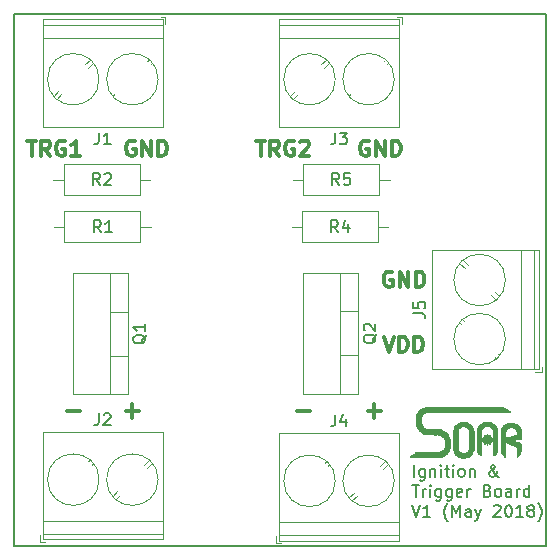
<source format=gbr>
G04 #@! TF.FileFunction,Legend,Top*
%FSLAX46Y46*%
G04 Gerber Fmt 4.6, Leading zero omitted, Abs format (unit mm)*
G04 Created by KiCad (PCBNEW 4.0.7) date 05/14/18 22:33:48*
%MOMM*%
%LPD*%
G01*
G04 APERTURE LIST*
%ADD10C,0.100000*%
%ADD11C,0.200000*%
%ADD12C,0.300000*%
%ADD13C,0.150000*%
%ADD14C,0.120000*%
%ADD15C,0.010000*%
G04 APERTURE END LIST*
D10*
D11*
X158838095Y-69152381D02*
X158838095Y-68152381D01*
X159742857Y-68485714D02*
X159742857Y-69295238D01*
X159695238Y-69390476D01*
X159647619Y-69438095D01*
X159552380Y-69485714D01*
X159409523Y-69485714D01*
X159314285Y-69438095D01*
X159742857Y-69104762D02*
X159647619Y-69152381D01*
X159457142Y-69152381D01*
X159361904Y-69104762D01*
X159314285Y-69057143D01*
X159266666Y-68961905D01*
X159266666Y-68676190D01*
X159314285Y-68580952D01*
X159361904Y-68533333D01*
X159457142Y-68485714D01*
X159647619Y-68485714D01*
X159742857Y-68533333D01*
X160219047Y-68485714D02*
X160219047Y-69152381D01*
X160219047Y-68580952D02*
X160266666Y-68533333D01*
X160361904Y-68485714D01*
X160504762Y-68485714D01*
X160600000Y-68533333D01*
X160647619Y-68628571D01*
X160647619Y-69152381D01*
X161123809Y-69152381D02*
X161123809Y-68485714D01*
X161123809Y-68152381D02*
X161076190Y-68200000D01*
X161123809Y-68247619D01*
X161171428Y-68200000D01*
X161123809Y-68152381D01*
X161123809Y-68247619D01*
X161457142Y-68485714D02*
X161838094Y-68485714D01*
X161599999Y-68152381D02*
X161599999Y-69009524D01*
X161647618Y-69104762D01*
X161742856Y-69152381D01*
X161838094Y-69152381D01*
X162171428Y-69152381D02*
X162171428Y-68485714D01*
X162171428Y-68152381D02*
X162123809Y-68200000D01*
X162171428Y-68247619D01*
X162219047Y-68200000D01*
X162171428Y-68152381D01*
X162171428Y-68247619D01*
X162790475Y-69152381D02*
X162695237Y-69104762D01*
X162647618Y-69057143D01*
X162599999Y-68961905D01*
X162599999Y-68676190D01*
X162647618Y-68580952D01*
X162695237Y-68533333D01*
X162790475Y-68485714D01*
X162933333Y-68485714D01*
X163028571Y-68533333D01*
X163076190Y-68580952D01*
X163123809Y-68676190D01*
X163123809Y-68961905D01*
X163076190Y-69057143D01*
X163028571Y-69104762D01*
X162933333Y-69152381D01*
X162790475Y-69152381D01*
X163552380Y-68485714D02*
X163552380Y-69152381D01*
X163552380Y-68580952D02*
X163599999Y-68533333D01*
X163695237Y-68485714D01*
X163838095Y-68485714D01*
X163933333Y-68533333D01*
X163980952Y-68628571D01*
X163980952Y-69152381D01*
X166028571Y-69152381D02*
X165980952Y-69152381D01*
X165885714Y-69104762D01*
X165742857Y-68961905D01*
X165504762Y-68676190D01*
X165409523Y-68533333D01*
X165361904Y-68390476D01*
X165361904Y-68295238D01*
X165409523Y-68200000D01*
X165504762Y-68152381D01*
X165552381Y-68152381D01*
X165647619Y-68200000D01*
X165695238Y-68295238D01*
X165695238Y-68342857D01*
X165647619Y-68438095D01*
X165600000Y-68485714D01*
X165314285Y-68676190D01*
X165266666Y-68723810D01*
X165219047Y-68819048D01*
X165219047Y-68961905D01*
X165266666Y-69057143D01*
X165314285Y-69104762D01*
X165409523Y-69152381D01*
X165552381Y-69152381D01*
X165647619Y-69104762D01*
X165695238Y-69057143D01*
X165838095Y-68866667D01*
X165885714Y-68723810D01*
X165885714Y-68628571D01*
X158695238Y-69852381D02*
X159266667Y-69852381D01*
X158980952Y-70852381D02*
X158980952Y-69852381D01*
X159600000Y-70852381D02*
X159600000Y-70185714D01*
X159600000Y-70376190D02*
X159647619Y-70280952D01*
X159695238Y-70233333D01*
X159790476Y-70185714D01*
X159885715Y-70185714D01*
X160219048Y-70852381D02*
X160219048Y-70185714D01*
X160219048Y-69852381D02*
X160171429Y-69900000D01*
X160219048Y-69947619D01*
X160266667Y-69900000D01*
X160219048Y-69852381D01*
X160219048Y-69947619D01*
X161123810Y-70185714D02*
X161123810Y-70995238D01*
X161076191Y-71090476D01*
X161028572Y-71138095D01*
X160933333Y-71185714D01*
X160790476Y-71185714D01*
X160695238Y-71138095D01*
X161123810Y-70804762D02*
X161028572Y-70852381D01*
X160838095Y-70852381D01*
X160742857Y-70804762D01*
X160695238Y-70757143D01*
X160647619Y-70661905D01*
X160647619Y-70376190D01*
X160695238Y-70280952D01*
X160742857Y-70233333D01*
X160838095Y-70185714D01*
X161028572Y-70185714D01*
X161123810Y-70233333D01*
X162028572Y-70185714D02*
X162028572Y-70995238D01*
X161980953Y-71090476D01*
X161933334Y-71138095D01*
X161838095Y-71185714D01*
X161695238Y-71185714D01*
X161600000Y-71138095D01*
X162028572Y-70804762D02*
X161933334Y-70852381D01*
X161742857Y-70852381D01*
X161647619Y-70804762D01*
X161600000Y-70757143D01*
X161552381Y-70661905D01*
X161552381Y-70376190D01*
X161600000Y-70280952D01*
X161647619Y-70233333D01*
X161742857Y-70185714D01*
X161933334Y-70185714D01*
X162028572Y-70233333D01*
X162885715Y-70804762D02*
X162790477Y-70852381D01*
X162600000Y-70852381D01*
X162504762Y-70804762D01*
X162457143Y-70709524D01*
X162457143Y-70328571D01*
X162504762Y-70233333D01*
X162600000Y-70185714D01*
X162790477Y-70185714D01*
X162885715Y-70233333D01*
X162933334Y-70328571D01*
X162933334Y-70423810D01*
X162457143Y-70519048D01*
X163361905Y-70852381D02*
X163361905Y-70185714D01*
X163361905Y-70376190D02*
X163409524Y-70280952D01*
X163457143Y-70233333D01*
X163552381Y-70185714D01*
X163647620Y-70185714D01*
X165076192Y-70328571D02*
X165219049Y-70376190D01*
X165266668Y-70423810D01*
X165314287Y-70519048D01*
X165314287Y-70661905D01*
X165266668Y-70757143D01*
X165219049Y-70804762D01*
X165123811Y-70852381D01*
X164742858Y-70852381D01*
X164742858Y-69852381D01*
X165076192Y-69852381D01*
X165171430Y-69900000D01*
X165219049Y-69947619D01*
X165266668Y-70042857D01*
X165266668Y-70138095D01*
X165219049Y-70233333D01*
X165171430Y-70280952D01*
X165076192Y-70328571D01*
X164742858Y-70328571D01*
X165885715Y-70852381D02*
X165790477Y-70804762D01*
X165742858Y-70757143D01*
X165695239Y-70661905D01*
X165695239Y-70376190D01*
X165742858Y-70280952D01*
X165790477Y-70233333D01*
X165885715Y-70185714D01*
X166028573Y-70185714D01*
X166123811Y-70233333D01*
X166171430Y-70280952D01*
X166219049Y-70376190D01*
X166219049Y-70661905D01*
X166171430Y-70757143D01*
X166123811Y-70804762D01*
X166028573Y-70852381D01*
X165885715Y-70852381D01*
X167076192Y-70852381D02*
X167076192Y-70328571D01*
X167028573Y-70233333D01*
X166933335Y-70185714D01*
X166742858Y-70185714D01*
X166647620Y-70233333D01*
X167076192Y-70804762D02*
X166980954Y-70852381D01*
X166742858Y-70852381D01*
X166647620Y-70804762D01*
X166600001Y-70709524D01*
X166600001Y-70614286D01*
X166647620Y-70519048D01*
X166742858Y-70471429D01*
X166980954Y-70471429D01*
X167076192Y-70423810D01*
X167552382Y-70852381D02*
X167552382Y-70185714D01*
X167552382Y-70376190D02*
X167600001Y-70280952D01*
X167647620Y-70233333D01*
X167742858Y-70185714D01*
X167838097Y-70185714D01*
X168600002Y-70852381D02*
X168600002Y-69852381D01*
X168600002Y-70804762D02*
X168504764Y-70852381D01*
X168314287Y-70852381D01*
X168219049Y-70804762D01*
X168171430Y-70757143D01*
X168123811Y-70661905D01*
X168123811Y-70376190D01*
X168171430Y-70280952D01*
X168219049Y-70233333D01*
X168314287Y-70185714D01*
X168504764Y-70185714D01*
X168600002Y-70233333D01*
X158695238Y-71552381D02*
X159028571Y-72552381D01*
X159361905Y-71552381D01*
X160219048Y-72552381D02*
X159647619Y-72552381D01*
X159933333Y-72552381D02*
X159933333Y-71552381D01*
X159838095Y-71695238D01*
X159742857Y-71790476D01*
X159647619Y-71838095D01*
X161695239Y-72933333D02*
X161647619Y-72885714D01*
X161552381Y-72742857D01*
X161504762Y-72647619D01*
X161457143Y-72504762D01*
X161409524Y-72266667D01*
X161409524Y-72076190D01*
X161457143Y-71838095D01*
X161504762Y-71695238D01*
X161552381Y-71600000D01*
X161647619Y-71457143D01*
X161695239Y-71409524D01*
X162076191Y-72552381D02*
X162076191Y-71552381D01*
X162409525Y-72266667D01*
X162742858Y-71552381D01*
X162742858Y-72552381D01*
X163647620Y-72552381D02*
X163647620Y-72028571D01*
X163600001Y-71933333D01*
X163504763Y-71885714D01*
X163314286Y-71885714D01*
X163219048Y-71933333D01*
X163647620Y-72504762D02*
X163552382Y-72552381D01*
X163314286Y-72552381D01*
X163219048Y-72504762D01*
X163171429Y-72409524D01*
X163171429Y-72314286D01*
X163219048Y-72219048D01*
X163314286Y-72171429D01*
X163552382Y-72171429D01*
X163647620Y-72123810D01*
X164028572Y-71885714D02*
X164266667Y-72552381D01*
X164504763Y-71885714D02*
X164266667Y-72552381D01*
X164171429Y-72790476D01*
X164123810Y-72838095D01*
X164028572Y-72885714D01*
X165600001Y-71647619D02*
X165647620Y-71600000D01*
X165742858Y-71552381D01*
X165980954Y-71552381D01*
X166076192Y-71600000D01*
X166123811Y-71647619D01*
X166171430Y-71742857D01*
X166171430Y-71838095D01*
X166123811Y-71980952D01*
X165552382Y-72552381D01*
X166171430Y-72552381D01*
X166790477Y-71552381D02*
X166885716Y-71552381D01*
X166980954Y-71600000D01*
X167028573Y-71647619D01*
X167076192Y-71742857D01*
X167123811Y-71933333D01*
X167123811Y-72171429D01*
X167076192Y-72361905D01*
X167028573Y-72457143D01*
X166980954Y-72504762D01*
X166885716Y-72552381D01*
X166790477Y-72552381D01*
X166695239Y-72504762D01*
X166647620Y-72457143D01*
X166600001Y-72361905D01*
X166552382Y-72171429D01*
X166552382Y-71933333D01*
X166600001Y-71742857D01*
X166647620Y-71647619D01*
X166695239Y-71600000D01*
X166790477Y-71552381D01*
X168076192Y-72552381D02*
X167504763Y-72552381D01*
X167790477Y-72552381D02*
X167790477Y-71552381D01*
X167695239Y-71695238D01*
X167600001Y-71790476D01*
X167504763Y-71838095D01*
X168647620Y-71980952D02*
X168552382Y-71933333D01*
X168504763Y-71885714D01*
X168457144Y-71790476D01*
X168457144Y-71742857D01*
X168504763Y-71647619D01*
X168552382Y-71600000D01*
X168647620Y-71552381D01*
X168838097Y-71552381D01*
X168933335Y-71600000D01*
X168980954Y-71647619D01*
X169028573Y-71742857D01*
X169028573Y-71790476D01*
X168980954Y-71885714D01*
X168933335Y-71933333D01*
X168838097Y-71980952D01*
X168647620Y-71980952D01*
X168552382Y-72028571D01*
X168504763Y-72076190D01*
X168457144Y-72171429D01*
X168457144Y-72361905D01*
X168504763Y-72457143D01*
X168552382Y-72504762D01*
X168647620Y-72552381D01*
X168838097Y-72552381D01*
X168933335Y-72504762D01*
X168980954Y-72457143D01*
X169028573Y-72361905D01*
X169028573Y-72171429D01*
X168980954Y-72076190D01*
X168933335Y-72028571D01*
X168838097Y-71980952D01*
X169361906Y-72933333D02*
X169409525Y-72885714D01*
X169504763Y-72742857D01*
X169552382Y-72647619D01*
X169600001Y-72504762D01*
X169647620Y-72266667D01*
X169647620Y-72076190D01*
X169600001Y-71838095D01*
X169552382Y-71695238D01*
X169504763Y-71600000D01*
X169409525Y-71457143D01*
X169361906Y-71409524D01*
D12*
X148928572Y-63607143D02*
X150071429Y-63607143D01*
X154928572Y-63607143D02*
X156071429Y-63607143D01*
X155500000Y-64178571D02*
X155500000Y-63035714D01*
X129428572Y-63607143D02*
X130571429Y-63607143D01*
X134428572Y-63607143D02*
X135571429Y-63607143D01*
X135000000Y-64178571D02*
X135000000Y-63035714D01*
X157009524Y-51850000D02*
X156885715Y-51788095D01*
X156700000Y-51788095D01*
X156514286Y-51850000D01*
X156390477Y-51973810D01*
X156328572Y-52097619D01*
X156266667Y-52345238D01*
X156266667Y-52530952D01*
X156328572Y-52778571D01*
X156390477Y-52902381D01*
X156514286Y-53026190D01*
X156700000Y-53088095D01*
X156823810Y-53088095D01*
X157009524Y-53026190D01*
X157071429Y-52964286D01*
X157071429Y-52530952D01*
X156823810Y-52530952D01*
X157628572Y-53088095D02*
X157628572Y-51788095D01*
X158371429Y-53088095D01*
X158371429Y-51788095D01*
X158990477Y-53088095D02*
X158990477Y-51788095D01*
X159300001Y-51788095D01*
X159485715Y-51850000D01*
X159609524Y-51973810D01*
X159671429Y-52097619D01*
X159733334Y-52345238D01*
X159733334Y-52530952D01*
X159671429Y-52778571D01*
X159609524Y-52902381D01*
X159485715Y-53026190D01*
X159300001Y-53088095D01*
X158990477Y-53088095D01*
X156266667Y-57288095D02*
X156700000Y-58588095D01*
X157133333Y-57288095D01*
X157566667Y-58588095D02*
X157566667Y-57288095D01*
X157876191Y-57288095D01*
X158061905Y-57350000D01*
X158185714Y-57473810D01*
X158247619Y-57597619D01*
X158309524Y-57845238D01*
X158309524Y-58030952D01*
X158247619Y-58278571D01*
X158185714Y-58402381D01*
X158061905Y-58526190D01*
X157876191Y-58588095D01*
X157566667Y-58588095D01*
X158866667Y-58588095D02*
X158866667Y-57288095D01*
X159176191Y-57288095D01*
X159361905Y-57350000D01*
X159485714Y-57473810D01*
X159547619Y-57597619D01*
X159609524Y-57845238D01*
X159609524Y-58030952D01*
X159547619Y-58278571D01*
X159485714Y-58402381D01*
X159361905Y-58526190D01*
X159176191Y-58588095D01*
X158866667Y-58588095D01*
X155009524Y-40750000D02*
X154885715Y-40688095D01*
X154700000Y-40688095D01*
X154514286Y-40750000D01*
X154390477Y-40873810D01*
X154328572Y-40997619D01*
X154266667Y-41245238D01*
X154266667Y-41430952D01*
X154328572Y-41678571D01*
X154390477Y-41802381D01*
X154514286Y-41926190D01*
X154700000Y-41988095D01*
X154823810Y-41988095D01*
X155009524Y-41926190D01*
X155071429Y-41864286D01*
X155071429Y-41430952D01*
X154823810Y-41430952D01*
X155628572Y-41988095D02*
X155628572Y-40688095D01*
X156371429Y-41988095D01*
X156371429Y-40688095D01*
X156990477Y-41988095D02*
X156990477Y-40688095D01*
X157300001Y-40688095D01*
X157485715Y-40750000D01*
X157609524Y-40873810D01*
X157671429Y-40997619D01*
X157733334Y-41245238D01*
X157733334Y-41430952D01*
X157671429Y-41678571D01*
X157609524Y-41802381D01*
X157485715Y-41926190D01*
X157300001Y-41988095D01*
X156990477Y-41988095D01*
X145509525Y-40688095D02*
X146252382Y-40688095D01*
X145880953Y-41988095D02*
X145880953Y-40688095D01*
X147428572Y-41988095D02*
X146995239Y-41369048D01*
X146685715Y-41988095D02*
X146685715Y-40688095D01*
X147180953Y-40688095D01*
X147304762Y-40750000D01*
X147366667Y-40811905D01*
X147428572Y-40935714D01*
X147428572Y-41121429D01*
X147366667Y-41245238D01*
X147304762Y-41307143D01*
X147180953Y-41369048D01*
X146685715Y-41369048D01*
X148666667Y-40750000D02*
X148542858Y-40688095D01*
X148357143Y-40688095D01*
X148171429Y-40750000D01*
X148047620Y-40873810D01*
X147985715Y-40997619D01*
X147923810Y-41245238D01*
X147923810Y-41430952D01*
X147985715Y-41678571D01*
X148047620Y-41802381D01*
X148171429Y-41926190D01*
X148357143Y-41988095D01*
X148480953Y-41988095D01*
X148666667Y-41926190D01*
X148728572Y-41864286D01*
X148728572Y-41430952D01*
X148480953Y-41430952D01*
X149223810Y-40811905D02*
X149285715Y-40750000D01*
X149409524Y-40688095D01*
X149719048Y-40688095D01*
X149842858Y-40750000D01*
X149904762Y-40811905D01*
X149966667Y-40935714D01*
X149966667Y-41059524D01*
X149904762Y-41245238D01*
X149161905Y-41988095D01*
X149966667Y-41988095D01*
X135209524Y-40750000D02*
X135085715Y-40688095D01*
X134900000Y-40688095D01*
X134714286Y-40750000D01*
X134590477Y-40873810D01*
X134528572Y-40997619D01*
X134466667Y-41245238D01*
X134466667Y-41430952D01*
X134528572Y-41678571D01*
X134590477Y-41802381D01*
X134714286Y-41926190D01*
X134900000Y-41988095D01*
X135023810Y-41988095D01*
X135209524Y-41926190D01*
X135271429Y-41864286D01*
X135271429Y-41430952D01*
X135023810Y-41430952D01*
X135828572Y-41988095D02*
X135828572Y-40688095D01*
X136571429Y-41988095D01*
X136571429Y-40688095D01*
X137190477Y-41988095D02*
X137190477Y-40688095D01*
X137500001Y-40688095D01*
X137685715Y-40750000D01*
X137809524Y-40873810D01*
X137871429Y-40997619D01*
X137933334Y-41245238D01*
X137933334Y-41430952D01*
X137871429Y-41678571D01*
X137809524Y-41802381D01*
X137685715Y-41926190D01*
X137500001Y-41988095D01*
X137190477Y-41988095D01*
X126109525Y-40688095D02*
X126852382Y-40688095D01*
X126480953Y-41988095D02*
X126480953Y-40688095D01*
X128028572Y-41988095D02*
X127595239Y-41369048D01*
X127285715Y-41988095D02*
X127285715Y-40688095D01*
X127780953Y-40688095D01*
X127904762Y-40750000D01*
X127966667Y-40811905D01*
X128028572Y-40935714D01*
X128028572Y-41121429D01*
X127966667Y-41245238D01*
X127904762Y-41307143D01*
X127780953Y-41369048D01*
X127285715Y-41369048D01*
X129266667Y-40750000D02*
X129142858Y-40688095D01*
X128957143Y-40688095D01*
X128771429Y-40750000D01*
X128647620Y-40873810D01*
X128585715Y-40997619D01*
X128523810Y-41245238D01*
X128523810Y-41430952D01*
X128585715Y-41678571D01*
X128647620Y-41802381D01*
X128771429Y-41926190D01*
X128957143Y-41988095D01*
X129080953Y-41988095D01*
X129266667Y-41926190D01*
X129328572Y-41864286D01*
X129328572Y-41430952D01*
X129080953Y-41430952D01*
X130566667Y-41988095D02*
X129823810Y-41988095D01*
X130195239Y-41988095D02*
X130195239Y-40688095D01*
X130071429Y-40873810D01*
X129947620Y-40997619D01*
X129823810Y-41059524D01*
D13*
X125000000Y-75000000D02*
X125000000Y-30000000D01*
X170000000Y-75000000D02*
X125000000Y-75000000D01*
X170000000Y-30000000D02*
X170000000Y-75000000D01*
X125000000Y-30000000D02*
X170000000Y-30000000D01*
D14*
X134620000Y-51920000D02*
X134620000Y-62160000D01*
X129979000Y-51920000D02*
X129979000Y-62160000D01*
X134620000Y-51920000D02*
X129979000Y-51920000D01*
X134620000Y-62160000D02*
X129979000Y-62160000D01*
X133110000Y-51920000D02*
X133110000Y-62160000D01*
X134620000Y-55190000D02*
X133110000Y-55190000D01*
X134620000Y-58891000D02*
X133110000Y-58891000D01*
X137180000Y-35500000D02*
G75*
G03X137180000Y-35500000I-2180000J0D01*
G01*
X132180000Y-35500000D02*
G75*
G03X132180000Y-35500000I-2180000J0D01*
G01*
X137560000Y-30900000D02*
X127440000Y-30900000D01*
X137560000Y-32000000D02*
X127440000Y-32000000D01*
X137560000Y-39560000D02*
X127440000Y-39560000D01*
X137560000Y-30440000D02*
X127440000Y-30440000D01*
X137560000Y-39560000D02*
X137560000Y-30440000D01*
X127440000Y-39560000D02*
X127440000Y-30440000D01*
X133346000Y-36888000D02*
X133453000Y-36781000D01*
X136282000Y-33953000D02*
X136388000Y-33846000D01*
X133612000Y-37154000D02*
X133719000Y-37047000D01*
X136548000Y-34219000D02*
X136654000Y-34112000D01*
X128346000Y-36888000D02*
X128741000Y-36492000D01*
X131007000Y-34226000D02*
X131387000Y-33846000D01*
X128612000Y-37154000D02*
X128992000Y-36774000D01*
X131258000Y-34508000D02*
X131653000Y-34112000D01*
X137800000Y-30840000D02*
X137800000Y-30200000D01*
X137800000Y-30200000D02*
X137400000Y-30200000D01*
X132180000Y-69400000D02*
G75*
G03X132180000Y-69400000I-2180000J0D01*
G01*
X137180000Y-69400000D02*
G75*
G03X137180000Y-69400000I-2180000J0D01*
G01*
X127440000Y-74000000D02*
X137560000Y-74000000D01*
X127440000Y-72900000D02*
X137560000Y-72900000D01*
X127440000Y-65340000D02*
X137560000Y-65340000D01*
X127440000Y-74460000D02*
X137560000Y-74460000D01*
X127440000Y-65340000D02*
X127440000Y-74460000D01*
X137560000Y-65340000D02*
X137560000Y-74460000D01*
X131654000Y-68012000D02*
X131547000Y-68119000D01*
X128718000Y-70947000D02*
X128612000Y-71054000D01*
X131388000Y-67746000D02*
X131281000Y-67853000D01*
X128452000Y-70681000D02*
X128346000Y-70788000D01*
X136654000Y-68012000D02*
X136259000Y-68408000D01*
X133993000Y-70674000D02*
X133613000Y-71054000D01*
X136388000Y-67746000D02*
X136008000Y-68126000D01*
X133742000Y-70392000D02*
X133347000Y-70788000D01*
X127200000Y-74060000D02*
X127200000Y-74700000D01*
X127200000Y-74700000D02*
X127600000Y-74700000D01*
X157180000Y-35500000D02*
G75*
G03X157180000Y-35500000I-2180000J0D01*
G01*
X152180000Y-35500000D02*
G75*
G03X152180000Y-35500000I-2180000J0D01*
G01*
X157560000Y-30900000D02*
X147440000Y-30900000D01*
X157560000Y-32000000D02*
X147440000Y-32000000D01*
X157560000Y-39560000D02*
X147440000Y-39560000D01*
X157560000Y-30440000D02*
X147440000Y-30440000D01*
X157560000Y-39560000D02*
X157560000Y-30440000D01*
X147440000Y-39560000D02*
X147440000Y-30440000D01*
X153346000Y-36888000D02*
X153453000Y-36781000D01*
X156282000Y-33953000D02*
X156388000Y-33846000D01*
X153612000Y-37154000D02*
X153719000Y-37047000D01*
X156548000Y-34219000D02*
X156654000Y-34112000D01*
X148346000Y-36888000D02*
X148741000Y-36492000D01*
X151007000Y-34226000D02*
X151387000Y-33846000D01*
X148612000Y-37154000D02*
X148992000Y-36774000D01*
X151258000Y-34508000D02*
X151653000Y-34112000D01*
X157800000Y-30840000D02*
X157800000Y-30200000D01*
X157800000Y-30200000D02*
X157400000Y-30200000D01*
X152180000Y-69500000D02*
G75*
G03X152180000Y-69500000I-2180000J0D01*
G01*
X157180000Y-69500000D02*
G75*
G03X157180000Y-69500000I-2180000J0D01*
G01*
X147440000Y-74100000D02*
X157560000Y-74100000D01*
X147440000Y-73000000D02*
X157560000Y-73000000D01*
X147440000Y-65440000D02*
X157560000Y-65440000D01*
X147440000Y-74560000D02*
X157560000Y-74560000D01*
X147440000Y-65440000D02*
X147440000Y-74560000D01*
X157560000Y-65440000D02*
X157560000Y-74560000D01*
X151654000Y-68112000D02*
X151547000Y-68219000D01*
X148718000Y-71047000D02*
X148612000Y-71154000D01*
X151388000Y-67846000D02*
X151281000Y-67953000D01*
X148452000Y-70781000D02*
X148346000Y-70888000D01*
X156654000Y-68112000D02*
X156259000Y-68508000D01*
X153993000Y-70774000D02*
X153613000Y-71154000D01*
X156388000Y-67846000D02*
X156008000Y-68226000D01*
X153742000Y-70492000D02*
X153347000Y-70888000D01*
X147200000Y-74160000D02*
X147200000Y-74800000D01*
X147200000Y-74800000D02*
X147600000Y-74800000D01*
X166580000Y-57500000D02*
G75*
G03X166580000Y-57500000I-2180000J0D01*
G01*
X166580000Y-52500000D02*
G75*
G03X166580000Y-52500000I-2180000J0D01*
G01*
X169000000Y-60060000D02*
X169000000Y-49940000D01*
X167900000Y-60060000D02*
X167900000Y-49940000D01*
X160340000Y-60060000D02*
X160340000Y-49940000D01*
X169460000Y-60060000D02*
X169460000Y-49940000D01*
X160340000Y-60060000D02*
X169460000Y-60060000D01*
X160340000Y-49940000D02*
X169460000Y-49940000D01*
X163012000Y-55846000D02*
X163119000Y-55953000D01*
X165947000Y-58782000D02*
X166054000Y-58888000D01*
X162746000Y-56112000D02*
X162853000Y-56219000D01*
X165681000Y-59048000D02*
X165788000Y-59154000D01*
X163012000Y-50846000D02*
X163408000Y-51241000D01*
X165674000Y-53507000D02*
X166054000Y-53887000D01*
X162746000Y-51112000D02*
X163126000Y-51492000D01*
X165392000Y-53758000D02*
X165788000Y-54153000D01*
X169060000Y-60300000D02*
X169700000Y-60300000D01*
X169700000Y-60300000D02*
X169700000Y-59900000D01*
X154120000Y-51880000D02*
X154120000Y-62120000D01*
X149479000Y-51880000D02*
X149479000Y-62120000D01*
X154120000Y-51880000D02*
X149479000Y-51880000D01*
X154120000Y-62120000D02*
X149479000Y-62120000D01*
X152610000Y-51880000D02*
X152610000Y-62120000D01*
X154120000Y-55150000D02*
X152610000Y-55150000D01*
X154120000Y-58851000D02*
X152610000Y-58851000D01*
X129245000Y-46690000D02*
X129245000Y-49310000D01*
X129245000Y-49310000D02*
X135665000Y-49310000D01*
X135665000Y-49310000D02*
X135665000Y-46690000D01*
X135665000Y-46690000D02*
X129245000Y-46690000D01*
X128355000Y-48000000D02*
X129245000Y-48000000D01*
X136555000Y-48000000D02*
X135665000Y-48000000D01*
X135630000Y-45310000D02*
X135630000Y-42690000D01*
X135630000Y-42690000D02*
X129210000Y-42690000D01*
X129210000Y-42690000D02*
X129210000Y-45310000D01*
X129210000Y-45310000D02*
X135630000Y-45310000D01*
X136520000Y-44000000D02*
X135630000Y-44000000D01*
X128320000Y-44000000D02*
X129210000Y-44000000D01*
X149370000Y-46690000D02*
X149370000Y-49310000D01*
X149370000Y-49310000D02*
X155790000Y-49310000D01*
X155790000Y-49310000D02*
X155790000Y-46690000D01*
X155790000Y-46690000D02*
X149370000Y-46690000D01*
X148480000Y-48000000D02*
X149370000Y-48000000D01*
X156680000Y-48000000D02*
X155790000Y-48000000D01*
X155890000Y-45310000D02*
X155890000Y-42690000D01*
X155890000Y-42690000D02*
X149470000Y-42690000D01*
X149470000Y-42690000D02*
X149470000Y-45310000D01*
X149470000Y-45310000D02*
X155890000Y-45310000D01*
X156780000Y-44000000D02*
X155890000Y-44000000D01*
X148580000Y-44000000D02*
X149470000Y-44000000D01*
D15*
G36*
X159750000Y-63250000D02*
X159800000Y-63250000D01*
X159800000Y-63300000D01*
X159750000Y-63300000D01*
X159750000Y-63250000D01*
X159750000Y-63250000D01*
G37*
X159750000Y-63250000D02*
X159800000Y-63250000D01*
X159800000Y-63300000D01*
X159750000Y-63300000D01*
X159750000Y-63250000D01*
G36*
X159800000Y-63250000D02*
X159850000Y-63250000D01*
X159850000Y-63300000D01*
X159800000Y-63300000D01*
X159800000Y-63250000D01*
X159800000Y-63250000D01*
G37*
X159800000Y-63250000D02*
X159850000Y-63250000D01*
X159850000Y-63300000D01*
X159800000Y-63300000D01*
X159800000Y-63250000D01*
G36*
X159850000Y-63250000D02*
X159900000Y-63250000D01*
X159900000Y-63300000D01*
X159850000Y-63300000D01*
X159850000Y-63250000D01*
X159850000Y-63250000D01*
G37*
X159850000Y-63250000D02*
X159900000Y-63250000D01*
X159900000Y-63300000D01*
X159850000Y-63300000D01*
X159850000Y-63250000D01*
G36*
X159900000Y-63250000D02*
X159950000Y-63250000D01*
X159950000Y-63300000D01*
X159900000Y-63300000D01*
X159900000Y-63250000D01*
X159900000Y-63250000D01*
G37*
X159900000Y-63250000D02*
X159950000Y-63250000D01*
X159950000Y-63300000D01*
X159900000Y-63300000D01*
X159900000Y-63250000D01*
G36*
X159950000Y-63250000D02*
X160000000Y-63250000D01*
X160000000Y-63300000D01*
X159950000Y-63300000D01*
X159950000Y-63250000D01*
X159950000Y-63250000D01*
G37*
X159950000Y-63250000D02*
X160000000Y-63250000D01*
X160000000Y-63300000D01*
X159950000Y-63300000D01*
X159950000Y-63250000D01*
G36*
X160000000Y-63250000D02*
X160050000Y-63250000D01*
X160050000Y-63300000D01*
X160000000Y-63300000D01*
X160000000Y-63250000D01*
X160000000Y-63250000D01*
G37*
X160000000Y-63250000D02*
X160050000Y-63250000D01*
X160050000Y-63300000D01*
X160000000Y-63300000D01*
X160000000Y-63250000D01*
G36*
X160050000Y-63250000D02*
X160100000Y-63250000D01*
X160100000Y-63300000D01*
X160050000Y-63300000D01*
X160050000Y-63250000D01*
X160050000Y-63250000D01*
G37*
X160050000Y-63250000D02*
X160100000Y-63250000D01*
X160100000Y-63300000D01*
X160050000Y-63300000D01*
X160050000Y-63250000D01*
G36*
X160100000Y-63250000D02*
X160150000Y-63250000D01*
X160150000Y-63300000D01*
X160100000Y-63300000D01*
X160100000Y-63250000D01*
X160100000Y-63250000D01*
G37*
X160100000Y-63250000D02*
X160150000Y-63250000D01*
X160150000Y-63300000D01*
X160100000Y-63300000D01*
X160100000Y-63250000D01*
G36*
X160150000Y-63250000D02*
X160200000Y-63250000D01*
X160200000Y-63300000D01*
X160150000Y-63300000D01*
X160150000Y-63250000D01*
X160150000Y-63250000D01*
G37*
X160150000Y-63250000D02*
X160200000Y-63250000D01*
X160200000Y-63300000D01*
X160150000Y-63300000D01*
X160150000Y-63250000D01*
G36*
X160200000Y-63250000D02*
X160250000Y-63250000D01*
X160250000Y-63300000D01*
X160200000Y-63300000D01*
X160200000Y-63250000D01*
X160200000Y-63250000D01*
G37*
X160200000Y-63250000D02*
X160250000Y-63250000D01*
X160250000Y-63300000D01*
X160200000Y-63300000D01*
X160200000Y-63250000D01*
G36*
X160250000Y-63250000D02*
X160300000Y-63250000D01*
X160300000Y-63300000D01*
X160250000Y-63300000D01*
X160250000Y-63250000D01*
X160250000Y-63250000D01*
G37*
X160250000Y-63250000D02*
X160300000Y-63250000D01*
X160300000Y-63300000D01*
X160250000Y-63300000D01*
X160250000Y-63250000D01*
G36*
X160300000Y-63250000D02*
X160350000Y-63250000D01*
X160350000Y-63300000D01*
X160300000Y-63300000D01*
X160300000Y-63250000D01*
X160300000Y-63250000D01*
G37*
X160300000Y-63250000D02*
X160350000Y-63250000D01*
X160350000Y-63300000D01*
X160300000Y-63300000D01*
X160300000Y-63250000D01*
G36*
X160350000Y-63250000D02*
X160400000Y-63250000D01*
X160400000Y-63300000D01*
X160350000Y-63300000D01*
X160350000Y-63250000D01*
X160350000Y-63250000D01*
G37*
X160350000Y-63250000D02*
X160400000Y-63250000D01*
X160400000Y-63300000D01*
X160350000Y-63300000D01*
X160350000Y-63250000D01*
G36*
X160400000Y-63250000D02*
X160450000Y-63250000D01*
X160450000Y-63300000D01*
X160400000Y-63300000D01*
X160400000Y-63250000D01*
X160400000Y-63250000D01*
G37*
X160400000Y-63250000D02*
X160450000Y-63250000D01*
X160450000Y-63300000D01*
X160400000Y-63300000D01*
X160400000Y-63250000D01*
G36*
X160450000Y-63250000D02*
X160500000Y-63250000D01*
X160500000Y-63300000D01*
X160450000Y-63300000D01*
X160450000Y-63250000D01*
X160450000Y-63250000D01*
G37*
X160450000Y-63250000D02*
X160500000Y-63250000D01*
X160500000Y-63300000D01*
X160450000Y-63300000D01*
X160450000Y-63250000D01*
G36*
X160500000Y-63250000D02*
X160550000Y-63250000D01*
X160550000Y-63300000D01*
X160500000Y-63300000D01*
X160500000Y-63250000D01*
X160500000Y-63250000D01*
G37*
X160500000Y-63250000D02*
X160550000Y-63250000D01*
X160550000Y-63300000D01*
X160500000Y-63300000D01*
X160500000Y-63250000D01*
G36*
X160550000Y-63250000D02*
X160600000Y-63250000D01*
X160600000Y-63300000D01*
X160550000Y-63300000D01*
X160550000Y-63250000D01*
X160550000Y-63250000D01*
G37*
X160550000Y-63250000D02*
X160600000Y-63250000D01*
X160600000Y-63300000D01*
X160550000Y-63300000D01*
X160550000Y-63250000D01*
G36*
X160600000Y-63250000D02*
X160650000Y-63250000D01*
X160650000Y-63300000D01*
X160600000Y-63300000D01*
X160600000Y-63250000D01*
X160600000Y-63250000D01*
G37*
X160600000Y-63250000D02*
X160650000Y-63250000D01*
X160650000Y-63300000D01*
X160600000Y-63300000D01*
X160600000Y-63250000D01*
G36*
X160650000Y-63250000D02*
X160700000Y-63250000D01*
X160700000Y-63300000D01*
X160650000Y-63300000D01*
X160650000Y-63250000D01*
X160650000Y-63250000D01*
G37*
X160650000Y-63250000D02*
X160700000Y-63250000D01*
X160700000Y-63300000D01*
X160650000Y-63300000D01*
X160650000Y-63250000D01*
G36*
X160700000Y-63250000D02*
X160750000Y-63250000D01*
X160750000Y-63300000D01*
X160700000Y-63300000D01*
X160700000Y-63250000D01*
X160700000Y-63250000D01*
G37*
X160700000Y-63250000D02*
X160750000Y-63250000D01*
X160750000Y-63300000D01*
X160700000Y-63300000D01*
X160700000Y-63250000D01*
G36*
X160750000Y-63250000D02*
X160800000Y-63250000D01*
X160800000Y-63300000D01*
X160750000Y-63300000D01*
X160750000Y-63250000D01*
X160750000Y-63250000D01*
G37*
X160750000Y-63250000D02*
X160800000Y-63250000D01*
X160800000Y-63300000D01*
X160750000Y-63300000D01*
X160750000Y-63250000D01*
G36*
X160800000Y-63250000D02*
X160850000Y-63250000D01*
X160850000Y-63300000D01*
X160800000Y-63300000D01*
X160800000Y-63250000D01*
X160800000Y-63250000D01*
G37*
X160800000Y-63250000D02*
X160850000Y-63250000D01*
X160850000Y-63300000D01*
X160800000Y-63300000D01*
X160800000Y-63250000D01*
G36*
X160850000Y-63250000D02*
X160900000Y-63250000D01*
X160900000Y-63300000D01*
X160850000Y-63300000D01*
X160850000Y-63250000D01*
X160850000Y-63250000D01*
G37*
X160850000Y-63250000D02*
X160900000Y-63250000D01*
X160900000Y-63300000D01*
X160850000Y-63300000D01*
X160850000Y-63250000D01*
G36*
X160900000Y-63250000D02*
X160950000Y-63250000D01*
X160950000Y-63300000D01*
X160900000Y-63300000D01*
X160900000Y-63250000D01*
X160900000Y-63250000D01*
G37*
X160900000Y-63250000D02*
X160950000Y-63250000D01*
X160950000Y-63300000D01*
X160900000Y-63300000D01*
X160900000Y-63250000D01*
G36*
X160950000Y-63250000D02*
X161000000Y-63250000D01*
X161000000Y-63300000D01*
X160950000Y-63300000D01*
X160950000Y-63250000D01*
X160950000Y-63250000D01*
G37*
X160950000Y-63250000D02*
X161000000Y-63250000D01*
X161000000Y-63300000D01*
X160950000Y-63300000D01*
X160950000Y-63250000D01*
G36*
X161000000Y-63250000D02*
X161050000Y-63250000D01*
X161050000Y-63300000D01*
X161000000Y-63300000D01*
X161000000Y-63250000D01*
X161000000Y-63250000D01*
G37*
X161000000Y-63250000D02*
X161050000Y-63250000D01*
X161050000Y-63300000D01*
X161000000Y-63300000D01*
X161000000Y-63250000D01*
G36*
X161050000Y-63250000D02*
X161100000Y-63250000D01*
X161100000Y-63300000D01*
X161050000Y-63300000D01*
X161050000Y-63250000D01*
X161050000Y-63250000D01*
G37*
X161050000Y-63250000D02*
X161100000Y-63250000D01*
X161100000Y-63300000D01*
X161050000Y-63300000D01*
X161050000Y-63250000D01*
G36*
X161100000Y-63250000D02*
X161150000Y-63250000D01*
X161150000Y-63300000D01*
X161100000Y-63300000D01*
X161100000Y-63250000D01*
X161100000Y-63250000D01*
G37*
X161100000Y-63250000D02*
X161150000Y-63250000D01*
X161150000Y-63300000D01*
X161100000Y-63300000D01*
X161100000Y-63250000D01*
G36*
X161150000Y-63250000D02*
X161200000Y-63250000D01*
X161200000Y-63300000D01*
X161150000Y-63300000D01*
X161150000Y-63250000D01*
X161150000Y-63250000D01*
G37*
X161150000Y-63250000D02*
X161200000Y-63250000D01*
X161200000Y-63300000D01*
X161150000Y-63300000D01*
X161150000Y-63250000D01*
G36*
X161200000Y-63250000D02*
X161250000Y-63250000D01*
X161250000Y-63300000D01*
X161200000Y-63300000D01*
X161200000Y-63250000D01*
X161200000Y-63250000D01*
G37*
X161200000Y-63250000D02*
X161250000Y-63250000D01*
X161250000Y-63300000D01*
X161200000Y-63300000D01*
X161200000Y-63250000D01*
G36*
X161250000Y-63250000D02*
X161300000Y-63250000D01*
X161300000Y-63300000D01*
X161250000Y-63300000D01*
X161250000Y-63250000D01*
X161250000Y-63250000D01*
G37*
X161250000Y-63250000D02*
X161300000Y-63250000D01*
X161300000Y-63300000D01*
X161250000Y-63300000D01*
X161250000Y-63250000D01*
G36*
X161300000Y-63250000D02*
X161350000Y-63250000D01*
X161350000Y-63300000D01*
X161300000Y-63300000D01*
X161300000Y-63250000D01*
X161300000Y-63250000D01*
G37*
X161300000Y-63250000D02*
X161350000Y-63250000D01*
X161350000Y-63300000D01*
X161300000Y-63300000D01*
X161300000Y-63250000D01*
G36*
X161350000Y-63250000D02*
X161400000Y-63250000D01*
X161400000Y-63300000D01*
X161350000Y-63300000D01*
X161350000Y-63250000D01*
X161350000Y-63250000D01*
G37*
X161350000Y-63250000D02*
X161400000Y-63250000D01*
X161400000Y-63300000D01*
X161350000Y-63300000D01*
X161350000Y-63250000D01*
G36*
X161400000Y-63250000D02*
X161450000Y-63250000D01*
X161450000Y-63300000D01*
X161400000Y-63300000D01*
X161400000Y-63250000D01*
X161400000Y-63250000D01*
G37*
X161400000Y-63250000D02*
X161450000Y-63250000D01*
X161450000Y-63300000D01*
X161400000Y-63300000D01*
X161400000Y-63250000D01*
G36*
X161450000Y-63250000D02*
X161500000Y-63250000D01*
X161500000Y-63300000D01*
X161450000Y-63300000D01*
X161450000Y-63250000D01*
X161450000Y-63250000D01*
G37*
X161450000Y-63250000D02*
X161500000Y-63250000D01*
X161500000Y-63300000D01*
X161450000Y-63300000D01*
X161450000Y-63250000D01*
G36*
X161500000Y-63250000D02*
X161550000Y-63250000D01*
X161550000Y-63300000D01*
X161500000Y-63300000D01*
X161500000Y-63250000D01*
X161500000Y-63250000D01*
G37*
X161500000Y-63250000D02*
X161550000Y-63250000D01*
X161550000Y-63300000D01*
X161500000Y-63300000D01*
X161500000Y-63250000D01*
G36*
X161550000Y-63250000D02*
X161600000Y-63250000D01*
X161600000Y-63300000D01*
X161550000Y-63300000D01*
X161550000Y-63250000D01*
X161550000Y-63250000D01*
G37*
X161550000Y-63250000D02*
X161600000Y-63250000D01*
X161600000Y-63300000D01*
X161550000Y-63300000D01*
X161550000Y-63250000D01*
G36*
X161600000Y-63250000D02*
X161650000Y-63250000D01*
X161650000Y-63300000D01*
X161600000Y-63300000D01*
X161600000Y-63250000D01*
X161600000Y-63250000D01*
G37*
X161600000Y-63250000D02*
X161650000Y-63250000D01*
X161650000Y-63300000D01*
X161600000Y-63300000D01*
X161600000Y-63250000D01*
G36*
X161650000Y-63250000D02*
X161700000Y-63250000D01*
X161700000Y-63300000D01*
X161650000Y-63300000D01*
X161650000Y-63250000D01*
X161650000Y-63250000D01*
G37*
X161650000Y-63250000D02*
X161700000Y-63250000D01*
X161700000Y-63300000D01*
X161650000Y-63300000D01*
X161650000Y-63250000D01*
G36*
X161700000Y-63250000D02*
X161750000Y-63250000D01*
X161750000Y-63300000D01*
X161700000Y-63300000D01*
X161700000Y-63250000D01*
X161700000Y-63250000D01*
G37*
X161700000Y-63250000D02*
X161750000Y-63250000D01*
X161750000Y-63300000D01*
X161700000Y-63300000D01*
X161700000Y-63250000D01*
G36*
X161750000Y-63250000D02*
X161800000Y-63250000D01*
X161800000Y-63300000D01*
X161750000Y-63300000D01*
X161750000Y-63250000D01*
X161750000Y-63250000D01*
G37*
X161750000Y-63250000D02*
X161800000Y-63250000D01*
X161800000Y-63300000D01*
X161750000Y-63300000D01*
X161750000Y-63250000D01*
G36*
X161800000Y-63250000D02*
X161850000Y-63250000D01*
X161850000Y-63300000D01*
X161800000Y-63300000D01*
X161800000Y-63250000D01*
X161800000Y-63250000D01*
G37*
X161800000Y-63250000D02*
X161850000Y-63250000D01*
X161850000Y-63300000D01*
X161800000Y-63300000D01*
X161800000Y-63250000D01*
G36*
X161850000Y-63250000D02*
X161900000Y-63250000D01*
X161900000Y-63300000D01*
X161850000Y-63300000D01*
X161850000Y-63250000D01*
X161850000Y-63250000D01*
G37*
X161850000Y-63250000D02*
X161900000Y-63250000D01*
X161900000Y-63300000D01*
X161850000Y-63300000D01*
X161850000Y-63250000D01*
G36*
X161900000Y-63250000D02*
X161950000Y-63250000D01*
X161950000Y-63300000D01*
X161900000Y-63300000D01*
X161900000Y-63250000D01*
X161900000Y-63250000D01*
G37*
X161900000Y-63250000D02*
X161950000Y-63250000D01*
X161950000Y-63300000D01*
X161900000Y-63300000D01*
X161900000Y-63250000D01*
G36*
X161950000Y-63250000D02*
X162000000Y-63250000D01*
X162000000Y-63300000D01*
X161950000Y-63300000D01*
X161950000Y-63250000D01*
X161950000Y-63250000D01*
G37*
X161950000Y-63250000D02*
X162000000Y-63250000D01*
X162000000Y-63300000D01*
X161950000Y-63300000D01*
X161950000Y-63250000D01*
G36*
X162000000Y-63250000D02*
X162050000Y-63250000D01*
X162050000Y-63300000D01*
X162000000Y-63300000D01*
X162000000Y-63250000D01*
X162000000Y-63250000D01*
G37*
X162000000Y-63250000D02*
X162050000Y-63250000D01*
X162050000Y-63300000D01*
X162000000Y-63300000D01*
X162000000Y-63250000D01*
G36*
X162050000Y-63250000D02*
X162100000Y-63250000D01*
X162100000Y-63300000D01*
X162050000Y-63300000D01*
X162050000Y-63250000D01*
X162050000Y-63250000D01*
G37*
X162050000Y-63250000D02*
X162100000Y-63250000D01*
X162100000Y-63300000D01*
X162050000Y-63300000D01*
X162050000Y-63250000D01*
G36*
X162100000Y-63250000D02*
X162150000Y-63250000D01*
X162150000Y-63300000D01*
X162100000Y-63300000D01*
X162100000Y-63250000D01*
X162100000Y-63250000D01*
G37*
X162100000Y-63250000D02*
X162150000Y-63250000D01*
X162150000Y-63300000D01*
X162100000Y-63300000D01*
X162100000Y-63250000D01*
G36*
X162150000Y-63250000D02*
X162200000Y-63250000D01*
X162200000Y-63300000D01*
X162150000Y-63300000D01*
X162150000Y-63250000D01*
X162150000Y-63250000D01*
G37*
X162150000Y-63250000D02*
X162200000Y-63250000D01*
X162200000Y-63300000D01*
X162150000Y-63300000D01*
X162150000Y-63250000D01*
G36*
X162200000Y-63250000D02*
X162250000Y-63250000D01*
X162250000Y-63300000D01*
X162200000Y-63300000D01*
X162200000Y-63250000D01*
X162200000Y-63250000D01*
G37*
X162200000Y-63250000D02*
X162250000Y-63250000D01*
X162250000Y-63300000D01*
X162200000Y-63300000D01*
X162200000Y-63250000D01*
G36*
X162250000Y-63250000D02*
X162300000Y-63250000D01*
X162300000Y-63300000D01*
X162250000Y-63300000D01*
X162250000Y-63250000D01*
X162250000Y-63250000D01*
G37*
X162250000Y-63250000D02*
X162300000Y-63250000D01*
X162300000Y-63300000D01*
X162250000Y-63300000D01*
X162250000Y-63250000D01*
G36*
X162300000Y-63250000D02*
X162350000Y-63250000D01*
X162350000Y-63300000D01*
X162300000Y-63300000D01*
X162300000Y-63250000D01*
X162300000Y-63250000D01*
G37*
X162300000Y-63250000D02*
X162350000Y-63250000D01*
X162350000Y-63300000D01*
X162300000Y-63300000D01*
X162300000Y-63250000D01*
G36*
X162350000Y-63250000D02*
X162400000Y-63250000D01*
X162400000Y-63300000D01*
X162350000Y-63300000D01*
X162350000Y-63250000D01*
X162350000Y-63250000D01*
G37*
X162350000Y-63250000D02*
X162400000Y-63250000D01*
X162400000Y-63300000D01*
X162350000Y-63300000D01*
X162350000Y-63250000D01*
G36*
X162400000Y-63250000D02*
X162450000Y-63250000D01*
X162450000Y-63300000D01*
X162400000Y-63300000D01*
X162400000Y-63250000D01*
X162400000Y-63250000D01*
G37*
X162400000Y-63250000D02*
X162450000Y-63250000D01*
X162450000Y-63300000D01*
X162400000Y-63300000D01*
X162400000Y-63250000D01*
G36*
X162450000Y-63250000D02*
X162500000Y-63250000D01*
X162500000Y-63300000D01*
X162450000Y-63300000D01*
X162450000Y-63250000D01*
X162450000Y-63250000D01*
G37*
X162450000Y-63250000D02*
X162500000Y-63250000D01*
X162500000Y-63300000D01*
X162450000Y-63300000D01*
X162450000Y-63250000D01*
G36*
X162500000Y-63250000D02*
X162550000Y-63250000D01*
X162550000Y-63300000D01*
X162500000Y-63300000D01*
X162500000Y-63250000D01*
X162500000Y-63250000D01*
G37*
X162500000Y-63250000D02*
X162550000Y-63250000D01*
X162550000Y-63300000D01*
X162500000Y-63300000D01*
X162500000Y-63250000D01*
G36*
X162550000Y-63250000D02*
X162600000Y-63250000D01*
X162600000Y-63300000D01*
X162550000Y-63300000D01*
X162550000Y-63250000D01*
X162550000Y-63250000D01*
G37*
X162550000Y-63250000D02*
X162600000Y-63250000D01*
X162600000Y-63300000D01*
X162550000Y-63300000D01*
X162550000Y-63250000D01*
G36*
X162600000Y-63250000D02*
X162650000Y-63250000D01*
X162650000Y-63300000D01*
X162600000Y-63300000D01*
X162600000Y-63250000D01*
X162600000Y-63250000D01*
G37*
X162600000Y-63250000D02*
X162650000Y-63250000D01*
X162650000Y-63300000D01*
X162600000Y-63300000D01*
X162600000Y-63250000D01*
G36*
X162650000Y-63250000D02*
X162700000Y-63250000D01*
X162700000Y-63300000D01*
X162650000Y-63300000D01*
X162650000Y-63250000D01*
X162650000Y-63250000D01*
G37*
X162650000Y-63250000D02*
X162700000Y-63250000D01*
X162700000Y-63300000D01*
X162650000Y-63300000D01*
X162650000Y-63250000D01*
G36*
X162700000Y-63250000D02*
X162750000Y-63250000D01*
X162750000Y-63300000D01*
X162700000Y-63300000D01*
X162700000Y-63250000D01*
X162700000Y-63250000D01*
G37*
X162700000Y-63250000D02*
X162750000Y-63250000D01*
X162750000Y-63300000D01*
X162700000Y-63300000D01*
X162700000Y-63250000D01*
G36*
X162750000Y-63250000D02*
X162800000Y-63250000D01*
X162800000Y-63300000D01*
X162750000Y-63300000D01*
X162750000Y-63250000D01*
X162750000Y-63250000D01*
G37*
X162750000Y-63250000D02*
X162800000Y-63250000D01*
X162800000Y-63300000D01*
X162750000Y-63300000D01*
X162750000Y-63250000D01*
G36*
X162800000Y-63250000D02*
X162850000Y-63250000D01*
X162850000Y-63300000D01*
X162800000Y-63300000D01*
X162800000Y-63250000D01*
X162800000Y-63250000D01*
G37*
X162800000Y-63250000D02*
X162850000Y-63250000D01*
X162850000Y-63300000D01*
X162800000Y-63300000D01*
X162800000Y-63250000D01*
G36*
X162850000Y-63250000D02*
X162900000Y-63250000D01*
X162900000Y-63300000D01*
X162850000Y-63300000D01*
X162850000Y-63250000D01*
X162850000Y-63250000D01*
G37*
X162850000Y-63250000D02*
X162900000Y-63250000D01*
X162900000Y-63300000D01*
X162850000Y-63300000D01*
X162850000Y-63250000D01*
G36*
X162900000Y-63250000D02*
X162950000Y-63250000D01*
X162950000Y-63300000D01*
X162900000Y-63300000D01*
X162900000Y-63250000D01*
X162900000Y-63250000D01*
G37*
X162900000Y-63250000D02*
X162950000Y-63250000D01*
X162950000Y-63300000D01*
X162900000Y-63300000D01*
X162900000Y-63250000D01*
G36*
X162950000Y-63250000D02*
X163000000Y-63250000D01*
X163000000Y-63300000D01*
X162950000Y-63300000D01*
X162950000Y-63250000D01*
X162950000Y-63250000D01*
G37*
X162950000Y-63250000D02*
X163000000Y-63250000D01*
X163000000Y-63300000D01*
X162950000Y-63300000D01*
X162950000Y-63250000D01*
G36*
X163000000Y-63250000D02*
X163050000Y-63250000D01*
X163050000Y-63300000D01*
X163000000Y-63300000D01*
X163000000Y-63250000D01*
X163000000Y-63250000D01*
G37*
X163000000Y-63250000D02*
X163050000Y-63250000D01*
X163050000Y-63300000D01*
X163000000Y-63300000D01*
X163000000Y-63250000D01*
G36*
X163050000Y-63250000D02*
X163100000Y-63250000D01*
X163100000Y-63300000D01*
X163050000Y-63300000D01*
X163050000Y-63250000D01*
X163050000Y-63250000D01*
G37*
X163050000Y-63250000D02*
X163100000Y-63250000D01*
X163100000Y-63300000D01*
X163050000Y-63300000D01*
X163050000Y-63250000D01*
G36*
X163100000Y-63250000D02*
X163150000Y-63250000D01*
X163150000Y-63300000D01*
X163100000Y-63300000D01*
X163100000Y-63250000D01*
X163100000Y-63250000D01*
G37*
X163100000Y-63250000D02*
X163150000Y-63250000D01*
X163150000Y-63300000D01*
X163100000Y-63300000D01*
X163100000Y-63250000D01*
G36*
X163150000Y-63250000D02*
X163200000Y-63250000D01*
X163200000Y-63300000D01*
X163150000Y-63300000D01*
X163150000Y-63250000D01*
X163150000Y-63250000D01*
G37*
X163150000Y-63250000D02*
X163200000Y-63250000D01*
X163200000Y-63300000D01*
X163150000Y-63300000D01*
X163150000Y-63250000D01*
G36*
X163200000Y-63250000D02*
X163250000Y-63250000D01*
X163250000Y-63300000D01*
X163200000Y-63300000D01*
X163200000Y-63250000D01*
X163200000Y-63250000D01*
G37*
X163200000Y-63250000D02*
X163250000Y-63250000D01*
X163250000Y-63300000D01*
X163200000Y-63300000D01*
X163200000Y-63250000D01*
G36*
X163250000Y-63250000D02*
X163300000Y-63250000D01*
X163300000Y-63300000D01*
X163250000Y-63300000D01*
X163250000Y-63250000D01*
X163250000Y-63250000D01*
G37*
X163250000Y-63250000D02*
X163300000Y-63250000D01*
X163300000Y-63300000D01*
X163250000Y-63300000D01*
X163250000Y-63250000D01*
G36*
X163300000Y-63250000D02*
X163350000Y-63250000D01*
X163350000Y-63300000D01*
X163300000Y-63300000D01*
X163300000Y-63250000D01*
X163300000Y-63250000D01*
G37*
X163300000Y-63250000D02*
X163350000Y-63250000D01*
X163350000Y-63300000D01*
X163300000Y-63300000D01*
X163300000Y-63250000D01*
G36*
X163350000Y-63250000D02*
X163400000Y-63250000D01*
X163400000Y-63300000D01*
X163350000Y-63300000D01*
X163350000Y-63250000D01*
X163350000Y-63250000D01*
G37*
X163350000Y-63250000D02*
X163400000Y-63250000D01*
X163400000Y-63300000D01*
X163350000Y-63300000D01*
X163350000Y-63250000D01*
G36*
X163400000Y-63250000D02*
X163450000Y-63250000D01*
X163450000Y-63300000D01*
X163400000Y-63300000D01*
X163400000Y-63250000D01*
X163400000Y-63250000D01*
G37*
X163400000Y-63250000D02*
X163450000Y-63250000D01*
X163450000Y-63300000D01*
X163400000Y-63300000D01*
X163400000Y-63250000D01*
G36*
X163450000Y-63250000D02*
X163500000Y-63250000D01*
X163500000Y-63300000D01*
X163450000Y-63300000D01*
X163450000Y-63250000D01*
X163450000Y-63250000D01*
G37*
X163450000Y-63250000D02*
X163500000Y-63250000D01*
X163500000Y-63300000D01*
X163450000Y-63300000D01*
X163450000Y-63250000D01*
G36*
X163500000Y-63250000D02*
X163550000Y-63250000D01*
X163550000Y-63300000D01*
X163500000Y-63300000D01*
X163500000Y-63250000D01*
X163500000Y-63250000D01*
G37*
X163500000Y-63250000D02*
X163550000Y-63250000D01*
X163550000Y-63300000D01*
X163500000Y-63300000D01*
X163500000Y-63250000D01*
G36*
X163550000Y-63250000D02*
X163600000Y-63250000D01*
X163600000Y-63300000D01*
X163550000Y-63300000D01*
X163550000Y-63250000D01*
X163550000Y-63250000D01*
G37*
X163550000Y-63250000D02*
X163600000Y-63250000D01*
X163600000Y-63300000D01*
X163550000Y-63300000D01*
X163550000Y-63250000D01*
G36*
X163600000Y-63250000D02*
X163650000Y-63250000D01*
X163650000Y-63300000D01*
X163600000Y-63300000D01*
X163600000Y-63250000D01*
X163600000Y-63250000D01*
G37*
X163600000Y-63250000D02*
X163650000Y-63250000D01*
X163650000Y-63300000D01*
X163600000Y-63300000D01*
X163600000Y-63250000D01*
G36*
X163650000Y-63250000D02*
X163700000Y-63250000D01*
X163700000Y-63300000D01*
X163650000Y-63300000D01*
X163650000Y-63250000D01*
X163650000Y-63250000D01*
G37*
X163650000Y-63250000D02*
X163700000Y-63250000D01*
X163700000Y-63300000D01*
X163650000Y-63300000D01*
X163650000Y-63250000D01*
G36*
X163700000Y-63250000D02*
X163750000Y-63250000D01*
X163750000Y-63300000D01*
X163700000Y-63300000D01*
X163700000Y-63250000D01*
X163700000Y-63250000D01*
G37*
X163700000Y-63250000D02*
X163750000Y-63250000D01*
X163750000Y-63300000D01*
X163700000Y-63300000D01*
X163700000Y-63250000D01*
G36*
X163750000Y-63250000D02*
X163800000Y-63250000D01*
X163800000Y-63300000D01*
X163750000Y-63300000D01*
X163750000Y-63250000D01*
X163750000Y-63250000D01*
G37*
X163750000Y-63250000D02*
X163800000Y-63250000D01*
X163800000Y-63300000D01*
X163750000Y-63300000D01*
X163750000Y-63250000D01*
G36*
X163800000Y-63250000D02*
X163850000Y-63250000D01*
X163850000Y-63300000D01*
X163800000Y-63300000D01*
X163800000Y-63250000D01*
X163800000Y-63250000D01*
G37*
X163800000Y-63250000D02*
X163850000Y-63250000D01*
X163850000Y-63300000D01*
X163800000Y-63300000D01*
X163800000Y-63250000D01*
G36*
X163850000Y-63250000D02*
X163900000Y-63250000D01*
X163900000Y-63300000D01*
X163850000Y-63300000D01*
X163850000Y-63250000D01*
X163850000Y-63250000D01*
G37*
X163850000Y-63250000D02*
X163900000Y-63250000D01*
X163900000Y-63300000D01*
X163850000Y-63300000D01*
X163850000Y-63250000D01*
G36*
X163900000Y-63250000D02*
X163950000Y-63250000D01*
X163950000Y-63300000D01*
X163900000Y-63300000D01*
X163900000Y-63250000D01*
X163900000Y-63250000D01*
G37*
X163900000Y-63250000D02*
X163950000Y-63250000D01*
X163950000Y-63300000D01*
X163900000Y-63300000D01*
X163900000Y-63250000D01*
G36*
X163950000Y-63250000D02*
X164000000Y-63250000D01*
X164000000Y-63300000D01*
X163950000Y-63300000D01*
X163950000Y-63250000D01*
X163950000Y-63250000D01*
G37*
X163950000Y-63250000D02*
X164000000Y-63250000D01*
X164000000Y-63300000D01*
X163950000Y-63300000D01*
X163950000Y-63250000D01*
G36*
X164000000Y-63250000D02*
X164050000Y-63250000D01*
X164050000Y-63300000D01*
X164000000Y-63300000D01*
X164000000Y-63250000D01*
X164000000Y-63250000D01*
G37*
X164000000Y-63250000D02*
X164050000Y-63250000D01*
X164050000Y-63300000D01*
X164000000Y-63300000D01*
X164000000Y-63250000D01*
G36*
X164050000Y-63250000D02*
X164100000Y-63250000D01*
X164100000Y-63300000D01*
X164050000Y-63300000D01*
X164050000Y-63250000D01*
X164050000Y-63250000D01*
G37*
X164050000Y-63250000D02*
X164100000Y-63250000D01*
X164100000Y-63300000D01*
X164050000Y-63300000D01*
X164050000Y-63250000D01*
G36*
X164100000Y-63250000D02*
X164150000Y-63250000D01*
X164150000Y-63300000D01*
X164100000Y-63300000D01*
X164100000Y-63250000D01*
X164100000Y-63250000D01*
G37*
X164100000Y-63250000D02*
X164150000Y-63250000D01*
X164150000Y-63300000D01*
X164100000Y-63300000D01*
X164100000Y-63250000D01*
G36*
X164150000Y-63250000D02*
X164200000Y-63250000D01*
X164200000Y-63300000D01*
X164150000Y-63300000D01*
X164150000Y-63250000D01*
X164150000Y-63250000D01*
G37*
X164150000Y-63250000D02*
X164200000Y-63250000D01*
X164200000Y-63300000D01*
X164150000Y-63300000D01*
X164150000Y-63250000D01*
G36*
X164200000Y-63250000D02*
X164250000Y-63250000D01*
X164250000Y-63300000D01*
X164200000Y-63300000D01*
X164200000Y-63250000D01*
X164200000Y-63250000D01*
G37*
X164200000Y-63250000D02*
X164250000Y-63250000D01*
X164250000Y-63300000D01*
X164200000Y-63300000D01*
X164200000Y-63250000D01*
G36*
X164250000Y-63250000D02*
X164300000Y-63250000D01*
X164300000Y-63300000D01*
X164250000Y-63300000D01*
X164250000Y-63250000D01*
X164250000Y-63250000D01*
G37*
X164250000Y-63250000D02*
X164300000Y-63250000D01*
X164300000Y-63300000D01*
X164250000Y-63300000D01*
X164250000Y-63250000D01*
G36*
X164300000Y-63250000D02*
X164350000Y-63250000D01*
X164350000Y-63300000D01*
X164300000Y-63300000D01*
X164300000Y-63250000D01*
X164300000Y-63250000D01*
G37*
X164300000Y-63250000D02*
X164350000Y-63250000D01*
X164350000Y-63300000D01*
X164300000Y-63300000D01*
X164300000Y-63250000D01*
G36*
X164350000Y-63250000D02*
X164400000Y-63250000D01*
X164400000Y-63300000D01*
X164350000Y-63300000D01*
X164350000Y-63250000D01*
X164350000Y-63250000D01*
G37*
X164350000Y-63250000D02*
X164400000Y-63250000D01*
X164400000Y-63300000D01*
X164350000Y-63300000D01*
X164350000Y-63250000D01*
G36*
X164400000Y-63250000D02*
X164450000Y-63250000D01*
X164450000Y-63300000D01*
X164400000Y-63300000D01*
X164400000Y-63250000D01*
X164400000Y-63250000D01*
G37*
X164400000Y-63250000D02*
X164450000Y-63250000D01*
X164450000Y-63300000D01*
X164400000Y-63300000D01*
X164400000Y-63250000D01*
G36*
X164450000Y-63250000D02*
X164500000Y-63250000D01*
X164500000Y-63300000D01*
X164450000Y-63300000D01*
X164450000Y-63250000D01*
X164450000Y-63250000D01*
G37*
X164450000Y-63250000D02*
X164500000Y-63250000D01*
X164500000Y-63300000D01*
X164450000Y-63300000D01*
X164450000Y-63250000D01*
G36*
X164500000Y-63250000D02*
X164550000Y-63250000D01*
X164550000Y-63300000D01*
X164500000Y-63300000D01*
X164500000Y-63250000D01*
X164500000Y-63250000D01*
G37*
X164500000Y-63250000D02*
X164550000Y-63250000D01*
X164550000Y-63300000D01*
X164500000Y-63300000D01*
X164500000Y-63250000D01*
G36*
X164550000Y-63250000D02*
X164600000Y-63250000D01*
X164600000Y-63300000D01*
X164550000Y-63300000D01*
X164550000Y-63250000D01*
X164550000Y-63250000D01*
G37*
X164550000Y-63250000D02*
X164600000Y-63250000D01*
X164600000Y-63300000D01*
X164550000Y-63300000D01*
X164550000Y-63250000D01*
G36*
X164600000Y-63250000D02*
X164650000Y-63250000D01*
X164650000Y-63300000D01*
X164600000Y-63300000D01*
X164600000Y-63250000D01*
X164600000Y-63250000D01*
G37*
X164600000Y-63250000D02*
X164650000Y-63250000D01*
X164650000Y-63300000D01*
X164600000Y-63300000D01*
X164600000Y-63250000D01*
G36*
X164650000Y-63250000D02*
X164700000Y-63250000D01*
X164700000Y-63300000D01*
X164650000Y-63300000D01*
X164650000Y-63250000D01*
X164650000Y-63250000D01*
G37*
X164650000Y-63250000D02*
X164700000Y-63250000D01*
X164700000Y-63300000D01*
X164650000Y-63300000D01*
X164650000Y-63250000D01*
G36*
X164700000Y-63250000D02*
X164750000Y-63250000D01*
X164750000Y-63300000D01*
X164700000Y-63300000D01*
X164700000Y-63250000D01*
X164700000Y-63250000D01*
G37*
X164700000Y-63250000D02*
X164750000Y-63250000D01*
X164750000Y-63300000D01*
X164700000Y-63300000D01*
X164700000Y-63250000D01*
G36*
X164750000Y-63250000D02*
X164800000Y-63250000D01*
X164800000Y-63300000D01*
X164750000Y-63300000D01*
X164750000Y-63250000D01*
X164750000Y-63250000D01*
G37*
X164750000Y-63250000D02*
X164800000Y-63250000D01*
X164800000Y-63300000D01*
X164750000Y-63300000D01*
X164750000Y-63250000D01*
G36*
X164800000Y-63250000D02*
X164850000Y-63250000D01*
X164850000Y-63300000D01*
X164800000Y-63300000D01*
X164800000Y-63250000D01*
X164800000Y-63250000D01*
G37*
X164800000Y-63250000D02*
X164850000Y-63250000D01*
X164850000Y-63300000D01*
X164800000Y-63300000D01*
X164800000Y-63250000D01*
G36*
X164850000Y-63250000D02*
X164900000Y-63250000D01*
X164900000Y-63300000D01*
X164850000Y-63300000D01*
X164850000Y-63250000D01*
X164850000Y-63250000D01*
G37*
X164850000Y-63250000D02*
X164900000Y-63250000D01*
X164900000Y-63300000D01*
X164850000Y-63300000D01*
X164850000Y-63250000D01*
G36*
X164900000Y-63250000D02*
X164950000Y-63250000D01*
X164950000Y-63300000D01*
X164900000Y-63300000D01*
X164900000Y-63250000D01*
X164900000Y-63250000D01*
G37*
X164900000Y-63250000D02*
X164950000Y-63250000D01*
X164950000Y-63300000D01*
X164900000Y-63300000D01*
X164900000Y-63250000D01*
G36*
X164950000Y-63250000D02*
X165000000Y-63250000D01*
X165000000Y-63300000D01*
X164950000Y-63300000D01*
X164950000Y-63250000D01*
X164950000Y-63250000D01*
G37*
X164950000Y-63250000D02*
X165000000Y-63250000D01*
X165000000Y-63300000D01*
X164950000Y-63300000D01*
X164950000Y-63250000D01*
G36*
X165000000Y-63250000D02*
X165050000Y-63250000D01*
X165050000Y-63300000D01*
X165000000Y-63300000D01*
X165000000Y-63250000D01*
X165000000Y-63250000D01*
G37*
X165000000Y-63250000D02*
X165050000Y-63250000D01*
X165050000Y-63300000D01*
X165000000Y-63300000D01*
X165000000Y-63250000D01*
G36*
X165050000Y-63250000D02*
X165100000Y-63250000D01*
X165100000Y-63300000D01*
X165050000Y-63300000D01*
X165050000Y-63250000D01*
X165050000Y-63250000D01*
G37*
X165050000Y-63250000D02*
X165100000Y-63250000D01*
X165100000Y-63300000D01*
X165050000Y-63300000D01*
X165050000Y-63250000D01*
G36*
X165100000Y-63250000D02*
X165150000Y-63250000D01*
X165150000Y-63300000D01*
X165100000Y-63300000D01*
X165100000Y-63250000D01*
X165100000Y-63250000D01*
G37*
X165100000Y-63250000D02*
X165150000Y-63250000D01*
X165150000Y-63300000D01*
X165100000Y-63300000D01*
X165100000Y-63250000D01*
G36*
X165150000Y-63250000D02*
X165200000Y-63250000D01*
X165200000Y-63300000D01*
X165150000Y-63300000D01*
X165150000Y-63250000D01*
X165150000Y-63250000D01*
G37*
X165150000Y-63250000D02*
X165200000Y-63250000D01*
X165200000Y-63300000D01*
X165150000Y-63300000D01*
X165150000Y-63250000D01*
G36*
X165200000Y-63250000D02*
X165250000Y-63250000D01*
X165250000Y-63300000D01*
X165200000Y-63300000D01*
X165200000Y-63250000D01*
X165200000Y-63250000D01*
G37*
X165200000Y-63250000D02*
X165250000Y-63250000D01*
X165250000Y-63300000D01*
X165200000Y-63300000D01*
X165200000Y-63250000D01*
G36*
X165250000Y-63250000D02*
X165300000Y-63250000D01*
X165300000Y-63300000D01*
X165250000Y-63300000D01*
X165250000Y-63250000D01*
X165250000Y-63250000D01*
G37*
X165250000Y-63250000D02*
X165300000Y-63250000D01*
X165300000Y-63300000D01*
X165250000Y-63300000D01*
X165250000Y-63250000D01*
G36*
X165300000Y-63250000D02*
X165350000Y-63250000D01*
X165350000Y-63300000D01*
X165300000Y-63300000D01*
X165300000Y-63250000D01*
X165300000Y-63250000D01*
G37*
X165300000Y-63250000D02*
X165350000Y-63250000D01*
X165350000Y-63300000D01*
X165300000Y-63300000D01*
X165300000Y-63250000D01*
G36*
X165350000Y-63250000D02*
X165400000Y-63250000D01*
X165400000Y-63300000D01*
X165350000Y-63300000D01*
X165350000Y-63250000D01*
X165350000Y-63250000D01*
G37*
X165350000Y-63250000D02*
X165400000Y-63250000D01*
X165400000Y-63300000D01*
X165350000Y-63300000D01*
X165350000Y-63250000D01*
G36*
X165400000Y-63250000D02*
X165450000Y-63250000D01*
X165450000Y-63300000D01*
X165400000Y-63300000D01*
X165400000Y-63250000D01*
X165400000Y-63250000D01*
G37*
X165400000Y-63250000D02*
X165450000Y-63250000D01*
X165450000Y-63300000D01*
X165400000Y-63300000D01*
X165400000Y-63250000D01*
G36*
X165450000Y-63250000D02*
X165500000Y-63250000D01*
X165500000Y-63300000D01*
X165450000Y-63300000D01*
X165450000Y-63250000D01*
X165450000Y-63250000D01*
G37*
X165450000Y-63250000D02*
X165500000Y-63250000D01*
X165500000Y-63300000D01*
X165450000Y-63300000D01*
X165450000Y-63250000D01*
G36*
X165500000Y-63250000D02*
X165550000Y-63250000D01*
X165550000Y-63300000D01*
X165500000Y-63300000D01*
X165500000Y-63250000D01*
X165500000Y-63250000D01*
G37*
X165500000Y-63250000D02*
X165550000Y-63250000D01*
X165550000Y-63300000D01*
X165500000Y-63300000D01*
X165500000Y-63250000D01*
G36*
X165550000Y-63250000D02*
X165600000Y-63250000D01*
X165600000Y-63300000D01*
X165550000Y-63300000D01*
X165550000Y-63250000D01*
X165550000Y-63250000D01*
G37*
X165550000Y-63250000D02*
X165600000Y-63250000D01*
X165600000Y-63300000D01*
X165550000Y-63300000D01*
X165550000Y-63250000D01*
G36*
X165600000Y-63250000D02*
X165650000Y-63250000D01*
X165650000Y-63300000D01*
X165600000Y-63300000D01*
X165600000Y-63250000D01*
X165600000Y-63250000D01*
G37*
X165600000Y-63250000D02*
X165650000Y-63250000D01*
X165650000Y-63300000D01*
X165600000Y-63300000D01*
X165600000Y-63250000D01*
G36*
X165650000Y-63250000D02*
X165700000Y-63250000D01*
X165700000Y-63300000D01*
X165650000Y-63300000D01*
X165650000Y-63250000D01*
X165650000Y-63250000D01*
G37*
X165650000Y-63250000D02*
X165700000Y-63250000D01*
X165700000Y-63300000D01*
X165650000Y-63300000D01*
X165650000Y-63250000D01*
G36*
X165700000Y-63250000D02*
X165750000Y-63250000D01*
X165750000Y-63300000D01*
X165700000Y-63300000D01*
X165700000Y-63250000D01*
X165700000Y-63250000D01*
G37*
X165700000Y-63250000D02*
X165750000Y-63250000D01*
X165750000Y-63300000D01*
X165700000Y-63300000D01*
X165700000Y-63250000D01*
G36*
X165750000Y-63250000D02*
X165800000Y-63250000D01*
X165800000Y-63300000D01*
X165750000Y-63300000D01*
X165750000Y-63250000D01*
X165750000Y-63250000D01*
G37*
X165750000Y-63250000D02*
X165800000Y-63250000D01*
X165800000Y-63300000D01*
X165750000Y-63300000D01*
X165750000Y-63250000D01*
G36*
X165800000Y-63250000D02*
X165850000Y-63250000D01*
X165850000Y-63300000D01*
X165800000Y-63300000D01*
X165800000Y-63250000D01*
X165800000Y-63250000D01*
G37*
X165800000Y-63250000D02*
X165850000Y-63250000D01*
X165850000Y-63300000D01*
X165800000Y-63300000D01*
X165800000Y-63250000D01*
G36*
X165850000Y-63250000D02*
X165900000Y-63250000D01*
X165900000Y-63300000D01*
X165850000Y-63300000D01*
X165850000Y-63250000D01*
X165850000Y-63250000D01*
G37*
X165850000Y-63250000D02*
X165900000Y-63250000D01*
X165900000Y-63300000D01*
X165850000Y-63300000D01*
X165850000Y-63250000D01*
G36*
X165900000Y-63250000D02*
X165950000Y-63250000D01*
X165950000Y-63300000D01*
X165900000Y-63300000D01*
X165900000Y-63250000D01*
X165900000Y-63250000D01*
G37*
X165900000Y-63250000D02*
X165950000Y-63250000D01*
X165950000Y-63300000D01*
X165900000Y-63300000D01*
X165900000Y-63250000D01*
G36*
X165950000Y-63250000D02*
X166000000Y-63250000D01*
X166000000Y-63300000D01*
X165950000Y-63300000D01*
X165950000Y-63250000D01*
X165950000Y-63250000D01*
G37*
X165950000Y-63250000D02*
X166000000Y-63250000D01*
X166000000Y-63300000D01*
X165950000Y-63300000D01*
X165950000Y-63250000D01*
G36*
X166000000Y-63250000D02*
X166050000Y-63250000D01*
X166050000Y-63300000D01*
X166000000Y-63300000D01*
X166000000Y-63250000D01*
X166000000Y-63250000D01*
G37*
X166000000Y-63250000D02*
X166050000Y-63250000D01*
X166050000Y-63300000D01*
X166000000Y-63300000D01*
X166000000Y-63250000D01*
G36*
X166050000Y-63250000D02*
X166100000Y-63250000D01*
X166100000Y-63300000D01*
X166050000Y-63300000D01*
X166050000Y-63250000D01*
X166050000Y-63250000D01*
G37*
X166050000Y-63250000D02*
X166100000Y-63250000D01*
X166100000Y-63300000D01*
X166050000Y-63300000D01*
X166050000Y-63250000D01*
G36*
X166100000Y-63250000D02*
X166150000Y-63250000D01*
X166150000Y-63300000D01*
X166100000Y-63300000D01*
X166100000Y-63250000D01*
X166100000Y-63250000D01*
G37*
X166100000Y-63250000D02*
X166150000Y-63250000D01*
X166150000Y-63300000D01*
X166100000Y-63300000D01*
X166100000Y-63250000D01*
G36*
X166150000Y-63250000D02*
X166200000Y-63250000D01*
X166200000Y-63300000D01*
X166150000Y-63300000D01*
X166150000Y-63250000D01*
X166150000Y-63250000D01*
G37*
X166150000Y-63250000D02*
X166200000Y-63250000D01*
X166200000Y-63300000D01*
X166150000Y-63300000D01*
X166150000Y-63250000D01*
G36*
X166200000Y-63250000D02*
X166250000Y-63250000D01*
X166250000Y-63300000D01*
X166200000Y-63300000D01*
X166200000Y-63250000D01*
X166200000Y-63250000D01*
G37*
X166200000Y-63250000D02*
X166250000Y-63250000D01*
X166250000Y-63300000D01*
X166200000Y-63300000D01*
X166200000Y-63250000D01*
G36*
X166250000Y-63250000D02*
X166300000Y-63250000D01*
X166300000Y-63300000D01*
X166250000Y-63300000D01*
X166250000Y-63250000D01*
X166250000Y-63250000D01*
G37*
X166250000Y-63250000D02*
X166300000Y-63250000D01*
X166300000Y-63300000D01*
X166250000Y-63300000D01*
X166250000Y-63250000D01*
G36*
X166300000Y-63250000D02*
X166350000Y-63250000D01*
X166350000Y-63300000D01*
X166300000Y-63300000D01*
X166300000Y-63250000D01*
X166300000Y-63250000D01*
G37*
X166300000Y-63250000D02*
X166350000Y-63250000D01*
X166350000Y-63300000D01*
X166300000Y-63300000D01*
X166300000Y-63250000D01*
G36*
X166350000Y-63250000D02*
X166400000Y-63250000D01*
X166400000Y-63300000D01*
X166350000Y-63300000D01*
X166350000Y-63250000D01*
X166350000Y-63250000D01*
G37*
X166350000Y-63250000D02*
X166400000Y-63250000D01*
X166400000Y-63300000D01*
X166350000Y-63300000D01*
X166350000Y-63250000D01*
G36*
X159650000Y-63300000D02*
X159700000Y-63300000D01*
X159700000Y-63350000D01*
X159650000Y-63350000D01*
X159650000Y-63300000D01*
X159650000Y-63300000D01*
G37*
X159650000Y-63300000D02*
X159700000Y-63300000D01*
X159700000Y-63350000D01*
X159650000Y-63350000D01*
X159650000Y-63300000D01*
G36*
X159700000Y-63300000D02*
X159750000Y-63300000D01*
X159750000Y-63350000D01*
X159700000Y-63350000D01*
X159700000Y-63300000D01*
X159700000Y-63300000D01*
G37*
X159700000Y-63300000D02*
X159750000Y-63300000D01*
X159750000Y-63350000D01*
X159700000Y-63350000D01*
X159700000Y-63300000D01*
G36*
X159750000Y-63300000D02*
X159800000Y-63300000D01*
X159800000Y-63350000D01*
X159750000Y-63350000D01*
X159750000Y-63300000D01*
X159750000Y-63300000D01*
G37*
X159750000Y-63300000D02*
X159800000Y-63300000D01*
X159800000Y-63350000D01*
X159750000Y-63350000D01*
X159750000Y-63300000D01*
G36*
X159800000Y-63300000D02*
X159850000Y-63300000D01*
X159850000Y-63350000D01*
X159800000Y-63350000D01*
X159800000Y-63300000D01*
X159800000Y-63300000D01*
G37*
X159800000Y-63300000D02*
X159850000Y-63300000D01*
X159850000Y-63350000D01*
X159800000Y-63350000D01*
X159800000Y-63300000D01*
G36*
X159850000Y-63300000D02*
X159900000Y-63300000D01*
X159900000Y-63350000D01*
X159850000Y-63350000D01*
X159850000Y-63300000D01*
X159850000Y-63300000D01*
G37*
X159850000Y-63300000D02*
X159900000Y-63300000D01*
X159900000Y-63350000D01*
X159850000Y-63350000D01*
X159850000Y-63300000D01*
G36*
X159900000Y-63300000D02*
X159950000Y-63300000D01*
X159950000Y-63350000D01*
X159900000Y-63350000D01*
X159900000Y-63300000D01*
X159900000Y-63300000D01*
G37*
X159900000Y-63300000D02*
X159950000Y-63300000D01*
X159950000Y-63350000D01*
X159900000Y-63350000D01*
X159900000Y-63300000D01*
G36*
X159950000Y-63300000D02*
X160000000Y-63300000D01*
X160000000Y-63350000D01*
X159950000Y-63350000D01*
X159950000Y-63300000D01*
X159950000Y-63300000D01*
G37*
X159950000Y-63300000D02*
X160000000Y-63300000D01*
X160000000Y-63350000D01*
X159950000Y-63350000D01*
X159950000Y-63300000D01*
G36*
X160000000Y-63300000D02*
X160050000Y-63300000D01*
X160050000Y-63350000D01*
X160000000Y-63350000D01*
X160000000Y-63300000D01*
X160000000Y-63300000D01*
G37*
X160000000Y-63300000D02*
X160050000Y-63300000D01*
X160050000Y-63350000D01*
X160000000Y-63350000D01*
X160000000Y-63300000D01*
G36*
X160050000Y-63300000D02*
X160100000Y-63300000D01*
X160100000Y-63350000D01*
X160050000Y-63350000D01*
X160050000Y-63300000D01*
X160050000Y-63300000D01*
G37*
X160050000Y-63300000D02*
X160100000Y-63300000D01*
X160100000Y-63350000D01*
X160050000Y-63350000D01*
X160050000Y-63300000D01*
G36*
X160100000Y-63300000D02*
X160150000Y-63300000D01*
X160150000Y-63350000D01*
X160100000Y-63350000D01*
X160100000Y-63300000D01*
X160100000Y-63300000D01*
G37*
X160100000Y-63300000D02*
X160150000Y-63300000D01*
X160150000Y-63350000D01*
X160100000Y-63350000D01*
X160100000Y-63300000D01*
G36*
X160150000Y-63300000D02*
X160200000Y-63300000D01*
X160200000Y-63350000D01*
X160150000Y-63350000D01*
X160150000Y-63300000D01*
X160150000Y-63300000D01*
G37*
X160150000Y-63300000D02*
X160200000Y-63300000D01*
X160200000Y-63350000D01*
X160150000Y-63350000D01*
X160150000Y-63300000D01*
G36*
X160200000Y-63300000D02*
X160250000Y-63300000D01*
X160250000Y-63350000D01*
X160200000Y-63350000D01*
X160200000Y-63300000D01*
X160200000Y-63300000D01*
G37*
X160200000Y-63300000D02*
X160250000Y-63300000D01*
X160250000Y-63350000D01*
X160200000Y-63350000D01*
X160200000Y-63300000D01*
G36*
X160250000Y-63300000D02*
X160300000Y-63300000D01*
X160300000Y-63350000D01*
X160250000Y-63350000D01*
X160250000Y-63300000D01*
X160250000Y-63300000D01*
G37*
X160250000Y-63300000D02*
X160300000Y-63300000D01*
X160300000Y-63350000D01*
X160250000Y-63350000D01*
X160250000Y-63300000D01*
G36*
X160300000Y-63300000D02*
X160350000Y-63300000D01*
X160350000Y-63350000D01*
X160300000Y-63350000D01*
X160300000Y-63300000D01*
X160300000Y-63300000D01*
G37*
X160300000Y-63300000D02*
X160350000Y-63300000D01*
X160350000Y-63350000D01*
X160300000Y-63350000D01*
X160300000Y-63300000D01*
G36*
X160350000Y-63300000D02*
X160400000Y-63300000D01*
X160400000Y-63350000D01*
X160350000Y-63350000D01*
X160350000Y-63300000D01*
X160350000Y-63300000D01*
G37*
X160350000Y-63300000D02*
X160400000Y-63300000D01*
X160400000Y-63350000D01*
X160350000Y-63350000D01*
X160350000Y-63300000D01*
G36*
X160400000Y-63300000D02*
X160450000Y-63300000D01*
X160450000Y-63350000D01*
X160400000Y-63350000D01*
X160400000Y-63300000D01*
X160400000Y-63300000D01*
G37*
X160400000Y-63300000D02*
X160450000Y-63300000D01*
X160450000Y-63350000D01*
X160400000Y-63350000D01*
X160400000Y-63300000D01*
G36*
X160450000Y-63300000D02*
X160500000Y-63300000D01*
X160500000Y-63350000D01*
X160450000Y-63350000D01*
X160450000Y-63300000D01*
X160450000Y-63300000D01*
G37*
X160450000Y-63300000D02*
X160500000Y-63300000D01*
X160500000Y-63350000D01*
X160450000Y-63350000D01*
X160450000Y-63300000D01*
G36*
X160500000Y-63300000D02*
X160550000Y-63300000D01*
X160550000Y-63350000D01*
X160500000Y-63350000D01*
X160500000Y-63300000D01*
X160500000Y-63300000D01*
G37*
X160500000Y-63300000D02*
X160550000Y-63300000D01*
X160550000Y-63350000D01*
X160500000Y-63350000D01*
X160500000Y-63300000D01*
G36*
X160550000Y-63300000D02*
X160600000Y-63300000D01*
X160600000Y-63350000D01*
X160550000Y-63350000D01*
X160550000Y-63300000D01*
X160550000Y-63300000D01*
G37*
X160550000Y-63300000D02*
X160600000Y-63300000D01*
X160600000Y-63350000D01*
X160550000Y-63350000D01*
X160550000Y-63300000D01*
G36*
X160600000Y-63300000D02*
X160650000Y-63300000D01*
X160650000Y-63350000D01*
X160600000Y-63350000D01*
X160600000Y-63300000D01*
X160600000Y-63300000D01*
G37*
X160600000Y-63300000D02*
X160650000Y-63300000D01*
X160650000Y-63350000D01*
X160600000Y-63350000D01*
X160600000Y-63300000D01*
G36*
X160650000Y-63300000D02*
X160700000Y-63300000D01*
X160700000Y-63350000D01*
X160650000Y-63350000D01*
X160650000Y-63300000D01*
X160650000Y-63300000D01*
G37*
X160650000Y-63300000D02*
X160700000Y-63300000D01*
X160700000Y-63350000D01*
X160650000Y-63350000D01*
X160650000Y-63300000D01*
G36*
X160700000Y-63300000D02*
X160750000Y-63300000D01*
X160750000Y-63350000D01*
X160700000Y-63350000D01*
X160700000Y-63300000D01*
X160700000Y-63300000D01*
G37*
X160700000Y-63300000D02*
X160750000Y-63300000D01*
X160750000Y-63350000D01*
X160700000Y-63350000D01*
X160700000Y-63300000D01*
G36*
X160750000Y-63300000D02*
X160800000Y-63300000D01*
X160800000Y-63350000D01*
X160750000Y-63350000D01*
X160750000Y-63300000D01*
X160750000Y-63300000D01*
G37*
X160750000Y-63300000D02*
X160800000Y-63300000D01*
X160800000Y-63350000D01*
X160750000Y-63350000D01*
X160750000Y-63300000D01*
G36*
X160800000Y-63300000D02*
X160850000Y-63300000D01*
X160850000Y-63350000D01*
X160800000Y-63350000D01*
X160800000Y-63300000D01*
X160800000Y-63300000D01*
G37*
X160800000Y-63300000D02*
X160850000Y-63300000D01*
X160850000Y-63350000D01*
X160800000Y-63350000D01*
X160800000Y-63300000D01*
G36*
X160850000Y-63300000D02*
X160900000Y-63300000D01*
X160900000Y-63350000D01*
X160850000Y-63350000D01*
X160850000Y-63300000D01*
X160850000Y-63300000D01*
G37*
X160850000Y-63300000D02*
X160900000Y-63300000D01*
X160900000Y-63350000D01*
X160850000Y-63350000D01*
X160850000Y-63300000D01*
G36*
X160900000Y-63300000D02*
X160950000Y-63300000D01*
X160950000Y-63350000D01*
X160900000Y-63350000D01*
X160900000Y-63300000D01*
X160900000Y-63300000D01*
G37*
X160900000Y-63300000D02*
X160950000Y-63300000D01*
X160950000Y-63350000D01*
X160900000Y-63350000D01*
X160900000Y-63300000D01*
G36*
X160950000Y-63300000D02*
X161000000Y-63300000D01*
X161000000Y-63350000D01*
X160950000Y-63350000D01*
X160950000Y-63300000D01*
X160950000Y-63300000D01*
G37*
X160950000Y-63300000D02*
X161000000Y-63300000D01*
X161000000Y-63350000D01*
X160950000Y-63350000D01*
X160950000Y-63300000D01*
G36*
X161000000Y-63300000D02*
X161050000Y-63300000D01*
X161050000Y-63350000D01*
X161000000Y-63350000D01*
X161000000Y-63300000D01*
X161000000Y-63300000D01*
G37*
X161000000Y-63300000D02*
X161050000Y-63300000D01*
X161050000Y-63350000D01*
X161000000Y-63350000D01*
X161000000Y-63300000D01*
G36*
X161050000Y-63300000D02*
X161100000Y-63300000D01*
X161100000Y-63350000D01*
X161050000Y-63350000D01*
X161050000Y-63300000D01*
X161050000Y-63300000D01*
G37*
X161050000Y-63300000D02*
X161100000Y-63300000D01*
X161100000Y-63350000D01*
X161050000Y-63350000D01*
X161050000Y-63300000D01*
G36*
X161100000Y-63300000D02*
X161150000Y-63300000D01*
X161150000Y-63350000D01*
X161100000Y-63350000D01*
X161100000Y-63300000D01*
X161100000Y-63300000D01*
G37*
X161100000Y-63300000D02*
X161150000Y-63300000D01*
X161150000Y-63350000D01*
X161100000Y-63350000D01*
X161100000Y-63300000D01*
G36*
X161150000Y-63300000D02*
X161200000Y-63300000D01*
X161200000Y-63350000D01*
X161150000Y-63350000D01*
X161150000Y-63300000D01*
X161150000Y-63300000D01*
G37*
X161150000Y-63300000D02*
X161200000Y-63300000D01*
X161200000Y-63350000D01*
X161150000Y-63350000D01*
X161150000Y-63300000D01*
G36*
X161200000Y-63300000D02*
X161250000Y-63300000D01*
X161250000Y-63350000D01*
X161200000Y-63350000D01*
X161200000Y-63300000D01*
X161200000Y-63300000D01*
G37*
X161200000Y-63300000D02*
X161250000Y-63300000D01*
X161250000Y-63350000D01*
X161200000Y-63350000D01*
X161200000Y-63300000D01*
G36*
X161250000Y-63300000D02*
X161300000Y-63300000D01*
X161300000Y-63350000D01*
X161250000Y-63350000D01*
X161250000Y-63300000D01*
X161250000Y-63300000D01*
G37*
X161250000Y-63300000D02*
X161300000Y-63300000D01*
X161300000Y-63350000D01*
X161250000Y-63350000D01*
X161250000Y-63300000D01*
G36*
X161300000Y-63300000D02*
X161350000Y-63300000D01*
X161350000Y-63350000D01*
X161300000Y-63350000D01*
X161300000Y-63300000D01*
X161300000Y-63300000D01*
G37*
X161300000Y-63300000D02*
X161350000Y-63300000D01*
X161350000Y-63350000D01*
X161300000Y-63350000D01*
X161300000Y-63300000D01*
G36*
X161350000Y-63300000D02*
X161400000Y-63300000D01*
X161400000Y-63350000D01*
X161350000Y-63350000D01*
X161350000Y-63300000D01*
X161350000Y-63300000D01*
G37*
X161350000Y-63300000D02*
X161400000Y-63300000D01*
X161400000Y-63350000D01*
X161350000Y-63350000D01*
X161350000Y-63300000D01*
G36*
X161400000Y-63300000D02*
X161450000Y-63300000D01*
X161450000Y-63350000D01*
X161400000Y-63350000D01*
X161400000Y-63300000D01*
X161400000Y-63300000D01*
G37*
X161400000Y-63300000D02*
X161450000Y-63300000D01*
X161450000Y-63350000D01*
X161400000Y-63350000D01*
X161400000Y-63300000D01*
G36*
X161450000Y-63300000D02*
X161500000Y-63300000D01*
X161500000Y-63350000D01*
X161450000Y-63350000D01*
X161450000Y-63300000D01*
X161450000Y-63300000D01*
G37*
X161450000Y-63300000D02*
X161500000Y-63300000D01*
X161500000Y-63350000D01*
X161450000Y-63350000D01*
X161450000Y-63300000D01*
G36*
X161500000Y-63300000D02*
X161550000Y-63300000D01*
X161550000Y-63350000D01*
X161500000Y-63350000D01*
X161500000Y-63300000D01*
X161500000Y-63300000D01*
G37*
X161500000Y-63300000D02*
X161550000Y-63300000D01*
X161550000Y-63350000D01*
X161500000Y-63350000D01*
X161500000Y-63300000D01*
G36*
X161550000Y-63300000D02*
X161600000Y-63300000D01*
X161600000Y-63350000D01*
X161550000Y-63350000D01*
X161550000Y-63300000D01*
X161550000Y-63300000D01*
G37*
X161550000Y-63300000D02*
X161600000Y-63300000D01*
X161600000Y-63350000D01*
X161550000Y-63350000D01*
X161550000Y-63300000D01*
G36*
X161600000Y-63300000D02*
X161650000Y-63300000D01*
X161650000Y-63350000D01*
X161600000Y-63350000D01*
X161600000Y-63300000D01*
X161600000Y-63300000D01*
G37*
X161600000Y-63300000D02*
X161650000Y-63300000D01*
X161650000Y-63350000D01*
X161600000Y-63350000D01*
X161600000Y-63300000D01*
G36*
X161650000Y-63300000D02*
X161700000Y-63300000D01*
X161700000Y-63350000D01*
X161650000Y-63350000D01*
X161650000Y-63300000D01*
X161650000Y-63300000D01*
G37*
X161650000Y-63300000D02*
X161700000Y-63300000D01*
X161700000Y-63350000D01*
X161650000Y-63350000D01*
X161650000Y-63300000D01*
G36*
X161700000Y-63300000D02*
X161750000Y-63300000D01*
X161750000Y-63350000D01*
X161700000Y-63350000D01*
X161700000Y-63300000D01*
X161700000Y-63300000D01*
G37*
X161700000Y-63300000D02*
X161750000Y-63300000D01*
X161750000Y-63350000D01*
X161700000Y-63350000D01*
X161700000Y-63300000D01*
G36*
X161750000Y-63300000D02*
X161800000Y-63300000D01*
X161800000Y-63350000D01*
X161750000Y-63350000D01*
X161750000Y-63300000D01*
X161750000Y-63300000D01*
G37*
X161750000Y-63300000D02*
X161800000Y-63300000D01*
X161800000Y-63350000D01*
X161750000Y-63350000D01*
X161750000Y-63300000D01*
G36*
X161800000Y-63300000D02*
X161850000Y-63300000D01*
X161850000Y-63350000D01*
X161800000Y-63350000D01*
X161800000Y-63300000D01*
X161800000Y-63300000D01*
G37*
X161800000Y-63300000D02*
X161850000Y-63300000D01*
X161850000Y-63350000D01*
X161800000Y-63350000D01*
X161800000Y-63300000D01*
G36*
X161850000Y-63300000D02*
X161900000Y-63300000D01*
X161900000Y-63350000D01*
X161850000Y-63350000D01*
X161850000Y-63300000D01*
X161850000Y-63300000D01*
G37*
X161850000Y-63300000D02*
X161900000Y-63300000D01*
X161900000Y-63350000D01*
X161850000Y-63350000D01*
X161850000Y-63300000D01*
G36*
X161900000Y-63300000D02*
X161950000Y-63300000D01*
X161950000Y-63350000D01*
X161900000Y-63350000D01*
X161900000Y-63300000D01*
X161900000Y-63300000D01*
G37*
X161900000Y-63300000D02*
X161950000Y-63300000D01*
X161950000Y-63350000D01*
X161900000Y-63350000D01*
X161900000Y-63300000D01*
G36*
X161950000Y-63300000D02*
X162000000Y-63300000D01*
X162000000Y-63350000D01*
X161950000Y-63350000D01*
X161950000Y-63300000D01*
X161950000Y-63300000D01*
G37*
X161950000Y-63300000D02*
X162000000Y-63300000D01*
X162000000Y-63350000D01*
X161950000Y-63350000D01*
X161950000Y-63300000D01*
G36*
X162000000Y-63300000D02*
X162050000Y-63300000D01*
X162050000Y-63350000D01*
X162000000Y-63350000D01*
X162000000Y-63300000D01*
X162000000Y-63300000D01*
G37*
X162000000Y-63300000D02*
X162050000Y-63300000D01*
X162050000Y-63350000D01*
X162000000Y-63350000D01*
X162000000Y-63300000D01*
G36*
X162050000Y-63300000D02*
X162100000Y-63300000D01*
X162100000Y-63350000D01*
X162050000Y-63350000D01*
X162050000Y-63300000D01*
X162050000Y-63300000D01*
G37*
X162050000Y-63300000D02*
X162100000Y-63300000D01*
X162100000Y-63350000D01*
X162050000Y-63350000D01*
X162050000Y-63300000D01*
G36*
X162100000Y-63300000D02*
X162150000Y-63300000D01*
X162150000Y-63350000D01*
X162100000Y-63350000D01*
X162100000Y-63300000D01*
X162100000Y-63300000D01*
G37*
X162100000Y-63300000D02*
X162150000Y-63300000D01*
X162150000Y-63350000D01*
X162100000Y-63350000D01*
X162100000Y-63300000D01*
G36*
X162150000Y-63300000D02*
X162200000Y-63300000D01*
X162200000Y-63350000D01*
X162150000Y-63350000D01*
X162150000Y-63300000D01*
X162150000Y-63300000D01*
G37*
X162150000Y-63300000D02*
X162200000Y-63300000D01*
X162200000Y-63350000D01*
X162150000Y-63350000D01*
X162150000Y-63300000D01*
G36*
X162200000Y-63300000D02*
X162250000Y-63300000D01*
X162250000Y-63350000D01*
X162200000Y-63350000D01*
X162200000Y-63300000D01*
X162200000Y-63300000D01*
G37*
X162200000Y-63300000D02*
X162250000Y-63300000D01*
X162250000Y-63350000D01*
X162200000Y-63350000D01*
X162200000Y-63300000D01*
G36*
X162250000Y-63300000D02*
X162300000Y-63300000D01*
X162300000Y-63350000D01*
X162250000Y-63350000D01*
X162250000Y-63300000D01*
X162250000Y-63300000D01*
G37*
X162250000Y-63300000D02*
X162300000Y-63300000D01*
X162300000Y-63350000D01*
X162250000Y-63350000D01*
X162250000Y-63300000D01*
G36*
X162300000Y-63300000D02*
X162350000Y-63300000D01*
X162350000Y-63350000D01*
X162300000Y-63350000D01*
X162300000Y-63300000D01*
X162300000Y-63300000D01*
G37*
X162300000Y-63300000D02*
X162350000Y-63300000D01*
X162350000Y-63350000D01*
X162300000Y-63350000D01*
X162300000Y-63300000D01*
G36*
X162350000Y-63300000D02*
X162400000Y-63300000D01*
X162400000Y-63350000D01*
X162350000Y-63350000D01*
X162350000Y-63300000D01*
X162350000Y-63300000D01*
G37*
X162350000Y-63300000D02*
X162400000Y-63300000D01*
X162400000Y-63350000D01*
X162350000Y-63350000D01*
X162350000Y-63300000D01*
G36*
X162400000Y-63300000D02*
X162450000Y-63300000D01*
X162450000Y-63350000D01*
X162400000Y-63350000D01*
X162400000Y-63300000D01*
X162400000Y-63300000D01*
G37*
X162400000Y-63300000D02*
X162450000Y-63300000D01*
X162450000Y-63350000D01*
X162400000Y-63350000D01*
X162400000Y-63300000D01*
G36*
X162450000Y-63300000D02*
X162500000Y-63300000D01*
X162500000Y-63350000D01*
X162450000Y-63350000D01*
X162450000Y-63300000D01*
X162450000Y-63300000D01*
G37*
X162450000Y-63300000D02*
X162500000Y-63300000D01*
X162500000Y-63350000D01*
X162450000Y-63350000D01*
X162450000Y-63300000D01*
G36*
X162500000Y-63300000D02*
X162550000Y-63300000D01*
X162550000Y-63350000D01*
X162500000Y-63350000D01*
X162500000Y-63300000D01*
X162500000Y-63300000D01*
G37*
X162500000Y-63300000D02*
X162550000Y-63300000D01*
X162550000Y-63350000D01*
X162500000Y-63350000D01*
X162500000Y-63300000D01*
G36*
X162550000Y-63300000D02*
X162600000Y-63300000D01*
X162600000Y-63350000D01*
X162550000Y-63350000D01*
X162550000Y-63300000D01*
X162550000Y-63300000D01*
G37*
X162550000Y-63300000D02*
X162600000Y-63300000D01*
X162600000Y-63350000D01*
X162550000Y-63350000D01*
X162550000Y-63300000D01*
G36*
X162600000Y-63300000D02*
X162650000Y-63300000D01*
X162650000Y-63350000D01*
X162600000Y-63350000D01*
X162600000Y-63300000D01*
X162600000Y-63300000D01*
G37*
X162600000Y-63300000D02*
X162650000Y-63300000D01*
X162650000Y-63350000D01*
X162600000Y-63350000D01*
X162600000Y-63300000D01*
G36*
X162650000Y-63300000D02*
X162700000Y-63300000D01*
X162700000Y-63350000D01*
X162650000Y-63350000D01*
X162650000Y-63300000D01*
X162650000Y-63300000D01*
G37*
X162650000Y-63300000D02*
X162700000Y-63300000D01*
X162700000Y-63350000D01*
X162650000Y-63350000D01*
X162650000Y-63300000D01*
G36*
X162700000Y-63300000D02*
X162750000Y-63300000D01*
X162750000Y-63350000D01*
X162700000Y-63350000D01*
X162700000Y-63300000D01*
X162700000Y-63300000D01*
G37*
X162700000Y-63300000D02*
X162750000Y-63300000D01*
X162750000Y-63350000D01*
X162700000Y-63350000D01*
X162700000Y-63300000D01*
G36*
X162750000Y-63300000D02*
X162800000Y-63300000D01*
X162800000Y-63350000D01*
X162750000Y-63350000D01*
X162750000Y-63300000D01*
X162750000Y-63300000D01*
G37*
X162750000Y-63300000D02*
X162800000Y-63300000D01*
X162800000Y-63350000D01*
X162750000Y-63350000D01*
X162750000Y-63300000D01*
G36*
X162800000Y-63300000D02*
X162850000Y-63300000D01*
X162850000Y-63350000D01*
X162800000Y-63350000D01*
X162800000Y-63300000D01*
X162800000Y-63300000D01*
G37*
X162800000Y-63300000D02*
X162850000Y-63300000D01*
X162850000Y-63350000D01*
X162800000Y-63350000D01*
X162800000Y-63300000D01*
G36*
X162850000Y-63300000D02*
X162900000Y-63300000D01*
X162900000Y-63350000D01*
X162850000Y-63350000D01*
X162850000Y-63300000D01*
X162850000Y-63300000D01*
G37*
X162850000Y-63300000D02*
X162900000Y-63300000D01*
X162900000Y-63350000D01*
X162850000Y-63350000D01*
X162850000Y-63300000D01*
G36*
X162900000Y-63300000D02*
X162950000Y-63300000D01*
X162950000Y-63350000D01*
X162900000Y-63350000D01*
X162900000Y-63300000D01*
X162900000Y-63300000D01*
G37*
X162900000Y-63300000D02*
X162950000Y-63300000D01*
X162950000Y-63350000D01*
X162900000Y-63350000D01*
X162900000Y-63300000D01*
G36*
X162950000Y-63300000D02*
X163000000Y-63300000D01*
X163000000Y-63350000D01*
X162950000Y-63350000D01*
X162950000Y-63300000D01*
X162950000Y-63300000D01*
G37*
X162950000Y-63300000D02*
X163000000Y-63300000D01*
X163000000Y-63350000D01*
X162950000Y-63350000D01*
X162950000Y-63300000D01*
G36*
X163000000Y-63300000D02*
X163050000Y-63300000D01*
X163050000Y-63350000D01*
X163000000Y-63350000D01*
X163000000Y-63300000D01*
X163000000Y-63300000D01*
G37*
X163000000Y-63300000D02*
X163050000Y-63300000D01*
X163050000Y-63350000D01*
X163000000Y-63350000D01*
X163000000Y-63300000D01*
G36*
X163050000Y-63300000D02*
X163100000Y-63300000D01*
X163100000Y-63350000D01*
X163050000Y-63350000D01*
X163050000Y-63300000D01*
X163050000Y-63300000D01*
G37*
X163050000Y-63300000D02*
X163100000Y-63300000D01*
X163100000Y-63350000D01*
X163050000Y-63350000D01*
X163050000Y-63300000D01*
G36*
X163100000Y-63300000D02*
X163150000Y-63300000D01*
X163150000Y-63350000D01*
X163100000Y-63350000D01*
X163100000Y-63300000D01*
X163100000Y-63300000D01*
G37*
X163100000Y-63300000D02*
X163150000Y-63300000D01*
X163150000Y-63350000D01*
X163100000Y-63350000D01*
X163100000Y-63300000D01*
G36*
X163150000Y-63300000D02*
X163200000Y-63300000D01*
X163200000Y-63350000D01*
X163150000Y-63350000D01*
X163150000Y-63300000D01*
X163150000Y-63300000D01*
G37*
X163150000Y-63300000D02*
X163200000Y-63300000D01*
X163200000Y-63350000D01*
X163150000Y-63350000D01*
X163150000Y-63300000D01*
G36*
X163200000Y-63300000D02*
X163250000Y-63300000D01*
X163250000Y-63350000D01*
X163200000Y-63350000D01*
X163200000Y-63300000D01*
X163200000Y-63300000D01*
G37*
X163200000Y-63300000D02*
X163250000Y-63300000D01*
X163250000Y-63350000D01*
X163200000Y-63350000D01*
X163200000Y-63300000D01*
G36*
X163250000Y-63300000D02*
X163300000Y-63300000D01*
X163300000Y-63350000D01*
X163250000Y-63350000D01*
X163250000Y-63300000D01*
X163250000Y-63300000D01*
G37*
X163250000Y-63300000D02*
X163300000Y-63300000D01*
X163300000Y-63350000D01*
X163250000Y-63350000D01*
X163250000Y-63300000D01*
G36*
X163300000Y-63300000D02*
X163350000Y-63300000D01*
X163350000Y-63350000D01*
X163300000Y-63350000D01*
X163300000Y-63300000D01*
X163300000Y-63300000D01*
G37*
X163300000Y-63300000D02*
X163350000Y-63300000D01*
X163350000Y-63350000D01*
X163300000Y-63350000D01*
X163300000Y-63300000D01*
G36*
X163350000Y-63300000D02*
X163400000Y-63300000D01*
X163400000Y-63350000D01*
X163350000Y-63350000D01*
X163350000Y-63300000D01*
X163350000Y-63300000D01*
G37*
X163350000Y-63300000D02*
X163400000Y-63300000D01*
X163400000Y-63350000D01*
X163350000Y-63350000D01*
X163350000Y-63300000D01*
G36*
X163400000Y-63300000D02*
X163450000Y-63300000D01*
X163450000Y-63350000D01*
X163400000Y-63350000D01*
X163400000Y-63300000D01*
X163400000Y-63300000D01*
G37*
X163400000Y-63300000D02*
X163450000Y-63300000D01*
X163450000Y-63350000D01*
X163400000Y-63350000D01*
X163400000Y-63300000D01*
G36*
X163450000Y-63300000D02*
X163500000Y-63300000D01*
X163500000Y-63350000D01*
X163450000Y-63350000D01*
X163450000Y-63300000D01*
X163450000Y-63300000D01*
G37*
X163450000Y-63300000D02*
X163500000Y-63300000D01*
X163500000Y-63350000D01*
X163450000Y-63350000D01*
X163450000Y-63300000D01*
G36*
X163500000Y-63300000D02*
X163550000Y-63300000D01*
X163550000Y-63350000D01*
X163500000Y-63350000D01*
X163500000Y-63300000D01*
X163500000Y-63300000D01*
G37*
X163500000Y-63300000D02*
X163550000Y-63300000D01*
X163550000Y-63350000D01*
X163500000Y-63350000D01*
X163500000Y-63300000D01*
G36*
X163550000Y-63300000D02*
X163600000Y-63300000D01*
X163600000Y-63350000D01*
X163550000Y-63350000D01*
X163550000Y-63300000D01*
X163550000Y-63300000D01*
G37*
X163550000Y-63300000D02*
X163600000Y-63300000D01*
X163600000Y-63350000D01*
X163550000Y-63350000D01*
X163550000Y-63300000D01*
G36*
X163600000Y-63300000D02*
X163650000Y-63300000D01*
X163650000Y-63350000D01*
X163600000Y-63350000D01*
X163600000Y-63300000D01*
X163600000Y-63300000D01*
G37*
X163600000Y-63300000D02*
X163650000Y-63300000D01*
X163650000Y-63350000D01*
X163600000Y-63350000D01*
X163600000Y-63300000D01*
G36*
X163650000Y-63300000D02*
X163700000Y-63300000D01*
X163700000Y-63350000D01*
X163650000Y-63350000D01*
X163650000Y-63300000D01*
X163650000Y-63300000D01*
G37*
X163650000Y-63300000D02*
X163700000Y-63300000D01*
X163700000Y-63350000D01*
X163650000Y-63350000D01*
X163650000Y-63300000D01*
G36*
X163700000Y-63300000D02*
X163750000Y-63300000D01*
X163750000Y-63350000D01*
X163700000Y-63350000D01*
X163700000Y-63300000D01*
X163700000Y-63300000D01*
G37*
X163700000Y-63300000D02*
X163750000Y-63300000D01*
X163750000Y-63350000D01*
X163700000Y-63350000D01*
X163700000Y-63300000D01*
G36*
X163750000Y-63300000D02*
X163800000Y-63300000D01*
X163800000Y-63350000D01*
X163750000Y-63350000D01*
X163750000Y-63300000D01*
X163750000Y-63300000D01*
G37*
X163750000Y-63300000D02*
X163800000Y-63300000D01*
X163800000Y-63350000D01*
X163750000Y-63350000D01*
X163750000Y-63300000D01*
G36*
X163800000Y-63300000D02*
X163850000Y-63300000D01*
X163850000Y-63350000D01*
X163800000Y-63350000D01*
X163800000Y-63300000D01*
X163800000Y-63300000D01*
G37*
X163800000Y-63300000D02*
X163850000Y-63300000D01*
X163850000Y-63350000D01*
X163800000Y-63350000D01*
X163800000Y-63300000D01*
G36*
X163850000Y-63300000D02*
X163900000Y-63300000D01*
X163900000Y-63350000D01*
X163850000Y-63350000D01*
X163850000Y-63300000D01*
X163850000Y-63300000D01*
G37*
X163850000Y-63300000D02*
X163900000Y-63300000D01*
X163900000Y-63350000D01*
X163850000Y-63350000D01*
X163850000Y-63300000D01*
G36*
X163900000Y-63300000D02*
X163950000Y-63300000D01*
X163950000Y-63350000D01*
X163900000Y-63350000D01*
X163900000Y-63300000D01*
X163900000Y-63300000D01*
G37*
X163900000Y-63300000D02*
X163950000Y-63300000D01*
X163950000Y-63350000D01*
X163900000Y-63350000D01*
X163900000Y-63300000D01*
G36*
X163950000Y-63300000D02*
X164000000Y-63300000D01*
X164000000Y-63350000D01*
X163950000Y-63350000D01*
X163950000Y-63300000D01*
X163950000Y-63300000D01*
G37*
X163950000Y-63300000D02*
X164000000Y-63300000D01*
X164000000Y-63350000D01*
X163950000Y-63350000D01*
X163950000Y-63300000D01*
G36*
X164000000Y-63300000D02*
X164050000Y-63300000D01*
X164050000Y-63350000D01*
X164000000Y-63350000D01*
X164000000Y-63300000D01*
X164000000Y-63300000D01*
G37*
X164000000Y-63300000D02*
X164050000Y-63300000D01*
X164050000Y-63350000D01*
X164000000Y-63350000D01*
X164000000Y-63300000D01*
G36*
X164050000Y-63300000D02*
X164100000Y-63300000D01*
X164100000Y-63350000D01*
X164050000Y-63350000D01*
X164050000Y-63300000D01*
X164050000Y-63300000D01*
G37*
X164050000Y-63300000D02*
X164100000Y-63300000D01*
X164100000Y-63350000D01*
X164050000Y-63350000D01*
X164050000Y-63300000D01*
G36*
X164100000Y-63300000D02*
X164150000Y-63300000D01*
X164150000Y-63350000D01*
X164100000Y-63350000D01*
X164100000Y-63300000D01*
X164100000Y-63300000D01*
G37*
X164100000Y-63300000D02*
X164150000Y-63300000D01*
X164150000Y-63350000D01*
X164100000Y-63350000D01*
X164100000Y-63300000D01*
G36*
X164150000Y-63300000D02*
X164200000Y-63300000D01*
X164200000Y-63350000D01*
X164150000Y-63350000D01*
X164150000Y-63300000D01*
X164150000Y-63300000D01*
G37*
X164150000Y-63300000D02*
X164200000Y-63300000D01*
X164200000Y-63350000D01*
X164150000Y-63350000D01*
X164150000Y-63300000D01*
G36*
X164200000Y-63300000D02*
X164250000Y-63300000D01*
X164250000Y-63350000D01*
X164200000Y-63350000D01*
X164200000Y-63300000D01*
X164200000Y-63300000D01*
G37*
X164200000Y-63300000D02*
X164250000Y-63300000D01*
X164250000Y-63350000D01*
X164200000Y-63350000D01*
X164200000Y-63300000D01*
G36*
X164250000Y-63300000D02*
X164300000Y-63300000D01*
X164300000Y-63350000D01*
X164250000Y-63350000D01*
X164250000Y-63300000D01*
X164250000Y-63300000D01*
G37*
X164250000Y-63300000D02*
X164300000Y-63300000D01*
X164300000Y-63350000D01*
X164250000Y-63350000D01*
X164250000Y-63300000D01*
G36*
X164300000Y-63300000D02*
X164350000Y-63300000D01*
X164350000Y-63350000D01*
X164300000Y-63350000D01*
X164300000Y-63300000D01*
X164300000Y-63300000D01*
G37*
X164300000Y-63300000D02*
X164350000Y-63300000D01*
X164350000Y-63350000D01*
X164300000Y-63350000D01*
X164300000Y-63300000D01*
G36*
X164350000Y-63300000D02*
X164400000Y-63300000D01*
X164400000Y-63350000D01*
X164350000Y-63350000D01*
X164350000Y-63300000D01*
X164350000Y-63300000D01*
G37*
X164350000Y-63300000D02*
X164400000Y-63300000D01*
X164400000Y-63350000D01*
X164350000Y-63350000D01*
X164350000Y-63300000D01*
G36*
X164400000Y-63300000D02*
X164450000Y-63300000D01*
X164450000Y-63350000D01*
X164400000Y-63350000D01*
X164400000Y-63300000D01*
X164400000Y-63300000D01*
G37*
X164400000Y-63300000D02*
X164450000Y-63300000D01*
X164450000Y-63350000D01*
X164400000Y-63350000D01*
X164400000Y-63300000D01*
G36*
X164450000Y-63300000D02*
X164500000Y-63300000D01*
X164500000Y-63350000D01*
X164450000Y-63350000D01*
X164450000Y-63300000D01*
X164450000Y-63300000D01*
G37*
X164450000Y-63300000D02*
X164500000Y-63300000D01*
X164500000Y-63350000D01*
X164450000Y-63350000D01*
X164450000Y-63300000D01*
G36*
X164500000Y-63300000D02*
X164550000Y-63300000D01*
X164550000Y-63350000D01*
X164500000Y-63350000D01*
X164500000Y-63300000D01*
X164500000Y-63300000D01*
G37*
X164500000Y-63300000D02*
X164550000Y-63300000D01*
X164550000Y-63350000D01*
X164500000Y-63350000D01*
X164500000Y-63300000D01*
G36*
X164550000Y-63300000D02*
X164600000Y-63300000D01*
X164600000Y-63350000D01*
X164550000Y-63350000D01*
X164550000Y-63300000D01*
X164550000Y-63300000D01*
G37*
X164550000Y-63300000D02*
X164600000Y-63300000D01*
X164600000Y-63350000D01*
X164550000Y-63350000D01*
X164550000Y-63300000D01*
G36*
X164600000Y-63300000D02*
X164650000Y-63300000D01*
X164650000Y-63350000D01*
X164600000Y-63350000D01*
X164600000Y-63300000D01*
X164600000Y-63300000D01*
G37*
X164600000Y-63300000D02*
X164650000Y-63300000D01*
X164650000Y-63350000D01*
X164600000Y-63350000D01*
X164600000Y-63300000D01*
G36*
X164650000Y-63300000D02*
X164700000Y-63300000D01*
X164700000Y-63350000D01*
X164650000Y-63350000D01*
X164650000Y-63300000D01*
X164650000Y-63300000D01*
G37*
X164650000Y-63300000D02*
X164700000Y-63300000D01*
X164700000Y-63350000D01*
X164650000Y-63350000D01*
X164650000Y-63300000D01*
G36*
X164700000Y-63300000D02*
X164750000Y-63300000D01*
X164750000Y-63350000D01*
X164700000Y-63350000D01*
X164700000Y-63300000D01*
X164700000Y-63300000D01*
G37*
X164700000Y-63300000D02*
X164750000Y-63300000D01*
X164750000Y-63350000D01*
X164700000Y-63350000D01*
X164700000Y-63300000D01*
G36*
X164750000Y-63300000D02*
X164800000Y-63300000D01*
X164800000Y-63350000D01*
X164750000Y-63350000D01*
X164750000Y-63300000D01*
X164750000Y-63300000D01*
G37*
X164750000Y-63300000D02*
X164800000Y-63300000D01*
X164800000Y-63350000D01*
X164750000Y-63350000D01*
X164750000Y-63300000D01*
G36*
X164800000Y-63300000D02*
X164850000Y-63300000D01*
X164850000Y-63350000D01*
X164800000Y-63350000D01*
X164800000Y-63300000D01*
X164800000Y-63300000D01*
G37*
X164800000Y-63300000D02*
X164850000Y-63300000D01*
X164850000Y-63350000D01*
X164800000Y-63350000D01*
X164800000Y-63300000D01*
G36*
X164850000Y-63300000D02*
X164900000Y-63300000D01*
X164900000Y-63350000D01*
X164850000Y-63350000D01*
X164850000Y-63300000D01*
X164850000Y-63300000D01*
G37*
X164850000Y-63300000D02*
X164900000Y-63300000D01*
X164900000Y-63350000D01*
X164850000Y-63350000D01*
X164850000Y-63300000D01*
G36*
X164900000Y-63300000D02*
X164950000Y-63300000D01*
X164950000Y-63350000D01*
X164900000Y-63350000D01*
X164900000Y-63300000D01*
X164900000Y-63300000D01*
G37*
X164900000Y-63300000D02*
X164950000Y-63300000D01*
X164950000Y-63350000D01*
X164900000Y-63350000D01*
X164900000Y-63300000D01*
G36*
X164950000Y-63300000D02*
X165000000Y-63300000D01*
X165000000Y-63350000D01*
X164950000Y-63350000D01*
X164950000Y-63300000D01*
X164950000Y-63300000D01*
G37*
X164950000Y-63300000D02*
X165000000Y-63300000D01*
X165000000Y-63350000D01*
X164950000Y-63350000D01*
X164950000Y-63300000D01*
G36*
X165000000Y-63300000D02*
X165050000Y-63300000D01*
X165050000Y-63350000D01*
X165000000Y-63350000D01*
X165000000Y-63300000D01*
X165000000Y-63300000D01*
G37*
X165000000Y-63300000D02*
X165050000Y-63300000D01*
X165050000Y-63350000D01*
X165000000Y-63350000D01*
X165000000Y-63300000D01*
G36*
X165050000Y-63300000D02*
X165100000Y-63300000D01*
X165100000Y-63350000D01*
X165050000Y-63350000D01*
X165050000Y-63300000D01*
X165050000Y-63300000D01*
G37*
X165050000Y-63300000D02*
X165100000Y-63300000D01*
X165100000Y-63350000D01*
X165050000Y-63350000D01*
X165050000Y-63300000D01*
G36*
X165100000Y-63300000D02*
X165150000Y-63300000D01*
X165150000Y-63350000D01*
X165100000Y-63350000D01*
X165100000Y-63300000D01*
X165100000Y-63300000D01*
G37*
X165100000Y-63300000D02*
X165150000Y-63300000D01*
X165150000Y-63350000D01*
X165100000Y-63350000D01*
X165100000Y-63300000D01*
G36*
X165150000Y-63300000D02*
X165200000Y-63300000D01*
X165200000Y-63350000D01*
X165150000Y-63350000D01*
X165150000Y-63300000D01*
X165150000Y-63300000D01*
G37*
X165150000Y-63300000D02*
X165200000Y-63300000D01*
X165200000Y-63350000D01*
X165150000Y-63350000D01*
X165150000Y-63300000D01*
G36*
X165200000Y-63300000D02*
X165250000Y-63300000D01*
X165250000Y-63350000D01*
X165200000Y-63350000D01*
X165200000Y-63300000D01*
X165200000Y-63300000D01*
G37*
X165200000Y-63300000D02*
X165250000Y-63300000D01*
X165250000Y-63350000D01*
X165200000Y-63350000D01*
X165200000Y-63300000D01*
G36*
X165250000Y-63300000D02*
X165300000Y-63300000D01*
X165300000Y-63350000D01*
X165250000Y-63350000D01*
X165250000Y-63300000D01*
X165250000Y-63300000D01*
G37*
X165250000Y-63300000D02*
X165300000Y-63300000D01*
X165300000Y-63350000D01*
X165250000Y-63350000D01*
X165250000Y-63300000D01*
G36*
X165300000Y-63300000D02*
X165350000Y-63300000D01*
X165350000Y-63350000D01*
X165300000Y-63350000D01*
X165300000Y-63300000D01*
X165300000Y-63300000D01*
G37*
X165300000Y-63300000D02*
X165350000Y-63300000D01*
X165350000Y-63350000D01*
X165300000Y-63350000D01*
X165300000Y-63300000D01*
G36*
X165350000Y-63300000D02*
X165400000Y-63300000D01*
X165400000Y-63350000D01*
X165350000Y-63350000D01*
X165350000Y-63300000D01*
X165350000Y-63300000D01*
G37*
X165350000Y-63300000D02*
X165400000Y-63300000D01*
X165400000Y-63350000D01*
X165350000Y-63350000D01*
X165350000Y-63300000D01*
G36*
X165400000Y-63300000D02*
X165450000Y-63300000D01*
X165450000Y-63350000D01*
X165400000Y-63350000D01*
X165400000Y-63300000D01*
X165400000Y-63300000D01*
G37*
X165400000Y-63300000D02*
X165450000Y-63300000D01*
X165450000Y-63350000D01*
X165400000Y-63350000D01*
X165400000Y-63300000D01*
G36*
X165450000Y-63300000D02*
X165500000Y-63300000D01*
X165500000Y-63350000D01*
X165450000Y-63350000D01*
X165450000Y-63300000D01*
X165450000Y-63300000D01*
G37*
X165450000Y-63300000D02*
X165500000Y-63300000D01*
X165500000Y-63350000D01*
X165450000Y-63350000D01*
X165450000Y-63300000D01*
G36*
X165500000Y-63300000D02*
X165550000Y-63300000D01*
X165550000Y-63350000D01*
X165500000Y-63350000D01*
X165500000Y-63300000D01*
X165500000Y-63300000D01*
G37*
X165500000Y-63300000D02*
X165550000Y-63300000D01*
X165550000Y-63350000D01*
X165500000Y-63350000D01*
X165500000Y-63300000D01*
G36*
X165550000Y-63300000D02*
X165600000Y-63300000D01*
X165600000Y-63350000D01*
X165550000Y-63350000D01*
X165550000Y-63300000D01*
X165550000Y-63300000D01*
G37*
X165550000Y-63300000D02*
X165600000Y-63300000D01*
X165600000Y-63350000D01*
X165550000Y-63350000D01*
X165550000Y-63300000D01*
G36*
X165600000Y-63300000D02*
X165650000Y-63300000D01*
X165650000Y-63350000D01*
X165600000Y-63350000D01*
X165600000Y-63300000D01*
X165600000Y-63300000D01*
G37*
X165600000Y-63300000D02*
X165650000Y-63300000D01*
X165650000Y-63350000D01*
X165600000Y-63350000D01*
X165600000Y-63300000D01*
G36*
X165650000Y-63300000D02*
X165700000Y-63300000D01*
X165700000Y-63350000D01*
X165650000Y-63350000D01*
X165650000Y-63300000D01*
X165650000Y-63300000D01*
G37*
X165650000Y-63300000D02*
X165700000Y-63300000D01*
X165700000Y-63350000D01*
X165650000Y-63350000D01*
X165650000Y-63300000D01*
G36*
X165700000Y-63300000D02*
X165750000Y-63300000D01*
X165750000Y-63350000D01*
X165700000Y-63350000D01*
X165700000Y-63300000D01*
X165700000Y-63300000D01*
G37*
X165700000Y-63300000D02*
X165750000Y-63300000D01*
X165750000Y-63350000D01*
X165700000Y-63350000D01*
X165700000Y-63300000D01*
G36*
X165750000Y-63300000D02*
X165800000Y-63300000D01*
X165800000Y-63350000D01*
X165750000Y-63350000D01*
X165750000Y-63300000D01*
X165750000Y-63300000D01*
G37*
X165750000Y-63300000D02*
X165800000Y-63300000D01*
X165800000Y-63350000D01*
X165750000Y-63350000D01*
X165750000Y-63300000D01*
G36*
X165800000Y-63300000D02*
X165850000Y-63300000D01*
X165850000Y-63350000D01*
X165800000Y-63350000D01*
X165800000Y-63300000D01*
X165800000Y-63300000D01*
G37*
X165800000Y-63300000D02*
X165850000Y-63300000D01*
X165850000Y-63350000D01*
X165800000Y-63350000D01*
X165800000Y-63300000D01*
G36*
X165850000Y-63300000D02*
X165900000Y-63300000D01*
X165900000Y-63350000D01*
X165850000Y-63350000D01*
X165850000Y-63300000D01*
X165850000Y-63300000D01*
G37*
X165850000Y-63300000D02*
X165900000Y-63300000D01*
X165900000Y-63350000D01*
X165850000Y-63350000D01*
X165850000Y-63300000D01*
G36*
X165900000Y-63300000D02*
X165950000Y-63300000D01*
X165950000Y-63350000D01*
X165900000Y-63350000D01*
X165900000Y-63300000D01*
X165900000Y-63300000D01*
G37*
X165900000Y-63300000D02*
X165950000Y-63300000D01*
X165950000Y-63350000D01*
X165900000Y-63350000D01*
X165900000Y-63300000D01*
G36*
X165950000Y-63300000D02*
X166000000Y-63300000D01*
X166000000Y-63350000D01*
X165950000Y-63350000D01*
X165950000Y-63300000D01*
X165950000Y-63300000D01*
G37*
X165950000Y-63300000D02*
X166000000Y-63300000D01*
X166000000Y-63350000D01*
X165950000Y-63350000D01*
X165950000Y-63300000D01*
G36*
X166000000Y-63300000D02*
X166050000Y-63300000D01*
X166050000Y-63350000D01*
X166000000Y-63350000D01*
X166000000Y-63300000D01*
X166000000Y-63300000D01*
G37*
X166000000Y-63300000D02*
X166050000Y-63300000D01*
X166050000Y-63350000D01*
X166000000Y-63350000D01*
X166000000Y-63300000D01*
G36*
X166050000Y-63300000D02*
X166100000Y-63300000D01*
X166100000Y-63350000D01*
X166050000Y-63350000D01*
X166050000Y-63300000D01*
X166050000Y-63300000D01*
G37*
X166050000Y-63300000D02*
X166100000Y-63300000D01*
X166100000Y-63350000D01*
X166050000Y-63350000D01*
X166050000Y-63300000D01*
G36*
X166100000Y-63300000D02*
X166150000Y-63300000D01*
X166150000Y-63350000D01*
X166100000Y-63350000D01*
X166100000Y-63300000D01*
X166100000Y-63300000D01*
G37*
X166100000Y-63300000D02*
X166150000Y-63300000D01*
X166150000Y-63350000D01*
X166100000Y-63350000D01*
X166100000Y-63300000D01*
G36*
X166150000Y-63300000D02*
X166200000Y-63300000D01*
X166200000Y-63350000D01*
X166150000Y-63350000D01*
X166150000Y-63300000D01*
X166150000Y-63300000D01*
G37*
X166150000Y-63300000D02*
X166200000Y-63300000D01*
X166200000Y-63350000D01*
X166150000Y-63350000D01*
X166150000Y-63300000D01*
G36*
X166200000Y-63300000D02*
X166250000Y-63300000D01*
X166250000Y-63350000D01*
X166200000Y-63350000D01*
X166200000Y-63300000D01*
X166200000Y-63300000D01*
G37*
X166200000Y-63300000D02*
X166250000Y-63300000D01*
X166250000Y-63350000D01*
X166200000Y-63350000D01*
X166200000Y-63300000D01*
G36*
X166250000Y-63300000D02*
X166300000Y-63300000D01*
X166300000Y-63350000D01*
X166250000Y-63350000D01*
X166250000Y-63300000D01*
X166250000Y-63300000D01*
G37*
X166250000Y-63300000D02*
X166300000Y-63300000D01*
X166300000Y-63350000D01*
X166250000Y-63350000D01*
X166250000Y-63300000D01*
G36*
X166300000Y-63300000D02*
X166350000Y-63300000D01*
X166350000Y-63350000D01*
X166300000Y-63350000D01*
X166300000Y-63300000D01*
X166300000Y-63300000D01*
G37*
X166300000Y-63300000D02*
X166350000Y-63300000D01*
X166350000Y-63350000D01*
X166300000Y-63350000D01*
X166300000Y-63300000D01*
G36*
X166350000Y-63300000D02*
X166400000Y-63300000D01*
X166400000Y-63350000D01*
X166350000Y-63350000D01*
X166350000Y-63300000D01*
X166350000Y-63300000D01*
G37*
X166350000Y-63300000D02*
X166400000Y-63300000D01*
X166400000Y-63350000D01*
X166350000Y-63350000D01*
X166350000Y-63300000D01*
G36*
X166400000Y-63300000D02*
X166450000Y-63300000D01*
X166450000Y-63350000D01*
X166400000Y-63350000D01*
X166400000Y-63300000D01*
X166400000Y-63300000D01*
G37*
X166400000Y-63300000D02*
X166450000Y-63300000D01*
X166450000Y-63350000D01*
X166400000Y-63350000D01*
X166400000Y-63300000D01*
G36*
X159500000Y-63350000D02*
X159550000Y-63350000D01*
X159550000Y-63400000D01*
X159500000Y-63400000D01*
X159500000Y-63350000D01*
X159500000Y-63350000D01*
G37*
X159500000Y-63350000D02*
X159550000Y-63350000D01*
X159550000Y-63400000D01*
X159500000Y-63400000D01*
X159500000Y-63350000D01*
G36*
X159550000Y-63350000D02*
X159600000Y-63350000D01*
X159600000Y-63400000D01*
X159550000Y-63400000D01*
X159550000Y-63350000D01*
X159550000Y-63350000D01*
G37*
X159550000Y-63350000D02*
X159600000Y-63350000D01*
X159600000Y-63400000D01*
X159550000Y-63400000D01*
X159550000Y-63350000D01*
G36*
X159600000Y-63350000D02*
X159650000Y-63350000D01*
X159650000Y-63400000D01*
X159600000Y-63400000D01*
X159600000Y-63350000D01*
X159600000Y-63350000D01*
G37*
X159600000Y-63350000D02*
X159650000Y-63350000D01*
X159650000Y-63400000D01*
X159600000Y-63400000D01*
X159600000Y-63350000D01*
G36*
X159650000Y-63350000D02*
X159700000Y-63350000D01*
X159700000Y-63400000D01*
X159650000Y-63400000D01*
X159650000Y-63350000D01*
X159650000Y-63350000D01*
G37*
X159650000Y-63350000D02*
X159700000Y-63350000D01*
X159700000Y-63400000D01*
X159650000Y-63400000D01*
X159650000Y-63350000D01*
G36*
X159700000Y-63350000D02*
X159750000Y-63350000D01*
X159750000Y-63400000D01*
X159700000Y-63400000D01*
X159700000Y-63350000D01*
X159700000Y-63350000D01*
G37*
X159700000Y-63350000D02*
X159750000Y-63350000D01*
X159750000Y-63400000D01*
X159700000Y-63400000D01*
X159700000Y-63350000D01*
G36*
X159750000Y-63350000D02*
X159800000Y-63350000D01*
X159800000Y-63400000D01*
X159750000Y-63400000D01*
X159750000Y-63350000D01*
X159750000Y-63350000D01*
G37*
X159750000Y-63350000D02*
X159800000Y-63350000D01*
X159800000Y-63400000D01*
X159750000Y-63400000D01*
X159750000Y-63350000D01*
G36*
X159800000Y-63350000D02*
X159850000Y-63350000D01*
X159850000Y-63400000D01*
X159800000Y-63400000D01*
X159800000Y-63350000D01*
X159800000Y-63350000D01*
G37*
X159800000Y-63350000D02*
X159850000Y-63350000D01*
X159850000Y-63400000D01*
X159800000Y-63400000D01*
X159800000Y-63350000D01*
G36*
X159850000Y-63350000D02*
X159900000Y-63350000D01*
X159900000Y-63400000D01*
X159850000Y-63400000D01*
X159850000Y-63350000D01*
X159850000Y-63350000D01*
G37*
X159850000Y-63350000D02*
X159900000Y-63350000D01*
X159900000Y-63400000D01*
X159850000Y-63400000D01*
X159850000Y-63350000D01*
G36*
X159900000Y-63350000D02*
X159950000Y-63350000D01*
X159950000Y-63400000D01*
X159900000Y-63400000D01*
X159900000Y-63350000D01*
X159900000Y-63350000D01*
G37*
X159900000Y-63350000D02*
X159950000Y-63350000D01*
X159950000Y-63400000D01*
X159900000Y-63400000D01*
X159900000Y-63350000D01*
G36*
X159950000Y-63350000D02*
X160000000Y-63350000D01*
X160000000Y-63400000D01*
X159950000Y-63400000D01*
X159950000Y-63350000D01*
X159950000Y-63350000D01*
G37*
X159950000Y-63350000D02*
X160000000Y-63350000D01*
X160000000Y-63400000D01*
X159950000Y-63400000D01*
X159950000Y-63350000D01*
G36*
X160000000Y-63350000D02*
X160050000Y-63350000D01*
X160050000Y-63400000D01*
X160000000Y-63400000D01*
X160000000Y-63350000D01*
X160000000Y-63350000D01*
G37*
X160000000Y-63350000D02*
X160050000Y-63350000D01*
X160050000Y-63400000D01*
X160000000Y-63400000D01*
X160000000Y-63350000D01*
G36*
X160050000Y-63350000D02*
X160100000Y-63350000D01*
X160100000Y-63400000D01*
X160050000Y-63400000D01*
X160050000Y-63350000D01*
X160050000Y-63350000D01*
G37*
X160050000Y-63350000D02*
X160100000Y-63350000D01*
X160100000Y-63400000D01*
X160050000Y-63400000D01*
X160050000Y-63350000D01*
G36*
X160100000Y-63350000D02*
X160150000Y-63350000D01*
X160150000Y-63400000D01*
X160100000Y-63400000D01*
X160100000Y-63350000D01*
X160100000Y-63350000D01*
G37*
X160100000Y-63350000D02*
X160150000Y-63350000D01*
X160150000Y-63400000D01*
X160100000Y-63400000D01*
X160100000Y-63350000D01*
G36*
X160150000Y-63350000D02*
X160200000Y-63350000D01*
X160200000Y-63400000D01*
X160150000Y-63400000D01*
X160150000Y-63350000D01*
X160150000Y-63350000D01*
G37*
X160150000Y-63350000D02*
X160200000Y-63350000D01*
X160200000Y-63400000D01*
X160150000Y-63400000D01*
X160150000Y-63350000D01*
G36*
X160200000Y-63350000D02*
X160250000Y-63350000D01*
X160250000Y-63400000D01*
X160200000Y-63400000D01*
X160200000Y-63350000D01*
X160200000Y-63350000D01*
G37*
X160200000Y-63350000D02*
X160250000Y-63350000D01*
X160250000Y-63400000D01*
X160200000Y-63400000D01*
X160200000Y-63350000D01*
G36*
X160250000Y-63350000D02*
X160300000Y-63350000D01*
X160300000Y-63400000D01*
X160250000Y-63400000D01*
X160250000Y-63350000D01*
X160250000Y-63350000D01*
G37*
X160250000Y-63350000D02*
X160300000Y-63350000D01*
X160300000Y-63400000D01*
X160250000Y-63400000D01*
X160250000Y-63350000D01*
G36*
X160300000Y-63350000D02*
X160350000Y-63350000D01*
X160350000Y-63400000D01*
X160300000Y-63400000D01*
X160300000Y-63350000D01*
X160300000Y-63350000D01*
G37*
X160300000Y-63350000D02*
X160350000Y-63350000D01*
X160350000Y-63400000D01*
X160300000Y-63400000D01*
X160300000Y-63350000D01*
G36*
X160350000Y-63350000D02*
X160400000Y-63350000D01*
X160400000Y-63400000D01*
X160350000Y-63400000D01*
X160350000Y-63350000D01*
X160350000Y-63350000D01*
G37*
X160350000Y-63350000D02*
X160400000Y-63350000D01*
X160400000Y-63400000D01*
X160350000Y-63400000D01*
X160350000Y-63350000D01*
G36*
X160400000Y-63350000D02*
X160450000Y-63350000D01*
X160450000Y-63400000D01*
X160400000Y-63400000D01*
X160400000Y-63350000D01*
X160400000Y-63350000D01*
G37*
X160400000Y-63350000D02*
X160450000Y-63350000D01*
X160450000Y-63400000D01*
X160400000Y-63400000D01*
X160400000Y-63350000D01*
G36*
X160450000Y-63350000D02*
X160500000Y-63350000D01*
X160500000Y-63400000D01*
X160450000Y-63400000D01*
X160450000Y-63350000D01*
X160450000Y-63350000D01*
G37*
X160450000Y-63350000D02*
X160500000Y-63350000D01*
X160500000Y-63400000D01*
X160450000Y-63400000D01*
X160450000Y-63350000D01*
G36*
X160500000Y-63350000D02*
X160550000Y-63350000D01*
X160550000Y-63400000D01*
X160500000Y-63400000D01*
X160500000Y-63350000D01*
X160500000Y-63350000D01*
G37*
X160500000Y-63350000D02*
X160550000Y-63350000D01*
X160550000Y-63400000D01*
X160500000Y-63400000D01*
X160500000Y-63350000D01*
G36*
X160550000Y-63350000D02*
X160600000Y-63350000D01*
X160600000Y-63400000D01*
X160550000Y-63400000D01*
X160550000Y-63350000D01*
X160550000Y-63350000D01*
G37*
X160550000Y-63350000D02*
X160600000Y-63350000D01*
X160600000Y-63400000D01*
X160550000Y-63400000D01*
X160550000Y-63350000D01*
G36*
X160600000Y-63350000D02*
X160650000Y-63350000D01*
X160650000Y-63400000D01*
X160600000Y-63400000D01*
X160600000Y-63350000D01*
X160600000Y-63350000D01*
G37*
X160600000Y-63350000D02*
X160650000Y-63350000D01*
X160650000Y-63400000D01*
X160600000Y-63400000D01*
X160600000Y-63350000D01*
G36*
X160650000Y-63350000D02*
X160700000Y-63350000D01*
X160700000Y-63400000D01*
X160650000Y-63400000D01*
X160650000Y-63350000D01*
X160650000Y-63350000D01*
G37*
X160650000Y-63350000D02*
X160700000Y-63350000D01*
X160700000Y-63400000D01*
X160650000Y-63400000D01*
X160650000Y-63350000D01*
G36*
X160700000Y-63350000D02*
X160750000Y-63350000D01*
X160750000Y-63400000D01*
X160700000Y-63400000D01*
X160700000Y-63350000D01*
X160700000Y-63350000D01*
G37*
X160700000Y-63350000D02*
X160750000Y-63350000D01*
X160750000Y-63400000D01*
X160700000Y-63400000D01*
X160700000Y-63350000D01*
G36*
X160750000Y-63350000D02*
X160800000Y-63350000D01*
X160800000Y-63400000D01*
X160750000Y-63400000D01*
X160750000Y-63350000D01*
X160750000Y-63350000D01*
G37*
X160750000Y-63350000D02*
X160800000Y-63350000D01*
X160800000Y-63400000D01*
X160750000Y-63400000D01*
X160750000Y-63350000D01*
G36*
X160800000Y-63350000D02*
X160850000Y-63350000D01*
X160850000Y-63400000D01*
X160800000Y-63400000D01*
X160800000Y-63350000D01*
X160800000Y-63350000D01*
G37*
X160800000Y-63350000D02*
X160850000Y-63350000D01*
X160850000Y-63400000D01*
X160800000Y-63400000D01*
X160800000Y-63350000D01*
G36*
X160850000Y-63350000D02*
X160900000Y-63350000D01*
X160900000Y-63400000D01*
X160850000Y-63400000D01*
X160850000Y-63350000D01*
X160850000Y-63350000D01*
G37*
X160850000Y-63350000D02*
X160900000Y-63350000D01*
X160900000Y-63400000D01*
X160850000Y-63400000D01*
X160850000Y-63350000D01*
G36*
X160900000Y-63350000D02*
X160950000Y-63350000D01*
X160950000Y-63400000D01*
X160900000Y-63400000D01*
X160900000Y-63350000D01*
X160900000Y-63350000D01*
G37*
X160900000Y-63350000D02*
X160950000Y-63350000D01*
X160950000Y-63400000D01*
X160900000Y-63400000D01*
X160900000Y-63350000D01*
G36*
X160950000Y-63350000D02*
X161000000Y-63350000D01*
X161000000Y-63400000D01*
X160950000Y-63400000D01*
X160950000Y-63350000D01*
X160950000Y-63350000D01*
G37*
X160950000Y-63350000D02*
X161000000Y-63350000D01*
X161000000Y-63400000D01*
X160950000Y-63400000D01*
X160950000Y-63350000D01*
G36*
X161000000Y-63350000D02*
X161050000Y-63350000D01*
X161050000Y-63400000D01*
X161000000Y-63400000D01*
X161000000Y-63350000D01*
X161000000Y-63350000D01*
G37*
X161000000Y-63350000D02*
X161050000Y-63350000D01*
X161050000Y-63400000D01*
X161000000Y-63400000D01*
X161000000Y-63350000D01*
G36*
X161050000Y-63350000D02*
X161100000Y-63350000D01*
X161100000Y-63400000D01*
X161050000Y-63400000D01*
X161050000Y-63350000D01*
X161050000Y-63350000D01*
G37*
X161050000Y-63350000D02*
X161100000Y-63350000D01*
X161100000Y-63400000D01*
X161050000Y-63400000D01*
X161050000Y-63350000D01*
G36*
X161100000Y-63350000D02*
X161150000Y-63350000D01*
X161150000Y-63400000D01*
X161100000Y-63400000D01*
X161100000Y-63350000D01*
X161100000Y-63350000D01*
G37*
X161100000Y-63350000D02*
X161150000Y-63350000D01*
X161150000Y-63400000D01*
X161100000Y-63400000D01*
X161100000Y-63350000D01*
G36*
X161150000Y-63350000D02*
X161200000Y-63350000D01*
X161200000Y-63400000D01*
X161150000Y-63400000D01*
X161150000Y-63350000D01*
X161150000Y-63350000D01*
G37*
X161150000Y-63350000D02*
X161200000Y-63350000D01*
X161200000Y-63400000D01*
X161150000Y-63400000D01*
X161150000Y-63350000D01*
G36*
X161200000Y-63350000D02*
X161250000Y-63350000D01*
X161250000Y-63400000D01*
X161200000Y-63400000D01*
X161200000Y-63350000D01*
X161200000Y-63350000D01*
G37*
X161200000Y-63350000D02*
X161250000Y-63350000D01*
X161250000Y-63400000D01*
X161200000Y-63400000D01*
X161200000Y-63350000D01*
G36*
X161250000Y-63350000D02*
X161300000Y-63350000D01*
X161300000Y-63400000D01*
X161250000Y-63400000D01*
X161250000Y-63350000D01*
X161250000Y-63350000D01*
G37*
X161250000Y-63350000D02*
X161300000Y-63350000D01*
X161300000Y-63400000D01*
X161250000Y-63400000D01*
X161250000Y-63350000D01*
G36*
X161300000Y-63350000D02*
X161350000Y-63350000D01*
X161350000Y-63400000D01*
X161300000Y-63400000D01*
X161300000Y-63350000D01*
X161300000Y-63350000D01*
G37*
X161300000Y-63350000D02*
X161350000Y-63350000D01*
X161350000Y-63400000D01*
X161300000Y-63400000D01*
X161300000Y-63350000D01*
G36*
X161350000Y-63350000D02*
X161400000Y-63350000D01*
X161400000Y-63400000D01*
X161350000Y-63400000D01*
X161350000Y-63350000D01*
X161350000Y-63350000D01*
G37*
X161350000Y-63350000D02*
X161400000Y-63350000D01*
X161400000Y-63400000D01*
X161350000Y-63400000D01*
X161350000Y-63350000D01*
G36*
X161400000Y-63350000D02*
X161450000Y-63350000D01*
X161450000Y-63400000D01*
X161400000Y-63400000D01*
X161400000Y-63350000D01*
X161400000Y-63350000D01*
G37*
X161400000Y-63350000D02*
X161450000Y-63350000D01*
X161450000Y-63400000D01*
X161400000Y-63400000D01*
X161400000Y-63350000D01*
G36*
X161450000Y-63350000D02*
X161500000Y-63350000D01*
X161500000Y-63400000D01*
X161450000Y-63400000D01*
X161450000Y-63350000D01*
X161450000Y-63350000D01*
G37*
X161450000Y-63350000D02*
X161500000Y-63350000D01*
X161500000Y-63400000D01*
X161450000Y-63400000D01*
X161450000Y-63350000D01*
G36*
X161500000Y-63350000D02*
X161550000Y-63350000D01*
X161550000Y-63400000D01*
X161500000Y-63400000D01*
X161500000Y-63350000D01*
X161500000Y-63350000D01*
G37*
X161500000Y-63350000D02*
X161550000Y-63350000D01*
X161550000Y-63400000D01*
X161500000Y-63400000D01*
X161500000Y-63350000D01*
G36*
X161550000Y-63350000D02*
X161600000Y-63350000D01*
X161600000Y-63400000D01*
X161550000Y-63400000D01*
X161550000Y-63350000D01*
X161550000Y-63350000D01*
G37*
X161550000Y-63350000D02*
X161600000Y-63350000D01*
X161600000Y-63400000D01*
X161550000Y-63400000D01*
X161550000Y-63350000D01*
G36*
X161600000Y-63350000D02*
X161650000Y-63350000D01*
X161650000Y-63400000D01*
X161600000Y-63400000D01*
X161600000Y-63350000D01*
X161600000Y-63350000D01*
G37*
X161600000Y-63350000D02*
X161650000Y-63350000D01*
X161650000Y-63400000D01*
X161600000Y-63400000D01*
X161600000Y-63350000D01*
G36*
X161650000Y-63350000D02*
X161700000Y-63350000D01*
X161700000Y-63400000D01*
X161650000Y-63400000D01*
X161650000Y-63350000D01*
X161650000Y-63350000D01*
G37*
X161650000Y-63350000D02*
X161700000Y-63350000D01*
X161700000Y-63400000D01*
X161650000Y-63400000D01*
X161650000Y-63350000D01*
G36*
X161700000Y-63350000D02*
X161750000Y-63350000D01*
X161750000Y-63400000D01*
X161700000Y-63400000D01*
X161700000Y-63350000D01*
X161700000Y-63350000D01*
G37*
X161700000Y-63350000D02*
X161750000Y-63350000D01*
X161750000Y-63400000D01*
X161700000Y-63400000D01*
X161700000Y-63350000D01*
G36*
X161750000Y-63350000D02*
X161800000Y-63350000D01*
X161800000Y-63400000D01*
X161750000Y-63400000D01*
X161750000Y-63350000D01*
X161750000Y-63350000D01*
G37*
X161750000Y-63350000D02*
X161800000Y-63350000D01*
X161800000Y-63400000D01*
X161750000Y-63400000D01*
X161750000Y-63350000D01*
G36*
X161800000Y-63350000D02*
X161850000Y-63350000D01*
X161850000Y-63400000D01*
X161800000Y-63400000D01*
X161800000Y-63350000D01*
X161800000Y-63350000D01*
G37*
X161800000Y-63350000D02*
X161850000Y-63350000D01*
X161850000Y-63400000D01*
X161800000Y-63400000D01*
X161800000Y-63350000D01*
G36*
X161850000Y-63350000D02*
X161900000Y-63350000D01*
X161900000Y-63400000D01*
X161850000Y-63400000D01*
X161850000Y-63350000D01*
X161850000Y-63350000D01*
G37*
X161850000Y-63350000D02*
X161900000Y-63350000D01*
X161900000Y-63400000D01*
X161850000Y-63400000D01*
X161850000Y-63350000D01*
G36*
X161900000Y-63350000D02*
X161950000Y-63350000D01*
X161950000Y-63400000D01*
X161900000Y-63400000D01*
X161900000Y-63350000D01*
X161900000Y-63350000D01*
G37*
X161900000Y-63350000D02*
X161950000Y-63350000D01*
X161950000Y-63400000D01*
X161900000Y-63400000D01*
X161900000Y-63350000D01*
G36*
X161950000Y-63350000D02*
X162000000Y-63350000D01*
X162000000Y-63400000D01*
X161950000Y-63400000D01*
X161950000Y-63350000D01*
X161950000Y-63350000D01*
G37*
X161950000Y-63350000D02*
X162000000Y-63350000D01*
X162000000Y-63400000D01*
X161950000Y-63400000D01*
X161950000Y-63350000D01*
G36*
X162000000Y-63350000D02*
X162050000Y-63350000D01*
X162050000Y-63400000D01*
X162000000Y-63400000D01*
X162000000Y-63350000D01*
X162000000Y-63350000D01*
G37*
X162000000Y-63350000D02*
X162050000Y-63350000D01*
X162050000Y-63400000D01*
X162000000Y-63400000D01*
X162000000Y-63350000D01*
G36*
X162050000Y-63350000D02*
X162100000Y-63350000D01*
X162100000Y-63400000D01*
X162050000Y-63400000D01*
X162050000Y-63350000D01*
X162050000Y-63350000D01*
G37*
X162050000Y-63350000D02*
X162100000Y-63350000D01*
X162100000Y-63400000D01*
X162050000Y-63400000D01*
X162050000Y-63350000D01*
G36*
X162100000Y-63350000D02*
X162150000Y-63350000D01*
X162150000Y-63400000D01*
X162100000Y-63400000D01*
X162100000Y-63350000D01*
X162100000Y-63350000D01*
G37*
X162100000Y-63350000D02*
X162150000Y-63350000D01*
X162150000Y-63400000D01*
X162100000Y-63400000D01*
X162100000Y-63350000D01*
G36*
X162150000Y-63350000D02*
X162200000Y-63350000D01*
X162200000Y-63400000D01*
X162150000Y-63400000D01*
X162150000Y-63350000D01*
X162150000Y-63350000D01*
G37*
X162150000Y-63350000D02*
X162200000Y-63350000D01*
X162200000Y-63400000D01*
X162150000Y-63400000D01*
X162150000Y-63350000D01*
G36*
X162200000Y-63350000D02*
X162250000Y-63350000D01*
X162250000Y-63400000D01*
X162200000Y-63400000D01*
X162200000Y-63350000D01*
X162200000Y-63350000D01*
G37*
X162200000Y-63350000D02*
X162250000Y-63350000D01*
X162250000Y-63400000D01*
X162200000Y-63400000D01*
X162200000Y-63350000D01*
G36*
X162250000Y-63350000D02*
X162300000Y-63350000D01*
X162300000Y-63400000D01*
X162250000Y-63400000D01*
X162250000Y-63350000D01*
X162250000Y-63350000D01*
G37*
X162250000Y-63350000D02*
X162300000Y-63350000D01*
X162300000Y-63400000D01*
X162250000Y-63400000D01*
X162250000Y-63350000D01*
G36*
X162300000Y-63350000D02*
X162350000Y-63350000D01*
X162350000Y-63400000D01*
X162300000Y-63400000D01*
X162300000Y-63350000D01*
X162300000Y-63350000D01*
G37*
X162300000Y-63350000D02*
X162350000Y-63350000D01*
X162350000Y-63400000D01*
X162300000Y-63400000D01*
X162300000Y-63350000D01*
G36*
X162350000Y-63350000D02*
X162400000Y-63350000D01*
X162400000Y-63400000D01*
X162350000Y-63400000D01*
X162350000Y-63350000D01*
X162350000Y-63350000D01*
G37*
X162350000Y-63350000D02*
X162400000Y-63350000D01*
X162400000Y-63400000D01*
X162350000Y-63400000D01*
X162350000Y-63350000D01*
G36*
X162400000Y-63350000D02*
X162450000Y-63350000D01*
X162450000Y-63400000D01*
X162400000Y-63400000D01*
X162400000Y-63350000D01*
X162400000Y-63350000D01*
G37*
X162400000Y-63350000D02*
X162450000Y-63350000D01*
X162450000Y-63400000D01*
X162400000Y-63400000D01*
X162400000Y-63350000D01*
G36*
X162450000Y-63350000D02*
X162500000Y-63350000D01*
X162500000Y-63400000D01*
X162450000Y-63400000D01*
X162450000Y-63350000D01*
X162450000Y-63350000D01*
G37*
X162450000Y-63350000D02*
X162500000Y-63350000D01*
X162500000Y-63400000D01*
X162450000Y-63400000D01*
X162450000Y-63350000D01*
G36*
X162500000Y-63350000D02*
X162550000Y-63350000D01*
X162550000Y-63400000D01*
X162500000Y-63400000D01*
X162500000Y-63350000D01*
X162500000Y-63350000D01*
G37*
X162500000Y-63350000D02*
X162550000Y-63350000D01*
X162550000Y-63400000D01*
X162500000Y-63400000D01*
X162500000Y-63350000D01*
G36*
X162550000Y-63350000D02*
X162600000Y-63350000D01*
X162600000Y-63400000D01*
X162550000Y-63400000D01*
X162550000Y-63350000D01*
X162550000Y-63350000D01*
G37*
X162550000Y-63350000D02*
X162600000Y-63350000D01*
X162600000Y-63400000D01*
X162550000Y-63400000D01*
X162550000Y-63350000D01*
G36*
X162600000Y-63350000D02*
X162650000Y-63350000D01*
X162650000Y-63400000D01*
X162600000Y-63400000D01*
X162600000Y-63350000D01*
X162600000Y-63350000D01*
G37*
X162600000Y-63350000D02*
X162650000Y-63350000D01*
X162650000Y-63400000D01*
X162600000Y-63400000D01*
X162600000Y-63350000D01*
G36*
X162650000Y-63350000D02*
X162700000Y-63350000D01*
X162700000Y-63400000D01*
X162650000Y-63400000D01*
X162650000Y-63350000D01*
X162650000Y-63350000D01*
G37*
X162650000Y-63350000D02*
X162700000Y-63350000D01*
X162700000Y-63400000D01*
X162650000Y-63400000D01*
X162650000Y-63350000D01*
G36*
X162700000Y-63350000D02*
X162750000Y-63350000D01*
X162750000Y-63400000D01*
X162700000Y-63400000D01*
X162700000Y-63350000D01*
X162700000Y-63350000D01*
G37*
X162700000Y-63350000D02*
X162750000Y-63350000D01*
X162750000Y-63400000D01*
X162700000Y-63400000D01*
X162700000Y-63350000D01*
G36*
X162750000Y-63350000D02*
X162800000Y-63350000D01*
X162800000Y-63400000D01*
X162750000Y-63400000D01*
X162750000Y-63350000D01*
X162750000Y-63350000D01*
G37*
X162750000Y-63350000D02*
X162800000Y-63350000D01*
X162800000Y-63400000D01*
X162750000Y-63400000D01*
X162750000Y-63350000D01*
G36*
X162800000Y-63350000D02*
X162850000Y-63350000D01*
X162850000Y-63400000D01*
X162800000Y-63400000D01*
X162800000Y-63350000D01*
X162800000Y-63350000D01*
G37*
X162800000Y-63350000D02*
X162850000Y-63350000D01*
X162850000Y-63400000D01*
X162800000Y-63400000D01*
X162800000Y-63350000D01*
G36*
X162850000Y-63350000D02*
X162900000Y-63350000D01*
X162900000Y-63400000D01*
X162850000Y-63400000D01*
X162850000Y-63350000D01*
X162850000Y-63350000D01*
G37*
X162850000Y-63350000D02*
X162900000Y-63350000D01*
X162900000Y-63400000D01*
X162850000Y-63400000D01*
X162850000Y-63350000D01*
G36*
X162900000Y-63350000D02*
X162950000Y-63350000D01*
X162950000Y-63400000D01*
X162900000Y-63400000D01*
X162900000Y-63350000D01*
X162900000Y-63350000D01*
G37*
X162900000Y-63350000D02*
X162950000Y-63350000D01*
X162950000Y-63400000D01*
X162900000Y-63400000D01*
X162900000Y-63350000D01*
G36*
X162950000Y-63350000D02*
X163000000Y-63350000D01*
X163000000Y-63400000D01*
X162950000Y-63400000D01*
X162950000Y-63350000D01*
X162950000Y-63350000D01*
G37*
X162950000Y-63350000D02*
X163000000Y-63350000D01*
X163000000Y-63400000D01*
X162950000Y-63400000D01*
X162950000Y-63350000D01*
G36*
X163000000Y-63350000D02*
X163050000Y-63350000D01*
X163050000Y-63400000D01*
X163000000Y-63400000D01*
X163000000Y-63350000D01*
X163000000Y-63350000D01*
G37*
X163000000Y-63350000D02*
X163050000Y-63350000D01*
X163050000Y-63400000D01*
X163000000Y-63400000D01*
X163000000Y-63350000D01*
G36*
X163050000Y-63350000D02*
X163100000Y-63350000D01*
X163100000Y-63400000D01*
X163050000Y-63400000D01*
X163050000Y-63350000D01*
X163050000Y-63350000D01*
G37*
X163050000Y-63350000D02*
X163100000Y-63350000D01*
X163100000Y-63400000D01*
X163050000Y-63400000D01*
X163050000Y-63350000D01*
G36*
X163100000Y-63350000D02*
X163150000Y-63350000D01*
X163150000Y-63400000D01*
X163100000Y-63400000D01*
X163100000Y-63350000D01*
X163100000Y-63350000D01*
G37*
X163100000Y-63350000D02*
X163150000Y-63350000D01*
X163150000Y-63400000D01*
X163100000Y-63400000D01*
X163100000Y-63350000D01*
G36*
X163150000Y-63350000D02*
X163200000Y-63350000D01*
X163200000Y-63400000D01*
X163150000Y-63400000D01*
X163150000Y-63350000D01*
X163150000Y-63350000D01*
G37*
X163150000Y-63350000D02*
X163200000Y-63350000D01*
X163200000Y-63400000D01*
X163150000Y-63400000D01*
X163150000Y-63350000D01*
G36*
X163200000Y-63350000D02*
X163250000Y-63350000D01*
X163250000Y-63400000D01*
X163200000Y-63400000D01*
X163200000Y-63350000D01*
X163200000Y-63350000D01*
G37*
X163200000Y-63350000D02*
X163250000Y-63350000D01*
X163250000Y-63400000D01*
X163200000Y-63400000D01*
X163200000Y-63350000D01*
G36*
X163250000Y-63350000D02*
X163300000Y-63350000D01*
X163300000Y-63400000D01*
X163250000Y-63400000D01*
X163250000Y-63350000D01*
X163250000Y-63350000D01*
G37*
X163250000Y-63350000D02*
X163300000Y-63350000D01*
X163300000Y-63400000D01*
X163250000Y-63400000D01*
X163250000Y-63350000D01*
G36*
X163300000Y-63350000D02*
X163350000Y-63350000D01*
X163350000Y-63400000D01*
X163300000Y-63400000D01*
X163300000Y-63350000D01*
X163300000Y-63350000D01*
G37*
X163300000Y-63350000D02*
X163350000Y-63350000D01*
X163350000Y-63400000D01*
X163300000Y-63400000D01*
X163300000Y-63350000D01*
G36*
X163350000Y-63350000D02*
X163400000Y-63350000D01*
X163400000Y-63400000D01*
X163350000Y-63400000D01*
X163350000Y-63350000D01*
X163350000Y-63350000D01*
G37*
X163350000Y-63350000D02*
X163400000Y-63350000D01*
X163400000Y-63400000D01*
X163350000Y-63400000D01*
X163350000Y-63350000D01*
G36*
X163400000Y-63350000D02*
X163450000Y-63350000D01*
X163450000Y-63400000D01*
X163400000Y-63400000D01*
X163400000Y-63350000D01*
X163400000Y-63350000D01*
G37*
X163400000Y-63350000D02*
X163450000Y-63350000D01*
X163450000Y-63400000D01*
X163400000Y-63400000D01*
X163400000Y-63350000D01*
G36*
X163450000Y-63350000D02*
X163500000Y-63350000D01*
X163500000Y-63400000D01*
X163450000Y-63400000D01*
X163450000Y-63350000D01*
X163450000Y-63350000D01*
G37*
X163450000Y-63350000D02*
X163500000Y-63350000D01*
X163500000Y-63400000D01*
X163450000Y-63400000D01*
X163450000Y-63350000D01*
G36*
X163500000Y-63350000D02*
X163550000Y-63350000D01*
X163550000Y-63400000D01*
X163500000Y-63400000D01*
X163500000Y-63350000D01*
X163500000Y-63350000D01*
G37*
X163500000Y-63350000D02*
X163550000Y-63350000D01*
X163550000Y-63400000D01*
X163500000Y-63400000D01*
X163500000Y-63350000D01*
G36*
X163550000Y-63350000D02*
X163600000Y-63350000D01*
X163600000Y-63400000D01*
X163550000Y-63400000D01*
X163550000Y-63350000D01*
X163550000Y-63350000D01*
G37*
X163550000Y-63350000D02*
X163600000Y-63350000D01*
X163600000Y-63400000D01*
X163550000Y-63400000D01*
X163550000Y-63350000D01*
G36*
X163600000Y-63350000D02*
X163650000Y-63350000D01*
X163650000Y-63400000D01*
X163600000Y-63400000D01*
X163600000Y-63350000D01*
X163600000Y-63350000D01*
G37*
X163600000Y-63350000D02*
X163650000Y-63350000D01*
X163650000Y-63400000D01*
X163600000Y-63400000D01*
X163600000Y-63350000D01*
G36*
X163650000Y-63350000D02*
X163700000Y-63350000D01*
X163700000Y-63400000D01*
X163650000Y-63400000D01*
X163650000Y-63350000D01*
X163650000Y-63350000D01*
G37*
X163650000Y-63350000D02*
X163700000Y-63350000D01*
X163700000Y-63400000D01*
X163650000Y-63400000D01*
X163650000Y-63350000D01*
G36*
X163700000Y-63350000D02*
X163750000Y-63350000D01*
X163750000Y-63400000D01*
X163700000Y-63400000D01*
X163700000Y-63350000D01*
X163700000Y-63350000D01*
G37*
X163700000Y-63350000D02*
X163750000Y-63350000D01*
X163750000Y-63400000D01*
X163700000Y-63400000D01*
X163700000Y-63350000D01*
G36*
X163750000Y-63350000D02*
X163800000Y-63350000D01*
X163800000Y-63400000D01*
X163750000Y-63400000D01*
X163750000Y-63350000D01*
X163750000Y-63350000D01*
G37*
X163750000Y-63350000D02*
X163800000Y-63350000D01*
X163800000Y-63400000D01*
X163750000Y-63400000D01*
X163750000Y-63350000D01*
G36*
X163800000Y-63350000D02*
X163850000Y-63350000D01*
X163850000Y-63400000D01*
X163800000Y-63400000D01*
X163800000Y-63350000D01*
X163800000Y-63350000D01*
G37*
X163800000Y-63350000D02*
X163850000Y-63350000D01*
X163850000Y-63400000D01*
X163800000Y-63400000D01*
X163800000Y-63350000D01*
G36*
X163850000Y-63350000D02*
X163900000Y-63350000D01*
X163900000Y-63400000D01*
X163850000Y-63400000D01*
X163850000Y-63350000D01*
X163850000Y-63350000D01*
G37*
X163850000Y-63350000D02*
X163900000Y-63350000D01*
X163900000Y-63400000D01*
X163850000Y-63400000D01*
X163850000Y-63350000D01*
G36*
X163900000Y-63350000D02*
X163950000Y-63350000D01*
X163950000Y-63400000D01*
X163900000Y-63400000D01*
X163900000Y-63350000D01*
X163900000Y-63350000D01*
G37*
X163900000Y-63350000D02*
X163950000Y-63350000D01*
X163950000Y-63400000D01*
X163900000Y-63400000D01*
X163900000Y-63350000D01*
G36*
X163950000Y-63350000D02*
X164000000Y-63350000D01*
X164000000Y-63400000D01*
X163950000Y-63400000D01*
X163950000Y-63350000D01*
X163950000Y-63350000D01*
G37*
X163950000Y-63350000D02*
X164000000Y-63350000D01*
X164000000Y-63400000D01*
X163950000Y-63400000D01*
X163950000Y-63350000D01*
G36*
X164000000Y-63350000D02*
X164050000Y-63350000D01*
X164050000Y-63400000D01*
X164000000Y-63400000D01*
X164000000Y-63350000D01*
X164000000Y-63350000D01*
G37*
X164000000Y-63350000D02*
X164050000Y-63350000D01*
X164050000Y-63400000D01*
X164000000Y-63400000D01*
X164000000Y-63350000D01*
G36*
X164050000Y-63350000D02*
X164100000Y-63350000D01*
X164100000Y-63400000D01*
X164050000Y-63400000D01*
X164050000Y-63350000D01*
X164050000Y-63350000D01*
G37*
X164050000Y-63350000D02*
X164100000Y-63350000D01*
X164100000Y-63400000D01*
X164050000Y-63400000D01*
X164050000Y-63350000D01*
G36*
X164100000Y-63350000D02*
X164150000Y-63350000D01*
X164150000Y-63400000D01*
X164100000Y-63400000D01*
X164100000Y-63350000D01*
X164100000Y-63350000D01*
G37*
X164100000Y-63350000D02*
X164150000Y-63350000D01*
X164150000Y-63400000D01*
X164100000Y-63400000D01*
X164100000Y-63350000D01*
G36*
X164150000Y-63350000D02*
X164200000Y-63350000D01*
X164200000Y-63400000D01*
X164150000Y-63400000D01*
X164150000Y-63350000D01*
X164150000Y-63350000D01*
G37*
X164150000Y-63350000D02*
X164200000Y-63350000D01*
X164200000Y-63400000D01*
X164150000Y-63400000D01*
X164150000Y-63350000D01*
G36*
X164200000Y-63350000D02*
X164250000Y-63350000D01*
X164250000Y-63400000D01*
X164200000Y-63400000D01*
X164200000Y-63350000D01*
X164200000Y-63350000D01*
G37*
X164200000Y-63350000D02*
X164250000Y-63350000D01*
X164250000Y-63400000D01*
X164200000Y-63400000D01*
X164200000Y-63350000D01*
G36*
X164250000Y-63350000D02*
X164300000Y-63350000D01*
X164300000Y-63400000D01*
X164250000Y-63400000D01*
X164250000Y-63350000D01*
X164250000Y-63350000D01*
G37*
X164250000Y-63350000D02*
X164300000Y-63350000D01*
X164300000Y-63400000D01*
X164250000Y-63400000D01*
X164250000Y-63350000D01*
G36*
X164300000Y-63350000D02*
X164350000Y-63350000D01*
X164350000Y-63400000D01*
X164300000Y-63400000D01*
X164300000Y-63350000D01*
X164300000Y-63350000D01*
G37*
X164300000Y-63350000D02*
X164350000Y-63350000D01*
X164350000Y-63400000D01*
X164300000Y-63400000D01*
X164300000Y-63350000D01*
G36*
X164350000Y-63350000D02*
X164400000Y-63350000D01*
X164400000Y-63400000D01*
X164350000Y-63400000D01*
X164350000Y-63350000D01*
X164350000Y-63350000D01*
G37*
X164350000Y-63350000D02*
X164400000Y-63350000D01*
X164400000Y-63400000D01*
X164350000Y-63400000D01*
X164350000Y-63350000D01*
G36*
X164400000Y-63350000D02*
X164450000Y-63350000D01*
X164450000Y-63400000D01*
X164400000Y-63400000D01*
X164400000Y-63350000D01*
X164400000Y-63350000D01*
G37*
X164400000Y-63350000D02*
X164450000Y-63350000D01*
X164450000Y-63400000D01*
X164400000Y-63400000D01*
X164400000Y-63350000D01*
G36*
X164450000Y-63350000D02*
X164500000Y-63350000D01*
X164500000Y-63400000D01*
X164450000Y-63400000D01*
X164450000Y-63350000D01*
X164450000Y-63350000D01*
G37*
X164450000Y-63350000D02*
X164500000Y-63350000D01*
X164500000Y-63400000D01*
X164450000Y-63400000D01*
X164450000Y-63350000D01*
G36*
X164500000Y-63350000D02*
X164550000Y-63350000D01*
X164550000Y-63400000D01*
X164500000Y-63400000D01*
X164500000Y-63350000D01*
X164500000Y-63350000D01*
G37*
X164500000Y-63350000D02*
X164550000Y-63350000D01*
X164550000Y-63400000D01*
X164500000Y-63400000D01*
X164500000Y-63350000D01*
G36*
X164550000Y-63350000D02*
X164600000Y-63350000D01*
X164600000Y-63400000D01*
X164550000Y-63400000D01*
X164550000Y-63350000D01*
X164550000Y-63350000D01*
G37*
X164550000Y-63350000D02*
X164600000Y-63350000D01*
X164600000Y-63400000D01*
X164550000Y-63400000D01*
X164550000Y-63350000D01*
G36*
X164600000Y-63350000D02*
X164650000Y-63350000D01*
X164650000Y-63400000D01*
X164600000Y-63400000D01*
X164600000Y-63350000D01*
X164600000Y-63350000D01*
G37*
X164600000Y-63350000D02*
X164650000Y-63350000D01*
X164650000Y-63400000D01*
X164600000Y-63400000D01*
X164600000Y-63350000D01*
G36*
X164650000Y-63350000D02*
X164700000Y-63350000D01*
X164700000Y-63400000D01*
X164650000Y-63400000D01*
X164650000Y-63350000D01*
X164650000Y-63350000D01*
G37*
X164650000Y-63350000D02*
X164700000Y-63350000D01*
X164700000Y-63400000D01*
X164650000Y-63400000D01*
X164650000Y-63350000D01*
G36*
X164700000Y-63350000D02*
X164750000Y-63350000D01*
X164750000Y-63400000D01*
X164700000Y-63400000D01*
X164700000Y-63350000D01*
X164700000Y-63350000D01*
G37*
X164700000Y-63350000D02*
X164750000Y-63350000D01*
X164750000Y-63400000D01*
X164700000Y-63400000D01*
X164700000Y-63350000D01*
G36*
X164750000Y-63350000D02*
X164800000Y-63350000D01*
X164800000Y-63400000D01*
X164750000Y-63400000D01*
X164750000Y-63350000D01*
X164750000Y-63350000D01*
G37*
X164750000Y-63350000D02*
X164800000Y-63350000D01*
X164800000Y-63400000D01*
X164750000Y-63400000D01*
X164750000Y-63350000D01*
G36*
X164800000Y-63350000D02*
X164850000Y-63350000D01*
X164850000Y-63400000D01*
X164800000Y-63400000D01*
X164800000Y-63350000D01*
X164800000Y-63350000D01*
G37*
X164800000Y-63350000D02*
X164850000Y-63350000D01*
X164850000Y-63400000D01*
X164800000Y-63400000D01*
X164800000Y-63350000D01*
G36*
X164850000Y-63350000D02*
X164900000Y-63350000D01*
X164900000Y-63400000D01*
X164850000Y-63400000D01*
X164850000Y-63350000D01*
X164850000Y-63350000D01*
G37*
X164850000Y-63350000D02*
X164900000Y-63350000D01*
X164900000Y-63400000D01*
X164850000Y-63400000D01*
X164850000Y-63350000D01*
G36*
X164900000Y-63350000D02*
X164950000Y-63350000D01*
X164950000Y-63400000D01*
X164900000Y-63400000D01*
X164900000Y-63350000D01*
X164900000Y-63350000D01*
G37*
X164900000Y-63350000D02*
X164950000Y-63350000D01*
X164950000Y-63400000D01*
X164900000Y-63400000D01*
X164900000Y-63350000D01*
G36*
X164950000Y-63350000D02*
X165000000Y-63350000D01*
X165000000Y-63400000D01*
X164950000Y-63400000D01*
X164950000Y-63350000D01*
X164950000Y-63350000D01*
G37*
X164950000Y-63350000D02*
X165000000Y-63350000D01*
X165000000Y-63400000D01*
X164950000Y-63400000D01*
X164950000Y-63350000D01*
G36*
X165000000Y-63350000D02*
X165050000Y-63350000D01*
X165050000Y-63400000D01*
X165000000Y-63400000D01*
X165000000Y-63350000D01*
X165000000Y-63350000D01*
G37*
X165000000Y-63350000D02*
X165050000Y-63350000D01*
X165050000Y-63400000D01*
X165000000Y-63400000D01*
X165000000Y-63350000D01*
G36*
X165050000Y-63350000D02*
X165100000Y-63350000D01*
X165100000Y-63400000D01*
X165050000Y-63400000D01*
X165050000Y-63350000D01*
X165050000Y-63350000D01*
G37*
X165050000Y-63350000D02*
X165100000Y-63350000D01*
X165100000Y-63400000D01*
X165050000Y-63400000D01*
X165050000Y-63350000D01*
G36*
X165100000Y-63350000D02*
X165150000Y-63350000D01*
X165150000Y-63400000D01*
X165100000Y-63400000D01*
X165100000Y-63350000D01*
X165100000Y-63350000D01*
G37*
X165100000Y-63350000D02*
X165150000Y-63350000D01*
X165150000Y-63400000D01*
X165100000Y-63400000D01*
X165100000Y-63350000D01*
G36*
X165150000Y-63350000D02*
X165200000Y-63350000D01*
X165200000Y-63400000D01*
X165150000Y-63400000D01*
X165150000Y-63350000D01*
X165150000Y-63350000D01*
G37*
X165150000Y-63350000D02*
X165200000Y-63350000D01*
X165200000Y-63400000D01*
X165150000Y-63400000D01*
X165150000Y-63350000D01*
G36*
X165200000Y-63350000D02*
X165250000Y-63350000D01*
X165250000Y-63400000D01*
X165200000Y-63400000D01*
X165200000Y-63350000D01*
X165200000Y-63350000D01*
G37*
X165200000Y-63350000D02*
X165250000Y-63350000D01*
X165250000Y-63400000D01*
X165200000Y-63400000D01*
X165200000Y-63350000D01*
G36*
X165250000Y-63350000D02*
X165300000Y-63350000D01*
X165300000Y-63400000D01*
X165250000Y-63400000D01*
X165250000Y-63350000D01*
X165250000Y-63350000D01*
G37*
X165250000Y-63350000D02*
X165300000Y-63350000D01*
X165300000Y-63400000D01*
X165250000Y-63400000D01*
X165250000Y-63350000D01*
G36*
X165300000Y-63350000D02*
X165350000Y-63350000D01*
X165350000Y-63400000D01*
X165300000Y-63400000D01*
X165300000Y-63350000D01*
X165300000Y-63350000D01*
G37*
X165300000Y-63350000D02*
X165350000Y-63350000D01*
X165350000Y-63400000D01*
X165300000Y-63400000D01*
X165300000Y-63350000D01*
G36*
X165350000Y-63350000D02*
X165400000Y-63350000D01*
X165400000Y-63400000D01*
X165350000Y-63400000D01*
X165350000Y-63350000D01*
X165350000Y-63350000D01*
G37*
X165350000Y-63350000D02*
X165400000Y-63350000D01*
X165400000Y-63400000D01*
X165350000Y-63400000D01*
X165350000Y-63350000D01*
G36*
X165400000Y-63350000D02*
X165450000Y-63350000D01*
X165450000Y-63400000D01*
X165400000Y-63400000D01*
X165400000Y-63350000D01*
X165400000Y-63350000D01*
G37*
X165400000Y-63350000D02*
X165450000Y-63350000D01*
X165450000Y-63400000D01*
X165400000Y-63400000D01*
X165400000Y-63350000D01*
G36*
X165450000Y-63350000D02*
X165500000Y-63350000D01*
X165500000Y-63400000D01*
X165450000Y-63400000D01*
X165450000Y-63350000D01*
X165450000Y-63350000D01*
G37*
X165450000Y-63350000D02*
X165500000Y-63350000D01*
X165500000Y-63400000D01*
X165450000Y-63400000D01*
X165450000Y-63350000D01*
G36*
X165500000Y-63350000D02*
X165550000Y-63350000D01*
X165550000Y-63400000D01*
X165500000Y-63400000D01*
X165500000Y-63350000D01*
X165500000Y-63350000D01*
G37*
X165500000Y-63350000D02*
X165550000Y-63350000D01*
X165550000Y-63400000D01*
X165500000Y-63400000D01*
X165500000Y-63350000D01*
G36*
X165550000Y-63350000D02*
X165600000Y-63350000D01*
X165600000Y-63400000D01*
X165550000Y-63400000D01*
X165550000Y-63350000D01*
X165550000Y-63350000D01*
G37*
X165550000Y-63350000D02*
X165600000Y-63350000D01*
X165600000Y-63400000D01*
X165550000Y-63400000D01*
X165550000Y-63350000D01*
G36*
X165600000Y-63350000D02*
X165650000Y-63350000D01*
X165650000Y-63400000D01*
X165600000Y-63400000D01*
X165600000Y-63350000D01*
X165600000Y-63350000D01*
G37*
X165600000Y-63350000D02*
X165650000Y-63350000D01*
X165650000Y-63400000D01*
X165600000Y-63400000D01*
X165600000Y-63350000D01*
G36*
X165650000Y-63350000D02*
X165700000Y-63350000D01*
X165700000Y-63400000D01*
X165650000Y-63400000D01*
X165650000Y-63350000D01*
X165650000Y-63350000D01*
G37*
X165650000Y-63350000D02*
X165700000Y-63350000D01*
X165700000Y-63400000D01*
X165650000Y-63400000D01*
X165650000Y-63350000D01*
G36*
X165700000Y-63350000D02*
X165750000Y-63350000D01*
X165750000Y-63400000D01*
X165700000Y-63400000D01*
X165700000Y-63350000D01*
X165700000Y-63350000D01*
G37*
X165700000Y-63350000D02*
X165750000Y-63350000D01*
X165750000Y-63400000D01*
X165700000Y-63400000D01*
X165700000Y-63350000D01*
G36*
X165750000Y-63350000D02*
X165800000Y-63350000D01*
X165800000Y-63400000D01*
X165750000Y-63400000D01*
X165750000Y-63350000D01*
X165750000Y-63350000D01*
G37*
X165750000Y-63350000D02*
X165800000Y-63350000D01*
X165800000Y-63400000D01*
X165750000Y-63400000D01*
X165750000Y-63350000D01*
G36*
X165800000Y-63350000D02*
X165850000Y-63350000D01*
X165850000Y-63400000D01*
X165800000Y-63400000D01*
X165800000Y-63350000D01*
X165800000Y-63350000D01*
G37*
X165800000Y-63350000D02*
X165850000Y-63350000D01*
X165850000Y-63400000D01*
X165800000Y-63400000D01*
X165800000Y-63350000D01*
G36*
X165850000Y-63350000D02*
X165900000Y-63350000D01*
X165900000Y-63400000D01*
X165850000Y-63400000D01*
X165850000Y-63350000D01*
X165850000Y-63350000D01*
G37*
X165850000Y-63350000D02*
X165900000Y-63350000D01*
X165900000Y-63400000D01*
X165850000Y-63400000D01*
X165850000Y-63350000D01*
G36*
X165900000Y-63350000D02*
X165950000Y-63350000D01*
X165950000Y-63400000D01*
X165900000Y-63400000D01*
X165900000Y-63350000D01*
X165900000Y-63350000D01*
G37*
X165900000Y-63350000D02*
X165950000Y-63350000D01*
X165950000Y-63400000D01*
X165900000Y-63400000D01*
X165900000Y-63350000D01*
G36*
X165950000Y-63350000D02*
X166000000Y-63350000D01*
X166000000Y-63400000D01*
X165950000Y-63400000D01*
X165950000Y-63350000D01*
X165950000Y-63350000D01*
G37*
X165950000Y-63350000D02*
X166000000Y-63350000D01*
X166000000Y-63400000D01*
X165950000Y-63400000D01*
X165950000Y-63350000D01*
G36*
X166000000Y-63350000D02*
X166050000Y-63350000D01*
X166050000Y-63400000D01*
X166000000Y-63400000D01*
X166000000Y-63350000D01*
X166000000Y-63350000D01*
G37*
X166000000Y-63350000D02*
X166050000Y-63350000D01*
X166050000Y-63400000D01*
X166000000Y-63400000D01*
X166000000Y-63350000D01*
G36*
X166050000Y-63350000D02*
X166100000Y-63350000D01*
X166100000Y-63400000D01*
X166050000Y-63400000D01*
X166050000Y-63350000D01*
X166050000Y-63350000D01*
G37*
X166050000Y-63350000D02*
X166100000Y-63350000D01*
X166100000Y-63400000D01*
X166050000Y-63400000D01*
X166050000Y-63350000D01*
G36*
X166100000Y-63350000D02*
X166150000Y-63350000D01*
X166150000Y-63400000D01*
X166100000Y-63400000D01*
X166100000Y-63350000D01*
X166100000Y-63350000D01*
G37*
X166100000Y-63350000D02*
X166150000Y-63350000D01*
X166150000Y-63400000D01*
X166100000Y-63400000D01*
X166100000Y-63350000D01*
G36*
X166150000Y-63350000D02*
X166200000Y-63350000D01*
X166200000Y-63400000D01*
X166150000Y-63400000D01*
X166150000Y-63350000D01*
X166150000Y-63350000D01*
G37*
X166150000Y-63350000D02*
X166200000Y-63350000D01*
X166200000Y-63400000D01*
X166150000Y-63400000D01*
X166150000Y-63350000D01*
G36*
X166200000Y-63350000D02*
X166250000Y-63350000D01*
X166250000Y-63400000D01*
X166200000Y-63400000D01*
X166200000Y-63350000D01*
X166200000Y-63350000D01*
G37*
X166200000Y-63350000D02*
X166250000Y-63350000D01*
X166250000Y-63400000D01*
X166200000Y-63400000D01*
X166200000Y-63350000D01*
G36*
X166250000Y-63350000D02*
X166300000Y-63350000D01*
X166300000Y-63400000D01*
X166250000Y-63400000D01*
X166250000Y-63350000D01*
X166250000Y-63350000D01*
G37*
X166250000Y-63350000D02*
X166300000Y-63350000D01*
X166300000Y-63400000D01*
X166250000Y-63400000D01*
X166250000Y-63350000D01*
G36*
X166300000Y-63350000D02*
X166350000Y-63350000D01*
X166350000Y-63400000D01*
X166300000Y-63400000D01*
X166300000Y-63350000D01*
X166300000Y-63350000D01*
G37*
X166300000Y-63350000D02*
X166350000Y-63350000D01*
X166350000Y-63400000D01*
X166300000Y-63400000D01*
X166300000Y-63350000D01*
G36*
X166350000Y-63350000D02*
X166400000Y-63350000D01*
X166400000Y-63400000D01*
X166350000Y-63400000D01*
X166350000Y-63350000D01*
X166350000Y-63350000D01*
G37*
X166350000Y-63350000D02*
X166400000Y-63350000D01*
X166400000Y-63400000D01*
X166350000Y-63400000D01*
X166350000Y-63350000D01*
G36*
X166400000Y-63350000D02*
X166450000Y-63350000D01*
X166450000Y-63400000D01*
X166400000Y-63400000D01*
X166400000Y-63350000D01*
X166400000Y-63350000D01*
G37*
X166400000Y-63350000D02*
X166450000Y-63350000D01*
X166450000Y-63400000D01*
X166400000Y-63400000D01*
X166400000Y-63350000D01*
G36*
X166450000Y-63350000D02*
X166500000Y-63350000D01*
X166500000Y-63400000D01*
X166450000Y-63400000D01*
X166450000Y-63350000D01*
X166450000Y-63350000D01*
G37*
X166450000Y-63350000D02*
X166500000Y-63350000D01*
X166500000Y-63400000D01*
X166450000Y-63400000D01*
X166450000Y-63350000D01*
G36*
X166500000Y-63350000D02*
X166550000Y-63350000D01*
X166550000Y-63400000D01*
X166500000Y-63400000D01*
X166500000Y-63350000D01*
X166500000Y-63350000D01*
G37*
X166500000Y-63350000D02*
X166550000Y-63350000D01*
X166550000Y-63400000D01*
X166500000Y-63400000D01*
X166500000Y-63350000D01*
G36*
X159450000Y-63400000D02*
X159500000Y-63400000D01*
X159500000Y-63450000D01*
X159450000Y-63450000D01*
X159450000Y-63400000D01*
X159450000Y-63400000D01*
G37*
X159450000Y-63400000D02*
X159500000Y-63400000D01*
X159500000Y-63450000D01*
X159450000Y-63450000D01*
X159450000Y-63400000D01*
G36*
X159500000Y-63400000D02*
X159550000Y-63400000D01*
X159550000Y-63450000D01*
X159500000Y-63450000D01*
X159500000Y-63400000D01*
X159500000Y-63400000D01*
G37*
X159500000Y-63400000D02*
X159550000Y-63400000D01*
X159550000Y-63450000D01*
X159500000Y-63450000D01*
X159500000Y-63400000D01*
G36*
X159550000Y-63400000D02*
X159600000Y-63400000D01*
X159600000Y-63450000D01*
X159550000Y-63450000D01*
X159550000Y-63400000D01*
X159550000Y-63400000D01*
G37*
X159550000Y-63400000D02*
X159600000Y-63400000D01*
X159600000Y-63450000D01*
X159550000Y-63450000D01*
X159550000Y-63400000D01*
G36*
X159600000Y-63400000D02*
X159650000Y-63400000D01*
X159650000Y-63450000D01*
X159600000Y-63450000D01*
X159600000Y-63400000D01*
X159600000Y-63400000D01*
G37*
X159600000Y-63400000D02*
X159650000Y-63400000D01*
X159650000Y-63450000D01*
X159600000Y-63450000D01*
X159600000Y-63400000D01*
G36*
X159650000Y-63400000D02*
X159700000Y-63400000D01*
X159700000Y-63450000D01*
X159650000Y-63450000D01*
X159650000Y-63400000D01*
X159650000Y-63400000D01*
G37*
X159650000Y-63400000D02*
X159700000Y-63400000D01*
X159700000Y-63450000D01*
X159650000Y-63450000D01*
X159650000Y-63400000D01*
G36*
X159700000Y-63400000D02*
X159750000Y-63400000D01*
X159750000Y-63450000D01*
X159700000Y-63450000D01*
X159700000Y-63400000D01*
X159700000Y-63400000D01*
G37*
X159700000Y-63400000D02*
X159750000Y-63400000D01*
X159750000Y-63450000D01*
X159700000Y-63450000D01*
X159700000Y-63400000D01*
G36*
X159750000Y-63400000D02*
X159800000Y-63400000D01*
X159800000Y-63450000D01*
X159750000Y-63450000D01*
X159750000Y-63400000D01*
X159750000Y-63400000D01*
G37*
X159750000Y-63400000D02*
X159800000Y-63400000D01*
X159800000Y-63450000D01*
X159750000Y-63450000D01*
X159750000Y-63400000D01*
G36*
X159800000Y-63400000D02*
X159850000Y-63400000D01*
X159850000Y-63450000D01*
X159800000Y-63450000D01*
X159800000Y-63400000D01*
X159800000Y-63400000D01*
G37*
X159800000Y-63400000D02*
X159850000Y-63400000D01*
X159850000Y-63450000D01*
X159800000Y-63450000D01*
X159800000Y-63400000D01*
G36*
X159850000Y-63400000D02*
X159900000Y-63400000D01*
X159900000Y-63450000D01*
X159850000Y-63450000D01*
X159850000Y-63400000D01*
X159850000Y-63400000D01*
G37*
X159850000Y-63400000D02*
X159900000Y-63400000D01*
X159900000Y-63450000D01*
X159850000Y-63450000D01*
X159850000Y-63400000D01*
G36*
X159900000Y-63400000D02*
X159950000Y-63400000D01*
X159950000Y-63450000D01*
X159900000Y-63450000D01*
X159900000Y-63400000D01*
X159900000Y-63400000D01*
G37*
X159900000Y-63400000D02*
X159950000Y-63400000D01*
X159950000Y-63450000D01*
X159900000Y-63450000D01*
X159900000Y-63400000D01*
G36*
X159950000Y-63400000D02*
X160000000Y-63400000D01*
X160000000Y-63450000D01*
X159950000Y-63450000D01*
X159950000Y-63400000D01*
X159950000Y-63400000D01*
G37*
X159950000Y-63400000D02*
X160000000Y-63400000D01*
X160000000Y-63450000D01*
X159950000Y-63450000D01*
X159950000Y-63400000D01*
G36*
X160000000Y-63400000D02*
X160050000Y-63400000D01*
X160050000Y-63450000D01*
X160000000Y-63450000D01*
X160000000Y-63400000D01*
X160000000Y-63400000D01*
G37*
X160000000Y-63400000D02*
X160050000Y-63400000D01*
X160050000Y-63450000D01*
X160000000Y-63450000D01*
X160000000Y-63400000D01*
G36*
X160050000Y-63400000D02*
X160100000Y-63400000D01*
X160100000Y-63450000D01*
X160050000Y-63450000D01*
X160050000Y-63400000D01*
X160050000Y-63400000D01*
G37*
X160050000Y-63400000D02*
X160100000Y-63400000D01*
X160100000Y-63450000D01*
X160050000Y-63450000D01*
X160050000Y-63400000D01*
G36*
X160100000Y-63400000D02*
X160150000Y-63400000D01*
X160150000Y-63450000D01*
X160100000Y-63450000D01*
X160100000Y-63400000D01*
X160100000Y-63400000D01*
G37*
X160100000Y-63400000D02*
X160150000Y-63400000D01*
X160150000Y-63450000D01*
X160100000Y-63450000D01*
X160100000Y-63400000D01*
G36*
X160150000Y-63400000D02*
X160200000Y-63400000D01*
X160200000Y-63450000D01*
X160150000Y-63450000D01*
X160150000Y-63400000D01*
X160150000Y-63400000D01*
G37*
X160150000Y-63400000D02*
X160200000Y-63400000D01*
X160200000Y-63450000D01*
X160150000Y-63450000D01*
X160150000Y-63400000D01*
G36*
X160200000Y-63400000D02*
X160250000Y-63400000D01*
X160250000Y-63450000D01*
X160200000Y-63450000D01*
X160200000Y-63400000D01*
X160200000Y-63400000D01*
G37*
X160200000Y-63400000D02*
X160250000Y-63400000D01*
X160250000Y-63450000D01*
X160200000Y-63450000D01*
X160200000Y-63400000D01*
G36*
X160250000Y-63400000D02*
X160300000Y-63400000D01*
X160300000Y-63450000D01*
X160250000Y-63450000D01*
X160250000Y-63400000D01*
X160250000Y-63400000D01*
G37*
X160250000Y-63400000D02*
X160300000Y-63400000D01*
X160300000Y-63450000D01*
X160250000Y-63450000D01*
X160250000Y-63400000D01*
G36*
X160300000Y-63400000D02*
X160350000Y-63400000D01*
X160350000Y-63450000D01*
X160300000Y-63450000D01*
X160300000Y-63400000D01*
X160300000Y-63400000D01*
G37*
X160300000Y-63400000D02*
X160350000Y-63400000D01*
X160350000Y-63450000D01*
X160300000Y-63450000D01*
X160300000Y-63400000D01*
G36*
X160350000Y-63400000D02*
X160400000Y-63400000D01*
X160400000Y-63450000D01*
X160350000Y-63450000D01*
X160350000Y-63400000D01*
X160350000Y-63400000D01*
G37*
X160350000Y-63400000D02*
X160400000Y-63400000D01*
X160400000Y-63450000D01*
X160350000Y-63450000D01*
X160350000Y-63400000D01*
G36*
X160400000Y-63400000D02*
X160450000Y-63400000D01*
X160450000Y-63450000D01*
X160400000Y-63450000D01*
X160400000Y-63400000D01*
X160400000Y-63400000D01*
G37*
X160400000Y-63400000D02*
X160450000Y-63400000D01*
X160450000Y-63450000D01*
X160400000Y-63450000D01*
X160400000Y-63400000D01*
G36*
X160450000Y-63400000D02*
X160500000Y-63400000D01*
X160500000Y-63450000D01*
X160450000Y-63450000D01*
X160450000Y-63400000D01*
X160450000Y-63400000D01*
G37*
X160450000Y-63400000D02*
X160500000Y-63400000D01*
X160500000Y-63450000D01*
X160450000Y-63450000D01*
X160450000Y-63400000D01*
G36*
X160500000Y-63400000D02*
X160550000Y-63400000D01*
X160550000Y-63450000D01*
X160500000Y-63450000D01*
X160500000Y-63400000D01*
X160500000Y-63400000D01*
G37*
X160500000Y-63400000D02*
X160550000Y-63400000D01*
X160550000Y-63450000D01*
X160500000Y-63450000D01*
X160500000Y-63400000D01*
G36*
X160550000Y-63400000D02*
X160600000Y-63400000D01*
X160600000Y-63450000D01*
X160550000Y-63450000D01*
X160550000Y-63400000D01*
X160550000Y-63400000D01*
G37*
X160550000Y-63400000D02*
X160600000Y-63400000D01*
X160600000Y-63450000D01*
X160550000Y-63450000D01*
X160550000Y-63400000D01*
G36*
X160600000Y-63400000D02*
X160650000Y-63400000D01*
X160650000Y-63450000D01*
X160600000Y-63450000D01*
X160600000Y-63400000D01*
X160600000Y-63400000D01*
G37*
X160600000Y-63400000D02*
X160650000Y-63400000D01*
X160650000Y-63450000D01*
X160600000Y-63450000D01*
X160600000Y-63400000D01*
G36*
X160650000Y-63400000D02*
X160700000Y-63400000D01*
X160700000Y-63450000D01*
X160650000Y-63450000D01*
X160650000Y-63400000D01*
X160650000Y-63400000D01*
G37*
X160650000Y-63400000D02*
X160700000Y-63400000D01*
X160700000Y-63450000D01*
X160650000Y-63450000D01*
X160650000Y-63400000D01*
G36*
X160700000Y-63400000D02*
X160750000Y-63400000D01*
X160750000Y-63450000D01*
X160700000Y-63450000D01*
X160700000Y-63400000D01*
X160700000Y-63400000D01*
G37*
X160700000Y-63400000D02*
X160750000Y-63400000D01*
X160750000Y-63450000D01*
X160700000Y-63450000D01*
X160700000Y-63400000D01*
G36*
X160750000Y-63400000D02*
X160800000Y-63400000D01*
X160800000Y-63450000D01*
X160750000Y-63450000D01*
X160750000Y-63400000D01*
X160750000Y-63400000D01*
G37*
X160750000Y-63400000D02*
X160800000Y-63400000D01*
X160800000Y-63450000D01*
X160750000Y-63450000D01*
X160750000Y-63400000D01*
G36*
X160800000Y-63400000D02*
X160850000Y-63400000D01*
X160850000Y-63450000D01*
X160800000Y-63450000D01*
X160800000Y-63400000D01*
X160800000Y-63400000D01*
G37*
X160800000Y-63400000D02*
X160850000Y-63400000D01*
X160850000Y-63450000D01*
X160800000Y-63450000D01*
X160800000Y-63400000D01*
G36*
X160850000Y-63400000D02*
X160900000Y-63400000D01*
X160900000Y-63450000D01*
X160850000Y-63450000D01*
X160850000Y-63400000D01*
X160850000Y-63400000D01*
G37*
X160850000Y-63400000D02*
X160900000Y-63400000D01*
X160900000Y-63450000D01*
X160850000Y-63450000D01*
X160850000Y-63400000D01*
G36*
X160900000Y-63400000D02*
X160950000Y-63400000D01*
X160950000Y-63450000D01*
X160900000Y-63450000D01*
X160900000Y-63400000D01*
X160900000Y-63400000D01*
G37*
X160900000Y-63400000D02*
X160950000Y-63400000D01*
X160950000Y-63450000D01*
X160900000Y-63450000D01*
X160900000Y-63400000D01*
G36*
X160950000Y-63400000D02*
X161000000Y-63400000D01*
X161000000Y-63450000D01*
X160950000Y-63450000D01*
X160950000Y-63400000D01*
X160950000Y-63400000D01*
G37*
X160950000Y-63400000D02*
X161000000Y-63400000D01*
X161000000Y-63450000D01*
X160950000Y-63450000D01*
X160950000Y-63400000D01*
G36*
X161000000Y-63400000D02*
X161050000Y-63400000D01*
X161050000Y-63450000D01*
X161000000Y-63450000D01*
X161000000Y-63400000D01*
X161000000Y-63400000D01*
G37*
X161000000Y-63400000D02*
X161050000Y-63400000D01*
X161050000Y-63450000D01*
X161000000Y-63450000D01*
X161000000Y-63400000D01*
G36*
X161050000Y-63400000D02*
X161100000Y-63400000D01*
X161100000Y-63450000D01*
X161050000Y-63450000D01*
X161050000Y-63400000D01*
X161050000Y-63400000D01*
G37*
X161050000Y-63400000D02*
X161100000Y-63400000D01*
X161100000Y-63450000D01*
X161050000Y-63450000D01*
X161050000Y-63400000D01*
G36*
X161100000Y-63400000D02*
X161150000Y-63400000D01*
X161150000Y-63450000D01*
X161100000Y-63450000D01*
X161100000Y-63400000D01*
X161100000Y-63400000D01*
G37*
X161100000Y-63400000D02*
X161150000Y-63400000D01*
X161150000Y-63450000D01*
X161100000Y-63450000D01*
X161100000Y-63400000D01*
G36*
X161150000Y-63400000D02*
X161200000Y-63400000D01*
X161200000Y-63450000D01*
X161150000Y-63450000D01*
X161150000Y-63400000D01*
X161150000Y-63400000D01*
G37*
X161150000Y-63400000D02*
X161200000Y-63400000D01*
X161200000Y-63450000D01*
X161150000Y-63450000D01*
X161150000Y-63400000D01*
G36*
X161200000Y-63400000D02*
X161250000Y-63400000D01*
X161250000Y-63450000D01*
X161200000Y-63450000D01*
X161200000Y-63400000D01*
X161200000Y-63400000D01*
G37*
X161200000Y-63400000D02*
X161250000Y-63400000D01*
X161250000Y-63450000D01*
X161200000Y-63450000D01*
X161200000Y-63400000D01*
G36*
X161250000Y-63400000D02*
X161300000Y-63400000D01*
X161300000Y-63450000D01*
X161250000Y-63450000D01*
X161250000Y-63400000D01*
X161250000Y-63400000D01*
G37*
X161250000Y-63400000D02*
X161300000Y-63400000D01*
X161300000Y-63450000D01*
X161250000Y-63450000D01*
X161250000Y-63400000D01*
G36*
X161300000Y-63400000D02*
X161350000Y-63400000D01*
X161350000Y-63450000D01*
X161300000Y-63450000D01*
X161300000Y-63400000D01*
X161300000Y-63400000D01*
G37*
X161300000Y-63400000D02*
X161350000Y-63400000D01*
X161350000Y-63450000D01*
X161300000Y-63450000D01*
X161300000Y-63400000D01*
G36*
X161350000Y-63400000D02*
X161400000Y-63400000D01*
X161400000Y-63450000D01*
X161350000Y-63450000D01*
X161350000Y-63400000D01*
X161350000Y-63400000D01*
G37*
X161350000Y-63400000D02*
X161400000Y-63400000D01*
X161400000Y-63450000D01*
X161350000Y-63450000D01*
X161350000Y-63400000D01*
G36*
X161400000Y-63400000D02*
X161450000Y-63400000D01*
X161450000Y-63450000D01*
X161400000Y-63450000D01*
X161400000Y-63400000D01*
X161400000Y-63400000D01*
G37*
X161400000Y-63400000D02*
X161450000Y-63400000D01*
X161450000Y-63450000D01*
X161400000Y-63450000D01*
X161400000Y-63400000D01*
G36*
X161450000Y-63400000D02*
X161500000Y-63400000D01*
X161500000Y-63450000D01*
X161450000Y-63450000D01*
X161450000Y-63400000D01*
X161450000Y-63400000D01*
G37*
X161450000Y-63400000D02*
X161500000Y-63400000D01*
X161500000Y-63450000D01*
X161450000Y-63450000D01*
X161450000Y-63400000D01*
G36*
X161500000Y-63400000D02*
X161550000Y-63400000D01*
X161550000Y-63450000D01*
X161500000Y-63450000D01*
X161500000Y-63400000D01*
X161500000Y-63400000D01*
G37*
X161500000Y-63400000D02*
X161550000Y-63400000D01*
X161550000Y-63450000D01*
X161500000Y-63450000D01*
X161500000Y-63400000D01*
G36*
X161550000Y-63400000D02*
X161600000Y-63400000D01*
X161600000Y-63450000D01*
X161550000Y-63450000D01*
X161550000Y-63400000D01*
X161550000Y-63400000D01*
G37*
X161550000Y-63400000D02*
X161600000Y-63400000D01*
X161600000Y-63450000D01*
X161550000Y-63450000D01*
X161550000Y-63400000D01*
G36*
X161600000Y-63400000D02*
X161650000Y-63400000D01*
X161650000Y-63450000D01*
X161600000Y-63450000D01*
X161600000Y-63400000D01*
X161600000Y-63400000D01*
G37*
X161600000Y-63400000D02*
X161650000Y-63400000D01*
X161650000Y-63450000D01*
X161600000Y-63450000D01*
X161600000Y-63400000D01*
G36*
X161650000Y-63400000D02*
X161700000Y-63400000D01*
X161700000Y-63450000D01*
X161650000Y-63450000D01*
X161650000Y-63400000D01*
X161650000Y-63400000D01*
G37*
X161650000Y-63400000D02*
X161700000Y-63400000D01*
X161700000Y-63450000D01*
X161650000Y-63450000D01*
X161650000Y-63400000D01*
G36*
X161700000Y-63400000D02*
X161750000Y-63400000D01*
X161750000Y-63450000D01*
X161700000Y-63450000D01*
X161700000Y-63400000D01*
X161700000Y-63400000D01*
G37*
X161700000Y-63400000D02*
X161750000Y-63400000D01*
X161750000Y-63450000D01*
X161700000Y-63450000D01*
X161700000Y-63400000D01*
G36*
X161750000Y-63400000D02*
X161800000Y-63400000D01*
X161800000Y-63450000D01*
X161750000Y-63450000D01*
X161750000Y-63400000D01*
X161750000Y-63400000D01*
G37*
X161750000Y-63400000D02*
X161800000Y-63400000D01*
X161800000Y-63450000D01*
X161750000Y-63450000D01*
X161750000Y-63400000D01*
G36*
X161800000Y-63400000D02*
X161850000Y-63400000D01*
X161850000Y-63450000D01*
X161800000Y-63450000D01*
X161800000Y-63400000D01*
X161800000Y-63400000D01*
G37*
X161800000Y-63400000D02*
X161850000Y-63400000D01*
X161850000Y-63450000D01*
X161800000Y-63450000D01*
X161800000Y-63400000D01*
G36*
X161850000Y-63400000D02*
X161900000Y-63400000D01*
X161900000Y-63450000D01*
X161850000Y-63450000D01*
X161850000Y-63400000D01*
X161850000Y-63400000D01*
G37*
X161850000Y-63400000D02*
X161900000Y-63400000D01*
X161900000Y-63450000D01*
X161850000Y-63450000D01*
X161850000Y-63400000D01*
G36*
X161900000Y-63400000D02*
X161950000Y-63400000D01*
X161950000Y-63450000D01*
X161900000Y-63450000D01*
X161900000Y-63400000D01*
X161900000Y-63400000D01*
G37*
X161900000Y-63400000D02*
X161950000Y-63400000D01*
X161950000Y-63450000D01*
X161900000Y-63450000D01*
X161900000Y-63400000D01*
G36*
X161950000Y-63400000D02*
X162000000Y-63400000D01*
X162000000Y-63450000D01*
X161950000Y-63450000D01*
X161950000Y-63400000D01*
X161950000Y-63400000D01*
G37*
X161950000Y-63400000D02*
X162000000Y-63400000D01*
X162000000Y-63450000D01*
X161950000Y-63450000D01*
X161950000Y-63400000D01*
G36*
X162000000Y-63400000D02*
X162050000Y-63400000D01*
X162050000Y-63450000D01*
X162000000Y-63450000D01*
X162000000Y-63400000D01*
X162000000Y-63400000D01*
G37*
X162000000Y-63400000D02*
X162050000Y-63400000D01*
X162050000Y-63450000D01*
X162000000Y-63450000D01*
X162000000Y-63400000D01*
G36*
X162050000Y-63400000D02*
X162100000Y-63400000D01*
X162100000Y-63450000D01*
X162050000Y-63450000D01*
X162050000Y-63400000D01*
X162050000Y-63400000D01*
G37*
X162050000Y-63400000D02*
X162100000Y-63400000D01*
X162100000Y-63450000D01*
X162050000Y-63450000D01*
X162050000Y-63400000D01*
G36*
X162100000Y-63400000D02*
X162150000Y-63400000D01*
X162150000Y-63450000D01*
X162100000Y-63450000D01*
X162100000Y-63400000D01*
X162100000Y-63400000D01*
G37*
X162100000Y-63400000D02*
X162150000Y-63400000D01*
X162150000Y-63450000D01*
X162100000Y-63450000D01*
X162100000Y-63400000D01*
G36*
X162150000Y-63400000D02*
X162200000Y-63400000D01*
X162200000Y-63450000D01*
X162150000Y-63450000D01*
X162150000Y-63400000D01*
X162150000Y-63400000D01*
G37*
X162150000Y-63400000D02*
X162200000Y-63400000D01*
X162200000Y-63450000D01*
X162150000Y-63450000D01*
X162150000Y-63400000D01*
G36*
X162200000Y-63400000D02*
X162250000Y-63400000D01*
X162250000Y-63450000D01*
X162200000Y-63450000D01*
X162200000Y-63400000D01*
X162200000Y-63400000D01*
G37*
X162200000Y-63400000D02*
X162250000Y-63400000D01*
X162250000Y-63450000D01*
X162200000Y-63450000D01*
X162200000Y-63400000D01*
G36*
X162250000Y-63400000D02*
X162300000Y-63400000D01*
X162300000Y-63450000D01*
X162250000Y-63450000D01*
X162250000Y-63400000D01*
X162250000Y-63400000D01*
G37*
X162250000Y-63400000D02*
X162300000Y-63400000D01*
X162300000Y-63450000D01*
X162250000Y-63450000D01*
X162250000Y-63400000D01*
G36*
X162300000Y-63400000D02*
X162350000Y-63400000D01*
X162350000Y-63450000D01*
X162300000Y-63450000D01*
X162300000Y-63400000D01*
X162300000Y-63400000D01*
G37*
X162300000Y-63400000D02*
X162350000Y-63400000D01*
X162350000Y-63450000D01*
X162300000Y-63450000D01*
X162300000Y-63400000D01*
G36*
X162350000Y-63400000D02*
X162400000Y-63400000D01*
X162400000Y-63450000D01*
X162350000Y-63450000D01*
X162350000Y-63400000D01*
X162350000Y-63400000D01*
G37*
X162350000Y-63400000D02*
X162400000Y-63400000D01*
X162400000Y-63450000D01*
X162350000Y-63450000D01*
X162350000Y-63400000D01*
G36*
X162400000Y-63400000D02*
X162450000Y-63400000D01*
X162450000Y-63450000D01*
X162400000Y-63450000D01*
X162400000Y-63400000D01*
X162400000Y-63400000D01*
G37*
X162400000Y-63400000D02*
X162450000Y-63400000D01*
X162450000Y-63450000D01*
X162400000Y-63450000D01*
X162400000Y-63400000D01*
G36*
X162450000Y-63400000D02*
X162500000Y-63400000D01*
X162500000Y-63450000D01*
X162450000Y-63450000D01*
X162450000Y-63400000D01*
X162450000Y-63400000D01*
G37*
X162450000Y-63400000D02*
X162500000Y-63400000D01*
X162500000Y-63450000D01*
X162450000Y-63450000D01*
X162450000Y-63400000D01*
G36*
X162500000Y-63400000D02*
X162550000Y-63400000D01*
X162550000Y-63450000D01*
X162500000Y-63450000D01*
X162500000Y-63400000D01*
X162500000Y-63400000D01*
G37*
X162500000Y-63400000D02*
X162550000Y-63400000D01*
X162550000Y-63450000D01*
X162500000Y-63450000D01*
X162500000Y-63400000D01*
G36*
X162550000Y-63400000D02*
X162600000Y-63400000D01*
X162600000Y-63450000D01*
X162550000Y-63450000D01*
X162550000Y-63400000D01*
X162550000Y-63400000D01*
G37*
X162550000Y-63400000D02*
X162600000Y-63400000D01*
X162600000Y-63450000D01*
X162550000Y-63450000D01*
X162550000Y-63400000D01*
G36*
X162600000Y-63400000D02*
X162650000Y-63400000D01*
X162650000Y-63450000D01*
X162600000Y-63450000D01*
X162600000Y-63400000D01*
X162600000Y-63400000D01*
G37*
X162600000Y-63400000D02*
X162650000Y-63400000D01*
X162650000Y-63450000D01*
X162600000Y-63450000D01*
X162600000Y-63400000D01*
G36*
X162650000Y-63400000D02*
X162700000Y-63400000D01*
X162700000Y-63450000D01*
X162650000Y-63450000D01*
X162650000Y-63400000D01*
X162650000Y-63400000D01*
G37*
X162650000Y-63400000D02*
X162700000Y-63400000D01*
X162700000Y-63450000D01*
X162650000Y-63450000D01*
X162650000Y-63400000D01*
G36*
X162700000Y-63400000D02*
X162750000Y-63400000D01*
X162750000Y-63450000D01*
X162700000Y-63450000D01*
X162700000Y-63400000D01*
X162700000Y-63400000D01*
G37*
X162700000Y-63400000D02*
X162750000Y-63400000D01*
X162750000Y-63450000D01*
X162700000Y-63450000D01*
X162700000Y-63400000D01*
G36*
X162750000Y-63400000D02*
X162800000Y-63400000D01*
X162800000Y-63450000D01*
X162750000Y-63450000D01*
X162750000Y-63400000D01*
X162750000Y-63400000D01*
G37*
X162750000Y-63400000D02*
X162800000Y-63400000D01*
X162800000Y-63450000D01*
X162750000Y-63450000D01*
X162750000Y-63400000D01*
G36*
X162800000Y-63400000D02*
X162850000Y-63400000D01*
X162850000Y-63450000D01*
X162800000Y-63450000D01*
X162800000Y-63400000D01*
X162800000Y-63400000D01*
G37*
X162800000Y-63400000D02*
X162850000Y-63400000D01*
X162850000Y-63450000D01*
X162800000Y-63450000D01*
X162800000Y-63400000D01*
G36*
X162850000Y-63400000D02*
X162900000Y-63400000D01*
X162900000Y-63450000D01*
X162850000Y-63450000D01*
X162850000Y-63400000D01*
X162850000Y-63400000D01*
G37*
X162850000Y-63400000D02*
X162900000Y-63400000D01*
X162900000Y-63450000D01*
X162850000Y-63450000D01*
X162850000Y-63400000D01*
G36*
X162900000Y-63400000D02*
X162950000Y-63400000D01*
X162950000Y-63450000D01*
X162900000Y-63450000D01*
X162900000Y-63400000D01*
X162900000Y-63400000D01*
G37*
X162900000Y-63400000D02*
X162950000Y-63400000D01*
X162950000Y-63450000D01*
X162900000Y-63450000D01*
X162900000Y-63400000D01*
G36*
X162950000Y-63400000D02*
X163000000Y-63400000D01*
X163000000Y-63450000D01*
X162950000Y-63450000D01*
X162950000Y-63400000D01*
X162950000Y-63400000D01*
G37*
X162950000Y-63400000D02*
X163000000Y-63400000D01*
X163000000Y-63450000D01*
X162950000Y-63450000D01*
X162950000Y-63400000D01*
G36*
X163000000Y-63400000D02*
X163050000Y-63400000D01*
X163050000Y-63450000D01*
X163000000Y-63450000D01*
X163000000Y-63400000D01*
X163000000Y-63400000D01*
G37*
X163000000Y-63400000D02*
X163050000Y-63400000D01*
X163050000Y-63450000D01*
X163000000Y-63450000D01*
X163000000Y-63400000D01*
G36*
X163050000Y-63400000D02*
X163100000Y-63400000D01*
X163100000Y-63450000D01*
X163050000Y-63450000D01*
X163050000Y-63400000D01*
X163050000Y-63400000D01*
G37*
X163050000Y-63400000D02*
X163100000Y-63400000D01*
X163100000Y-63450000D01*
X163050000Y-63450000D01*
X163050000Y-63400000D01*
G36*
X163100000Y-63400000D02*
X163150000Y-63400000D01*
X163150000Y-63450000D01*
X163100000Y-63450000D01*
X163100000Y-63400000D01*
X163100000Y-63400000D01*
G37*
X163100000Y-63400000D02*
X163150000Y-63400000D01*
X163150000Y-63450000D01*
X163100000Y-63450000D01*
X163100000Y-63400000D01*
G36*
X163150000Y-63400000D02*
X163200000Y-63400000D01*
X163200000Y-63450000D01*
X163150000Y-63450000D01*
X163150000Y-63400000D01*
X163150000Y-63400000D01*
G37*
X163150000Y-63400000D02*
X163200000Y-63400000D01*
X163200000Y-63450000D01*
X163150000Y-63450000D01*
X163150000Y-63400000D01*
G36*
X163200000Y-63400000D02*
X163250000Y-63400000D01*
X163250000Y-63450000D01*
X163200000Y-63450000D01*
X163200000Y-63400000D01*
X163200000Y-63400000D01*
G37*
X163200000Y-63400000D02*
X163250000Y-63400000D01*
X163250000Y-63450000D01*
X163200000Y-63450000D01*
X163200000Y-63400000D01*
G36*
X163250000Y-63400000D02*
X163300000Y-63400000D01*
X163300000Y-63450000D01*
X163250000Y-63450000D01*
X163250000Y-63400000D01*
X163250000Y-63400000D01*
G37*
X163250000Y-63400000D02*
X163300000Y-63400000D01*
X163300000Y-63450000D01*
X163250000Y-63450000D01*
X163250000Y-63400000D01*
G36*
X163300000Y-63400000D02*
X163350000Y-63400000D01*
X163350000Y-63450000D01*
X163300000Y-63450000D01*
X163300000Y-63400000D01*
X163300000Y-63400000D01*
G37*
X163300000Y-63400000D02*
X163350000Y-63400000D01*
X163350000Y-63450000D01*
X163300000Y-63450000D01*
X163300000Y-63400000D01*
G36*
X163350000Y-63400000D02*
X163400000Y-63400000D01*
X163400000Y-63450000D01*
X163350000Y-63450000D01*
X163350000Y-63400000D01*
X163350000Y-63400000D01*
G37*
X163350000Y-63400000D02*
X163400000Y-63400000D01*
X163400000Y-63450000D01*
X163350000Y-63450000D01*
X163350000Y-63400000D01*
G36*
X163400000Y-63400000D02*
X163450000Y-63400000D01*
X163450000Y-63450000D01*
X163400000Y-63450000D01*
X163400000Y-63400000D01*
X163400000Y-63400000D01*
G37*
X163400000Y-63400000D02*
X163450000Y-63400000D01*
X163450000Y-63450000D01*
X163400000Y-63450000D01*
X163400000Y-63400000D01*
G36*
X163450000Y-63400000D02*
X163500000Y-63400000D01*
X163500000Y-63450000D01*
X163450000Y-63450000D01*
X163450000Y-63400000D01*
X163450000Y-63400000D01*
G37*
X163450000Y-63400000D02*
X163500000Y-63400000D01*
X163500000Y-63450000D01*
X163450000Y-63450000D01*
X163450000Y-63400000D01*
G36*
X163500000Y-63400000D02*
X163550000Y-63400000D01*
X163550000Y-63450000D01*
X163500000Y-63450000D01*
X163500000Y-63400000D01*
X163500000Y-63400000D01*
G37*
X163500000Y-63400000D02*
X163550000Y-63400000D01*
X163550000Y-63450000D01*
X163500000Y-63450000D01*
X163500000Y-63400000D01*
G36*
X163550000Y-63400000D02*
X163600000Y-63400000D01*
X163600000Y-63450000D01*
X163550000Y-63450000D01*
X163550000Y-63400000D01*
X163550000Y-63400000D01*
G37*
X163550000Y-63400000D02*
X163600000Y-63400000D01*
X163600000Y-63450000D01*
X163550000Y-63450000D01*
X163550000Y-63400000D01*
G36*
X163600000Y-63400000D02*
X163650000Y-63400000D01*
X163650000Y-63450000D01*
X163600000Y-63450000D01*
X163600000Y-63400000D01*
X163600000Y-63400000D01*
G37*
X163600000Y-63400000D02*
X163650000Y-63400000D01*
X163650000Y-63450000D01*
X163600000Y-63450000D01*
X163600000Y-63400000D01*
G36*
X163650000Y-63400000D02*
X163700000Y-63400000D01*
X163700000Y-63450000D01*
X163650000Y-63450000D01*
X163650000Y-63400000D01*
X163650000Y-63400000D01*
G37*
X163650000Y-63400000D02*
X163700000Y-63400000D01*
X163700000Y-63450000D01*
X163650000Y-63450000D01*
X163650000Y-63400000D01*
G36*
X163700000Y-63400000D02*
X163750000Y-63400000D01*
X163750000Y-63450000D01*
X163700000Y-63450000D01*
X163700000Y-63400000D01*
X163700000Y-63400000D01*
G37*
X163700000Y-63400000D02*
X163750000Y-63400000D01*
X163750000Y-63450000D01*
X163700000Y-63450000D01*
X163700000Y-63400000D01*
G36*
X163750000Y-63400000D02*
X163800000Y-63400000D01*
X163800000Y-63450000D01*
X163750000Y-63450000D01*
X163750000Y-63400000D01*
X163750000Y-63400000D01*
G37*
X163750000Y-63400000D02*
X163800000Y-63400000D01*
X163800000Y-63450000D01*
X163750000Y-63450000D01*
X163750000Y-63400000D01*
G36*
X163800000Y-63400000D02*
X163850000Y-63400000D01*
X163850000Y-63450000D01*
X163800000Y-63450000D01*
X163800000Y-63400000D01*
X163800000Y-63400000D01*
G37*
X163800000Y-63400000D02*
X163850000Y-63400000D01*
X163850000Y-63450000D01*
X163800000Y-63450000D01*
X163800000Y-63400000D01*
G36*
X163850000Y-63400000D02*
X163900000Y-63400000D01*
X163900000Y-63450000D01*
X163850000Y-63450000D01*
X163850000Y-63400000D01*
X163850000Y-63400000D01*
G37*
X163850000Y-63400000D02*
X163900000Y-63400000D01*
X163900000Y-63450000D01*
X163850000Y-63450000D01*
X163850000Y-63400000D01*
G36*
X163900000Y-63400000D02*
X163950000Y-63400000D01*
X163950000Y-63450000D01*
X163900000Y-63450000D01*
X163900000Y-63400000D01*
X163900000Y-63400000D01*
G37*
X163900000Y-63400000D02*
X163950000Y-63400000D01*
X163950000Y-63450000D01*
X163900000Y-63450000D01*
X163900000Y-63400000D01*
G36*
X163950000Y-63400000D02*
X164000000Y-63400000D01*
X164000000Y-63450000D01*
X163950000Y-63450000D01*
X163950000Y-63400000D01*
X163950000Y-63400000D01*
G37*
X163950000Y-63400000D02*
X164000000Y-63400000D01*
X164000000Y-63450000D01*
X163950000Y-63450000D01*
X163950000Y-63400000D01*
G36*
X164000000Y-63400000D02*
X164050000Y-63400000D01*
X164050000Y-63450000D01*
X164000000Y-63450000D01*
X164000000Y-63400000D01*
X164000000Y-63400000D01*
G37*
X164000000Y-63400000D02*
X164050000Y-63400000D01*
X164050000Y-63450000D01*
X164000000Y-63450000D01*
X164000000Y-63400000D01*
G36*
X164050000Y-63400000D02*
X164100000Y-63400000D01*
X164100000Y-63450000D01*
X164050000Y-63450000D01*
X164050000Y-63400000D01*
X164050000Y-63400000D01*
G37*
X164050000Y-63400000D02*
X164100000Y-63400000D01*
X164100000Y-63450000D01*
X164050000Y-63450000D01*
X164050000Y-63400000D01*
G36*
X164100000Y-63400000D02*
X164150000Y-63400000D01*
X164150000Y-63450000D01*
X164100000Y-63450000D01*
X164100000Y-63400000D01*
X164100000Y-63400000D01*
G37*
X164100000Y-63400000D02*
X164150000Y-63400000D01*
X164150000Y-63450000D01*
X164100000Y-63450000D01*
X164100000Y-63400000D01*
G36*
X164150000Y-63400000D02*
X164200000Y-63400000D01*
X164200000Y-63450000D01*
X164150000Y-63450000D01*
X164150000Y-63400000D01*
X164150000Y-63400000D01*
G37*
X164150000Y-63400000D02*
X164200000Y-63400000D01*
X164200000Y-63450000D01*
X164150000Y-63450000D01*
X164150000Y-63400000D01*
G36*
X164200000Y-63400000D02*
X164250000Y-63400000D01*
X164250000Y-63450000D01*
X164200000Y-63450000D01*
X164200000Y-63400000D01*
X164200000Y-63400000D01*
G37*
X164200000Y-63400000D02*
X164250000Y-63400000D01*
X164250000Y-63450000D01*
X164200000Y-63450000D01*
X164200000Y-63400000D01*
G36*
X164250000Y-63400000D02*
X164300000Y-63400000D01*
X164300000Y-63450000D01*
X164250000Y-63450000D01*
X164250000Y-63400000D01*
X164250000Y-63400000D01*
G37*
X164250000Y-63400000D02*
X164300000Y-63400000D01*
X164300000Y-63450000D01*
X164250000Y-63450000D01*
X164250000Y-63400000D01*
G36*
X164300000Y-63400000D02*
X164350000Y-63400000D01*
X164350000Y-63450000D01*
X164300000Y-63450000D01*
X164300000Y-63400000D01*
X164300000Y-63400000D01*
G37*
X164300000Y-63400000D02*
X164350000Y-63400000D01*
X164350000Y-63450000D01*
X164300000Y-63450000D01*
X164300000Y-63400000D01*
G36*
X164350000Y-63400000D02*
X164400000Y-63400000D01*
X164400000Y-63450000D01*
X164350000Y-63450000D01*
X164350000Y-63400000D01*
X164350000Y-63400000D01*
G37*
X164350000Y-63400000D02*
X164400000Y-63400000D01*
X164400000Y-63450000D01*
X164350000Y-63450000D01*
X164350000Y-63400000D01*
G36*
X164400000Y-63400000D02*
X164450000Y-63400000D01*
X164450000Y-63450000D01*
X164400000Y-63450000D01*
X164400000Y-63400000D01*
X164400000Y-63400000D01*
G37*
X164400000Y-63400000D02*
X164450000Y-63400000D01*
X164450000Y-63450000D01*
X164400000Y-63450000D01*
X164400000Y-63400000D01*
G36*
X164450000Y-63400000D02*
X164500000Y-63400000D01*
X164500000Y-63450000D01*
X164450000Y-63450000D01*
X164450000Y-63400000D01*
X164450000Y-63400000D01*
G37*
X164450000Y-63400000D02*
X164500000Y-63400000D01*
X164500000Y-63450000D01*
X164450000Y-63450000D01*
X164450000Y-63400000D01*
G36*
X164500000Y-63400000D02*
X164550000Y-63400000D01*
X164550000Y-63450000D01*
X164500000Y-63450000D01*
X164500000Y-63400000D01*
X164500000Y-63400000D01*
G37*
X164500000Y-63400000D02*
X164550000Y-63400000D01*
X164550000Y-63450000D01*
X164500000Y-63450000D01*
X164500000Y-63400000D01*
G36*
X164550000Y-63400000D02*
X164600000Y-63400000D01*
X164600000Y-63450000D01*
X164550000Y-63450000D01*
X164550000Y-63400000D01*
X164550000Y-63400000D01*
G37*
X164550000Y-63400000D02*
X164600000Y-63400000D01*
X164600000Y-63450000D01*
X164550000Y-63450000D01*
X164550000Y-63400000D01*
G36*
X164600000Y-63400000D02*
X164650000Y-63400000D01*
X164650000Y-63450000D01*
X164600000Y-63450000D01*
X164600000Y-63400000D01*
X164600000Y-63400000D01*
G37*
X164600000Y-63400000D02*
X164650000Y-63400000D01*
X164650000Y-63450000D01*
X164600000Y-63450000D01*
X164600000Y-63400000D01*
G36*
X164650000Y-63400000D02*
X164700000Y-63400000D01*
X164700000Y-63450000D01*
X164650000Y-63450000D01*
X164650000Y-63400000D01*
X164650000Y-63400000D01*
G37*
X164650000Y-63400000D02*
X164700000Y-63400000D01*
X164700000Y-63450000D01*
X164650000Y-63450000D01*
X164650000Y-63400000D01*
G36*
X164700000Y-63400000D02*
X164750000Y-63400000D01*
X164750000Y-63450000D01*
X164700000Y-63450000D01*
X164700000Y-63400000D01*
X164700000Y-63400000D01*
G37*
X164700000Y-63400000D02*
X164750000Y-63400000D01*
X164750000Y-63450000D01*
X164700000Y-63450000D01*
X164700000Y-63400000D01*
G36*
X164750000Y-63400000D02*
X164800000Y-63400000D01*
X164800000Y-63450000D01*
X164750000Y-63450000D01*
X164750000Y-63400000D01*
X164750000Y-63400000D01*
G37*
X164750000Y-63400000D02*
X164800000Y-63400000D01*
X164800000Y-63450000D01*
X164750000Y-63450000D01*
X164750000Y-63400000D01*
G36*
X164800000Y-63400000D02*
X164850000Y-63400000D01*
X164850000Y-63450000D01*
X164800000Y-63450000D01*
X164800000Y-63400000D01*
X164800000Y-63400000D01*
G37*
X164800000Y-63400000D02*
X164850000Y-63400000D01*
X164850000Y-63450000D01*
X164800000Y-63450000D01*
X164800000Y-63400000D01*
G36*
X164850000Y-63400000D02*
X164900000Y-63400000D01*
X164900000Y-63450000D01*
X164850000Y-63450000D01*
X164850000Y-63400000D01*
X164850000Y-63400000D01*
G37*
X164850000Y-63400000D02*
X164900000Y-63400000D01*
X164900000Y-63450000D01*
X164850000Y-63450000D01*
X164850000Y-63400000D01*
G36*
X164900000Y-63400000D02*
X164950000Y-63400000D01*
X164950000Y-63450000D01*
X164900000Y-63450000D01*
X164900000Y-63400000D01*
X164900000Y-63400000D01*
G37*
X164900000Y-63400000D02*
X164950000Y-63400000D01*
X164950000Y-63450000D01*
X164900000Y-63450000D01*
X164900000Y-63400000D01*
G36*
X164950000Y-63400000D02*
X165000000Y-63400000D01*
X165000000Y-63450000D01*
X164950000Y-63450000D01*
X164950000Y-63400000D01*
X164950000Y-63400000D01*
G37*
X164950000Y-63400000D02*
X165000000Y-63400000D01*
X165000000Y-63450000D01*
X164950000Y-63450000D01*
X164950000Y-63400000D01*
G36*
X165000000Y-63400000D02*
X165050000Y-63400000D01*
X165050000Y-63450000D01*
X165000000Y-63450000D01*
X165000000Y-63400000D01*
X165000000Y-63400000D01*
G37*
X165000000Y-63400000D02*
X165050000Y-63400000D01*
X165050000Y-63450000D01*
X165000000Y-63450000D01*
X165000000Y-63400000D01*
G36*
X165050000Y-63400000D02*
X165100000Y-63400000D01*
X165100000Y-63450000D01*
X165050000Y-63450000D01*
X165050000Y-63400000D01*
X165050000Y-63400000D01*
G37*
X165050000Y-63400000D02*
X165100000Y-63400000D01*
X165100000Y-63450000D01*
X165050000Y-63450000D01*
X165050000Y-63400000D01*
G36*
X165100000Y-63400000D02*
X165150000Y-63400000D01*
X165150000Y-63450000D01*
X165100000Y-63450000D01*
X165100000Y-63400000D01*
X165100000Y-63400000D01*
G37*
X165100000Y-63400000D02*
X165150000Y-63400000D01*
X165150000Y-63450000D01*
X165100000Y-63450000D01*
X165100000Y-63400000D01*
G36*
X165150000Y-63400000D02*
X165200000Y-63400000D01*
X165200000Y-63450000D01*
X165150000Y-63450000D01*
X165150000Y-63400000D01*
X165150000Y-63400000D01*
G37*
X165150000Y-63400000D02*
X165200000Y-63400000D01*
X165200000Y-63450000D01*
X165150000Y-63450000D01*
X165150000Y-63400000D01*
G36*
X165200000Y-63400000D02*
X165250000Y-63400000D01*
X165250000Y-63450000D01*
X165200000Y-63450000D01*
X165200000Y-63400000D01*
X165200000Y-63400000D01*
G37*
X165200000Y-63400000D02*
X165250000Y-63400000D01*
X165250000Y-63450000D01*
X165200000Y-63450000D01*
X165200000Y-63400000D01*
G36*
X165250000Y-63400000D02*
X165300000Y-63400000D01*
X165300000Y-63450000D01*
X165250000Y-63450000D01*
X165250000Y-63400000D01*
X165250000Y-63400000D01*
G37*
X165250000Y-63400000D02*
X165300000Y-63400000D01*
X165300000Y-63450000D01*
X165250000Y-63450000D01*
X165250000Y-63400000D01*
G36*
X165300000Y-63400000D02*
X165350000Y-63400000D01*
X165350000Y-63450000D01*
X165300000Y-63450000D01*
X165300000Y-63400000D01*
X165300000Y-63400000D01*
G37*
X165300000Y-63400000D02*
X165350000Y-63400000D01*
X165350000Y-63450000D01*
X165300000Y-63450000D01*
X165300000Y-63400000D01*
G36*
X165350000Y-63400000D02*
X165400000Y-63400000D01*
X165400000Y-63450000D01*
X165350000Y-63450000D01*
X165350000Y-63400000D01*
X165350000Y-63400000D01*
G37*
X165350000Y-63400000D02*
X165400000Y-63400000D01*
X165400000Y-63450000D01*
X165350000Y-63450000D01*
X165350000Y-63400000D01*
G36*
X165400000Y-63400000D02*
X165450000Y-63400000D01*
X165450000Y-63450000D01*
X165400000Y-63450000D01*
X165400000Y-63400000D01*
X165400000Y-63400000D01*
G37*
X165400000Y-63400000D02*
X165450000Y-63400000D01*
X165450000Y-63450000D01*
X165400000Y-63450000D01*
X165400000Y-63400000D01*
G36*
X165450000Y-63400000D02*
X165500000Y-63400000D01*
X165500000Y-63450000D01*
X165450000Y-63450000D01*
X165450000Y-63400000D01*
X165450000Y-63400000D01*
G37*
X165450000Y-63400000D02*
X165500000Y-63400000D01*
X165500000Y-63450000D01*
X165450000Y-63450000D01*
X165450000Y-63400000D01*
G36*
X165500000Y-63400000D02*
X165550000Y-63400000D01*
X165550000Y-63450000D01*
X165500000Y-63450000D01*
X165500000Y-63400000D01*
X165500000Y-63400000D01*
G37*
X165500000Y-63400000D02*
X165550000Y-63400000D01*
X165550000Y-63450000D01*
X165500000Y-63450000D01*
X165500000Y-63400000D01*
G36*
X165550000Y-63400000D02*
X165600000Y-63400000D01*
X165600000Y-63450000D01*
X165550000Y-63450000D01*
X165550000Y-63400000D01*
X165550000Y-63400000D01*
G37*
X165550000Y-63400000D02*
X165600000Y-63400000D01*
X165600000Y-63450000D01*
X165550000Y-63450000D01*
X165550000Y-63400000D01*
G36*
X165600000Y-63400000D02*
X165650000Y-63400000D01*
X165650000Y-63450000D01*
X165600000Y-63450000D01*
X165600000Y-63400000D01*
X165600000Y-63400000D01*
G37*
X165600000Y-63400000D02*
X165650000Y-63400000D01*
X165650000Y-63450000D01*
X165600000Y-63450000D01*
X165600000Y-63400000D01*
G36*
X165650000Y-63400000D02*
X165700000Y-63400000D01*
X165700000Y-63450000D01*
X165650000Y-63450000D01*
X165650000Y-63400000D01*
X165650000Y-63400000D01*
G37*
X165650000Y-63400000D02*
X165700000Y-63400000D01*
X165700000Y-63450000D01*
X165650000Y-63450000D01*
X165650000Y-63400000D01*
G36*
X165700000Y-63400000D02*
X165750000Y-63400000D01*
X165750000Y-63450000D01*
X165700000Y-63450000D01*
X165700000Y-63400000D01*
X165700000Y-63400000D01*
G37*
X165700000Y-63400000D02*
X165750000Y-63400000D01*
X165750000Y-63450000D01*
X165700000Y-63450000D01*
X165700000Y-63400000D01*
G36*
X165750000Y-63400000D02*
X165800000Y-63400000D01*
X165800000Y-63450000D01*
X165750000Y-63450000D01*
X165750000Y-63400000D01*
X165750000Y-63400000D01*
G37*
X165750000Y-63400000D02*
X165800000Y-63400000D01*
X165800000Y-63450000D01*
X165750000Y-63450000D01*
X165750000Y-63400000D01*
G36*
X165800000Y-63400000D02*
X165850000Y-63400000D01*
X165850000Y-63450000D01*
X165800000Y-63450000D01*
X165800000Y-63400000D01*
X165800000Y-63400000D01*
G37*
X165800000Y-63400000D02*
X165850000Y-63400000D01*
X165850000Y-63450000D01*
X165800000Y-63450000D01*
X165800000Y-63400000D01*
G36*
X165850000Y-63400000D02*
X165900000Y-63400000D01*
X165900000Y-63450000D01*
X165850000Y-63450000D01*
X165850000Y-63400000D01*
X165850000Y-63400000D01*
G37*
X165850000Y-63400000D02*
X165900000Y-63400000D01*
X165900000Y-63450000D01*
X165850000Y-63450000D01*
X165850000Y-63400000D01*
G36*
X165900000Y-63400000D02*
X165950000Y-63400000D01*
X165950000Y-63450000D01*
X165900000Y-63450000D01*
X165900000Y-63400000D01*
X165900000Y-63400000D01*
G37*
X165900000Y-63400000D02*
X165950000Y-63400000D01*
X165950000Y-63450000D01*
X165900000Y-63450000D01*
X165900000Y-63400000D01*
G36*
X165950000Y-63400000D02*
X166000000Y-63400000D01*
X166000000Y-63450000D01*
X165950000Y-63450000D01*
X165950000Y-63400000D01*
X165950000Y-63400000D01*
G37*
X165950000Y-63400000D02*
X166000000Y-63400000D01*
X166000000Y-63450000D01*
X165950000Y-63450000D01*
X165950000Y-63400000D01*
G36*
X166000000Y-63400000D02*
X166050000Y-63400000D01*
X166050000Y-63450000D01*
X166000000Y-63450000D01*
X166000000Y-63400000D01*
X166000000Y-63400000D01*
G37*
X166000000Y-63400000D02*
X166050000Y-63400000D01*
X166050000Y-63450000D01*
X166000000Y-63450000D01*
X166000000Y-63400000D01*
G36*
X166050000Y-63400000D02*
X166100000Y-63400000D01*
X166100000Y-63450000D01*
X166050000Y-63450000D01*
X166050000Y-63400000D01*
X166050000Y-63400000D01*
G37*
X166050000Y-63400000D02*
X166100000Y-63400000D01*
X166100000Y-63450000D01*
X166050000Y-63450000D01*
X166050000Y-63400000D01*
G36*
X166100000Y-63400000D02*
X166150000Y-63400000D01*
X166150000Y-63450000D01*
X166100000Y-63450000D01*
X166100000Y-63400000D01*
X166100000Y-63400000D01*
G37*
X166100000Y-63400000D02*
X166150000Y-63400000D01*
X166150000Y-63450000D01*
X166100000Y-63450000D01*
X166100000Y-63400000D01*
G36*
X166150000Y-63400000D02*
X166200000Y-63400000D01*
X166200000Y-63450000D01*
X166150000Y-63450000D01*
X166150000Y-63400000D01*
X166150000Y-63400000D01*
G37*
X166150000Y-63400000D02*
X166200000Y-63400000D01*
X166200000Y-63450000D01*
X166150000Y-63450000D01*
X166150000Y-63400000D01*
G36*
X166200000Y-63400000D02*
X166250000Y-63400000D01*
X166250000Y-63450000D01*
X166200000Y-63450000D01*
X166200000Y-63400000D01*
X166200000Y-63400000D01*
G37*
X166200000Y-63400000D02*
X166250000Y-63400000D01*
X166250000Y-63450000D01*
X166200000Y-63450000D01*
X166200000Y-63400000D01*
G36*
X166250000Y-63400000D02*
X166300000Y-63400000D01*
X166300000Y-63450000D01*
X166250000Y-63450000D01*
X166250000Y-63400000D01*
X166250000Y-63400000D01*
G37*
X166250000Y-63400000D02*
X166300000Y-63400000D01*
X166300000Y-63450000D01*
X166250000Y-63450000D01*
X166250000Y-63400000D01*
G36*
X166300000Y-63400000D02*
X166350000Y-63400000D01*
X166350000Y-63450000D01*
X166300000Y-63450000D01*
X166300000Y-63400000D01*
X166300000Y-63400000D01*
G37*
X166300000Y-63400000D02*
X166350000Y-63400000D01*
X166350000Y-63450000D01*
X166300000Y-63450000D01*
X166300000Y-63400000D01*
G36*
X166350000Y-63400000D02*
X166400000Y-63400000D01*
X166400000Y-63450000D01*
X166350000Y-63450000D01*
X166350000Y-63400000D01*
X166350000Y-63400000D01*
G37*
X166350000Y-63400000D02*
X166400000Y-63400000D01*
X166400000Y-63450000D01*
X166350000Y-63450000D01*
X166350000Y-63400000D01*
G36*
X166400000Y-63400000D02*
X166450000Y-63400000D01*
X166450000Y-63450000D01*
X166400000Y-63450000D01*
X166400000Y-63400000D01*
X166400000Y-63400000D01*
G37*
X166400000Y-63400000D02*
X166450000Y-63400000D01*
X166450000Y-63450000D01*
X166400000Y-63450000D01*
X166400000Y-63400000D01*
G36*
X166450000Y-63400000D02*
X166500000Y-63400000D01*
X166500000Y-63450000D01*
X166450000Y-63450000D01*
X166450000Y-63400000D01*
X166450000Y-63400000D01*
G37*
X166450000Y-63400000D02*
X166500000Y-63400000D01*
X166500000Y-63450000D01*
X166450000Y-63450000D01*
X166450000Y-63400000D01*
G36*
X166500000Y-63400000D02*
X166550000Y-63400000D01*
X166550000Y-63450000D01*
X166500000Y-63450000D01*
X166500000Y-63400000D01*
X166500000Y-63400000D01*
G37*
X166500000Y-63400000D02*
X166550000Y-63400000D01*
X166550000Y-63450000D01*
X166500000Y-63450000D01*
X166500000Y-63400000D01*
G36*
X166550000Y-63400000D02*
X166600000Y-63400000D01*
X166600000Y-63450000D01*
X166550000Y-63450000D01*
X166550000Y-63400000D01*
X166550000Y-63400000D01*
G37*
X166550000Y-63400000D02*
X166600000Y-63400000D01*
X166600000Y-63450000D01*
X166550000Y-63450000D01*
X166550000Y-63400000D01*
G36*
X159350000Y-63450000D02*
X159400000Y-63450000D01*
X159400000Y-63500000D01*
X159350000Y-63500000D01*
X159350000Y-63450000D01*
X159350000Y-63450000D01*
G37*
X159350000Y-63450000D02*
X159400000Y-63450000D01*
X159400000Y-63500000D01*
X159350000Y-63500000D01*
X159350000Y-63450000D01*
G36*
X159400000Y-63450000D02*
X159450000Y-63450000D01*
X159450000Y-63500000D01*
X159400000Y-63500000D01*
X159400000Y-63450000D01*
X159400000Y-63450000D01*
G37*
X159400000Y-63450000D02*
X159450000Y-63450000D01*
X159450000Y-63500000D01*
X159400000Y-63500000D01*
X159400000Y-63450000D01*
G36*
X159450000Y-63450000D02*
X159500000Y-63450000D01*
X159500000Y-63500000D01*
X159450000Y-63500000D01*
X159450000Y-63450000D01*
X159450000Y-63450000D01*
G37*
X159450000Y-63450000D02*
X159500000Y-63450000D01*
X159500000Y-63500000D01*
X159450000Y-63500000D01*
X159450000Y-63450000D01*
G36*
X159500000Y-63450000D02*
X159550000Y-63450000D01*
X159550000Y-63500000D01*
X159500000Y-63500000D01*
X159500000Y-63450000D01*
X159500000Y-63450000D01*
G37*
X159500000Y-63450000D02*
X159550000Y-63450000D01*
X159550000Y-63500000D01*
X159500000Y-63500000D01*
X159500000Y-63450000D01*
G36*
X159550000Y-63450000D02*
X159600000Y-63450000D01*
X159600000Y-63500000D01*
X159550000Y-63500000D01*
X159550000Y-63450000D01*
X159550000Y-63450000D01*
G37*
X159550000Y-63450000D02*
X159600000Y-63450000D01*
X159600000Y-63500000D01*
X159550000Y-63500000D01*
X159550000Y-63450000D01*
G36*
X159600000Y-63450000D02*
X159650000Y-63450000D01*
X159650000Y-63500000D01*
X159600000Y-63500000D01*
X159600000Y-63450000D01*
X159600000Y-63450000D01*
G37*
X159600000Y-63450000D02*
X159650000Y-63450000D01*
X159650000Y-63500000D01*
X159600000Y-63500000D01*
X159600000Y-63450000D01*
G36*
X159650000Y-63450000D02*
X159700000Y-63450000D01*
X159700000Y-63500000D01*
X159650000Y-63500000D01*
X159650000Y-63450000D01*
X159650000Y-63450000D01*
G37*
X159650000Y-63450000D02*
X159700000Y-63450000D01*
X159700000Y-63500000D01*
X159650000Y-63500000D01*
X159650000Y-63450000D01*
G36*
X159700000Y-63450000D02*
X159750000Y-63450000D01*
X159750000Y-63500000D01*
X159700000Y-63500000D01*
X159700000Y-63450000D01*
X159700000Y-63450000D01*
G37*
X159700000Y-63450000D02*
X159750000Y-63450000D01*
X159750000Y-63500000D01*
X159700000Y-63500000D01*
X159700000Y-63450000D01*
G36*
X159750000Y-63450000D02*
X159800000Y-63450000D01*
X159800000Y-63500000D01*
X159750000Y-63500000D01*
X159750000Y-63450000D01*
X159750000Y-63450000D01*
G37*
X159750000Y-63450000D02*
X159800000Y-63450000D01*
X159800000Y-63500000D01*
X159750000Y-63500000D01*
X159750000Y-63450000D01*
G36*
X159800000Y-63450000D02*
X159850000Y-63450000D01*
X159850000Y-63500000D01*
X159800000Y-63500000D01*
X159800000Y-63450000D01*
X159800000Y-63450000D01*
G37*
X159800000Y-63450000D02*
X159850000Y-63450000D01*
X159850000Y-63500000D01*
X159800000Y-63500000D01*
X159800000Y-63450000D01*
G36*
X159850000Y-63450000D02*
X159900000Y-63450000D01*
X159900000Y-63500000D01*
X159850000Y-63500000D01*
X159850000Y-63450000D01*
X159850000Y-63450000D01*
G37*
X159850000Y-63450000D02*
X159900000Y-63450000D01*
X159900000Y-63500000D01*
X159850000Y-63500000D01*
X159850000Y-63450000D01*
G36*
X159900000Y-63450000D02*
X159950000Y-63450000D01*
X159950000Y-63500000D01*
X159900000Y-63500000D01*
X159900000Y-63450000D01*
X159900000Y-63450000D01*
G37*
X159900000Y-63450000D02*
X159950000Y-63450000D01*
X159950000Y-63500000D01*
X159900000Y-63500000D01*
X159900000Y-63450000D01*
G36*
X159950000Y-63450000D02*
X160000000Y-63450000D01*
X160000000Y-63500000D01*
X159950000Y-63500000D01*
X159950000Y-63450000D01*
X159950000Y-63450000D01*
G37*
X159950000Y-63450000D02*
X160000000Y-63450000D01*
X160000000Y-63500000D01*
X159950000Y-63500000D01*
X159950000Y-63450000D01*
G36*
X160000000Y-63450000D02*
X160050000Y-63450000D01*
X160050000Y-63500000D01*
X160000000Y-63500000D01*
X160000000Y-63450000D01*
X160000000Y-63450000D01*
G37*
X160000000Y-63450000D02*
X160050000Y-63450000D01*
X160050000Y-63500000D01*
X160000000Y-63500000D01*
X160000000Y-63450000D01*
G36*
X160050000Y-63450000D02*
X160100000Y-63450000D01*
X160100000Y-63500000D01*
X160050000Y-63500000D01*
X160050000Y-63450000D01*
X160050000Y-63450000D01*
G37*
X160050000Y-63450000D02*
X160100000Y-63450000D01*
X160100000Y-63500000D01*
X160050000Y-63500000D01*
X160050000Y-63450000D01*
G36*
X160100000Y-63450000D02*
X160150000Y-63450000D01*
X160150000Y-63500000D01*
X160100000Y-63500000D01*
X160100000Y-63450000D01*
X160100000Y-63450000D01*
G37*
X160100000Y-63450000D02*
X160150000Y-63450000D01*
X160150000Y-63500000D01*
X160100000Y-63500000D01*
X160100000Y-63450000D01*
G36*
X160150000Y-63450000D02*
X160200000Y-63450000D01*
X160200000Y-63500000D01*
X160150000Y-63500000D01*
X160150000Y-63450000D01*
X160150000Y-63450000D01*
G37*
X160150000Y-63450000D02*
X160200000Y-63450000D01*
X160200000Y-63500000D01*
X160150000Y-63500000D01*
X160150000Y-63450000D01*
G36*
X160200000Y-63450000D02*
X160250000Y-63450000D01*
X160250000Y-63500000D01*
X160200000Y-63500000D01*
X160200000Y-63450000D01*
X160200000Y-63450000D01*
G37*
X160200000Y-63450000D02*
X160250000Y-63450000D01*
X160250000Y-63500000D01*
X160200000Y-63500000D01*
X160200000Y-63450000D01*
G36*
X160250000Y-63450000D02*
X160300000Y-63450000D01*
X160300000Y-63500000D01*
X160250000Y-63500000D01*
X160250000Y-63450000D01*
X160250000Y-63450000D01*
G37*
X160250000Y-63450000D02*
X160300000Y-63450000D01*
X160300000Y-63500000D01*
X160250000Y-63500000D01*
X160250000Y-63450000D01*
G36*
X160300000Y-63450000D02*
X160350000Y-63450000D01*
X160350000Y-63500000D01*
X160300000Y-63500000D01*
X160300000Y-63450000D01*
X160300000Y-63450000D01*
G37*
X160300000Y-63450000D02*
X160350000Y-63450000D01*
X160350000Y-63500000D01*
X160300000Y-63500000D01*
X160300000Y-63450000D01*
G36*
X160350000Y-63450000D02*
X160400000Y-63450000D01*
X160400000Y-63500000D01*
X160350000Y-63500000D01*
X160350000Y-63450000D01*
X160350000Y-63450000D01*
G37*
X160350000Y-63450000D02*
X160400000Y-63450000D01*
X160400000Y-63500000D01*
X160350000Y-63500000D01*
X160350000Y-63450000D01*
G36*
X160400000Y-63450000D02*
X160450000Y-63450000D01*
X160450000Y-63500000D01*
X160400000Y-63500000D01*
X160400000Y-63450000D01*
X160400000Y-63450000D01*
G37*
X160400000Y-63450000D02*
X160450000Y-63450000D01*
X160450000Y-63500000D01*
X160400000Y-63500000D01*
X160400000Y-63450000D01*
G36*
X160450000Y-63450000D02*
X160500000Y-63450000D01*
X160500000Y-63500000D01*
X160450000Y-63500000D01*
X160450000Y-63450000D01*
X160450000Y-63450000D01*
G37*
X160450000Y-63450000D02*
X160500000Y-63450000D01*
X160500000Y-63500000D01*
X160450000Y-63500000D01*
X160450000Y-63450000D01*
G36*
X160500000Y-63450000D02*
X160550000Y-63450000D01*
X160550000Y-63500000D01*
X160500000Y-63500000D01*
X160500000Y-63450000D01*
X160500000Y-63450000D01*
G37*
X160500000Y-63450000D02*
X160550000Y-63450000D01*
X160550000Y-63500000D01*
X160500000Y-63500000D01*
X160500000Y-63450000D01*
G36*
X160550000Y-63450000D02*
X160600000Y-63450000D01*
X160600000Y-63500000D01*
X160550000Y-63500000D01*
X160550000Y-63450000D01*
X160550000Y-63450000D01*
G37*
X160550000Y-63450000D02*
X160600000Y-63450000D01*
X160600000Y-63500000D01*
X160550000Y-63500000D01*
X160550000Y-63450000D01*
G36*
X160600000Y-63450000D02*
X160650000Y-63450000D01*
X160650000Y-63500000D01*
X160600000Y-63500000D01*
X160600000Y-63450000D01*
X160600000Y-63450000D01*
G37*
X160600000Y-63450000D02*
X160650000Y-63450000D01*
X160650000Y-63500000D01*
X160600000Y-63500000D01*
X160600000Y-63450000D01*
G36*
X160650000Y-63450000D02*
X160700000Y-63450000D01*
X160700000Y-63500000D01*
X160650000Y-63500000D01*
X160650000Y-63450000D01*
X160650000Y-63450000D01*
G37*
X160650000Y-63450000D02*
X160700000Y-63450000D01*
X160700000Y-63500000D01*
X160650000Y-63500000D01*
X160650000Y-63450000D01*
G36*
X160700000Y-63450000D02*
X160750000Y-63450000D01*
X160750000Y-63500000D01*
X160700000Y-63500000D01*
X160700000Y-63450000D01*
X160700000Y-63450000D01*
G37*
X160700000Y-63450000D02*
X160750000Y-63450000D01*
X160750000Y-63500000D01*
X160700000Y-63500000D01*
X160700000Y-63450000D01*
G36*
X160750000Y-63450000D02*
X160800000Y-63450000D01*
X160800000Y-63500000D01*
X160750000Y-63500000D01*
X160750000Y-63450000D01*
X160750000Y-63450000D01*
G37*
X160750000Y-63450000D02*
X160800000Y-63450000D01*
X160800000Y-63500000D01*
X160750000Y-63500000D01*
X160750000Y-63450000D01*
G36*
X160800000Y-63450000D02*
X160850000Y-63450000D01*
X160850000Y-63500000D01*
X160800000Y-63500000D01*
X160800000Y-63450000D01*
X160800000Y-63450000D01*
G37*
X160800000Y-63450000D02*
X160850000Y-63450000D01*
X160850000Y-63500000D01*
X160800000Y-63500000D01*
X160800000Y-63450000D01*
G36*
X160850000Y-63450000D02*
X160900000Y-63450000D01*
X160900000Y-63500000D01*
X160850000Y-63500000D01*
X160850000Y-63450000D01*
X160850000Y-63450000D01*
G37*
X160850000Y-63450000D02*
X160900000Y-63450000D01*
X160900000Y-63500000D01*
X160850000Y-63500000D01*
X160850000Y-63450000D01*
G36*
X160900000Y-63450000D02*
X160950000Y-63450000D01*
X160950000Y-63500000D01*
X160900000Y-63500000D01*
X160900000Y-63450000D01*
X160900000Y-63450000D01*
G37*
X160900000Y-63450000D02*
X160950000Y-63450000D01*
X160950000Y-63500000D01*
X160900000Y-63500000D01*
X160900000Y-63450000D01*
G36*
X160950000Y-63450000D02*
X161000000Y-63450000D01*
X161000000Y-63500000D01*
X160950000Y-63500000D01*
X160950000Y-63450000D01*
X160950000Y-63450000D01*
G37*
X160950000Y-63450000D02*
X161000000Y-63450000D01*
X161000000Y-63500000D01*
X160950000Y-63500000D01*
X160950000Y-63450000D01*
G36*
X161000000Y-63450000D02*
X161050000Y-63450000D01*
X161050000Y-63500000D01*
X161000000Y-63500000D01*
X161000000Y-63450000D01*
X161000000Y-63450000D01*
G37*
X161000000Y-63450000D02*
X161050000Y-63450000D01*
X161050000Y-63500000D01*
X161000000Y-63500000D01*
X161000000Y-63450000D01*
G36*
X161050000Y-63450000D02*
X161100000Y-63450000D01*
X161100000Y-63500000D01*
X161050000Y-63500000D01*
X161050000Y-63450000D01*
X161050000Y-63450000D01*
G37*
X161050000Y-63450000D02*
X161100000Y-63450000D01*
X161100000Y-63500000D01*
X161050000Y-63500000D01*
X161050000Y-63450000D01*
G36*
X161100000Y-63450000D02*
X161150000Y-63450000D01*
X161150000Y-63500000D01*
X161100000Y-63500000D01*
X161100000Y-63450000D01*
X161100000Y-63450000D01*
G37*
X161100000Y-63450000D02*
X161150000Y-63450000D01*
X161150000Y-63500000D01*
X161100000Y-63500000D01*
X161100000Y-63450000D01*
G36*
X161150000Y-63450000D02*
X161200000Y-63450000D01*
X161200000Y-63500000D01*
X161150000Y-63500000D01*
X161150000Y-63450000D01*
X161150000Y-63450000D01*
G37*
X161150000Y-63450000D02*
X161200000Y-63450000D01*
X161200000Y-63500000D01*
X161150000Y-63500000D01*
X161150000Y-63450000D01*
G36*
X161200000Y-63450000D02*
X161250000Y-63450000D01*
X161250000Y-63500000D01*
X161200000Y-63500000D01*
X161200000Y-63450000D01*
X161200000Y-63450000D01*
G37*
X161200000Y-63450000D02*
X161250000Y-63450000D01*
X161250000Y-63500000D01*
X161200000Y-63500000D01*
X161200000Y-63450000D01*
G36*
X161250000Y-63450000D02*
X161300000Y-63450000D01*
X161300000Y-63500000D01*
X161250000Y-63500000D01*
X161250000Y-63450000D01*
X161250000Y-63450000D01*
G37*
X161250000Y-63450000D02*
X161300000Y-63450000D01*
X161300000Y-63500000D01*
X161250000Y-63500000D01*
X161250000Y-63450000D01*
G36*
X161300000Y-63450000D02*
X161350000Y-63450000D01*
X161350000Y-63500000D01*
X161300000Y-63500000D01*
X161300000Y-63450000D01*
X161300000Y-63450000D01*
G37*
X161300000Y-63450000D02*
X161350000Y-63450000D01*
X161350000Y-63500000D01*
X161300000Y-63500000D01*
X161300000Y-63450000D01*
G36*
X161350000Y-63450000D02*
X161400000Y-63450000D01*
X161400000Y-63500000D01*
X161350000Y-63500000D01*
X161350000Y-63450000D01*
X161350000Y-63450000D01*
G37*
X161350000Y-63450000D02*
X161400000Y-63450000D01*
X161400000Y-63500000D01*
X161350000Y-63500000D01*
X161350000Y-63450000D01*
G36*
X161400000Y-63450000D02*
X161450000Y-63450000D01*
X161450000Y-63500000D01*
X161400000Y-63500000D01*
X161400000Y-63450000D01*
X161400000Y-63450000D01*
G37*
X161400000Y-63450000D02*
X161450000Y-63450000D01*
X161450000Y-63500000D01*
X161400000Y-63500000D01*
X161400000Y-63450000D01*
G36*
X161450000Y-63450000D02*
X161500000Y-63450000D01*
X161500000Y-63500000D01*
X161450000Y-63500000D01*
X161450000Y-63450000D01*
X161450000Y-63450000D01*
G37*
X161450000Y-63450000D02*
X161500000Y-63450000D01*
X161500000Y-63500000D01*
X161450000Y-63500000D01*
X161450000Y-63450000D01*
G36*
X161500000Y-63450000D02*
X161550000Y-63450000D01*
X161550000Y-63500000D01*
X161500000Y-63500000D01*
X161500000Y-63450000D01*
X161500000Y-63450000D01*
G37*
X161500000Y-63450000D02*
X161550000Y-63450000D01*
X161550000Y-63500000D01*
X161500000Y-63500000D01*
X161500000Y-63450000D01*
G36*
X161550000Y-63450000D02*
X161600000Y-63450000D01*
X161600000Y-63500000D01*
X161550000Y-63500000D01*
X161550000Y-63450000D01*
X161550000Y-63450000D01*
G37*
X161550000Y-63450000D02*
X161600000Y-63450000D01*
X161600000Y-63500000D01*
X161550000Y-63500000D01*
X161550000Y-63450000D01*
G36*
X161600000Y-63450000D02*
X161650000Y-63450000D01*
X161650000Y-63500000D01*
X161600000Y-63500000D01*
X161600000Y-63450000D01*
X161600000Y-63450000D01*
G37*
X161600000Y-63450000D02*
X161650000Y-63450000D01*
X161650000Y-63500000D01*
X161600000Y-63500000D01*
X161600000Y-63450000D01*
G36*
X161650000Y-63450000D02*
X161700000Y-63450000D01*
X161700000Y-63500000D01*
X161650000Y-63500000D01*
X161650000Y-63450000D01*
X161650000Y-63450000D01*
G37*
X161650000Y-63450000D02*
X161700000Y-63450000D01*
X161700000Y-63500000D01*
X161650000Y-63500000D01*
X161650000Y-63450000D01*
G36*
X161700000Y-63450000D02*
X161750000Y-63450000D01*
X161750000Y-63500000D01*
X161700000Y-63500000D01*
X161700000Y-63450000D01*
X161700000Y-63450000D01*
G37*
X161700000Y-63450000D02*
X161750000Y-63450000D01*
X161750000Y-63500000D01*
X161700000Y-63500000D01*
X161700000Y-63450000D01*
G36*
X161750000Y-63450000D02*
X161800000Y-63450000D01*
X161800000Y-63500000D01*
X161750000Y-63500000D01*
X161750000Y-63450000D01*
X161750000Y-63450000D01*
G37*
X161750000Y-63450000D02*
X161800000Y-63450000D01*
X161800000Y-63500000D01*
X161750000Y-63500000D01*
X161750000Y-63450000D01*
G36*
X161800000Y-63450000D02*
X161850000Y-63450000D01*
X161850000Y-63500000D01*
X161800000Y-63500000D01*
X161800000Y-63450000D01*
X161800000Y-63450000D01*
G37*
X161800000Y-63450000D02*
X161850000Y-63450000D01*
X161850000Y-63500000D01*
X161800000Y-63500000D01*
X161800000Y-63450000D01*
G36*
X161850000Y-63450000D02*
X161900000Y-63450000D01*
X161900000Y-63500000D01*
X161850000Y-63500000D01*
X161850000Y-63450000D01*
X161850000Y-63450000D01*
G37*
X161850000Y-63450000D02*
X161900000Y-63450000D01*
X161900000Y-63500000D01*
X161850000Y-63500000D01*
X161850000Y-63450000D01*
G36*
X161900000Y-63450000D02*
X161950000Y-63450000D01*
X161950000Y-63500000D01*
X161900000Y-63500000D01*
X161900000Y-63450000D01*
X161900000Y-63450000D01*
G37*
X161900000Y-63450000D02*
X161950000Y-63450000D01*
X161950000Y-63500000D01*
X161900000Y-63500000D01*
X161900000Y-63450000D01*
G36*
X161950000Y-63450000D02*
X162000000Y-63450000D01*
X162000000Y-63500000D01*
X161950000Y-63500000D01*
X161950000Y-63450000D01*
X161950000Y-63450000D01*
G37*
X161950000Y-63450000D02*
X162000000Y-63450000D01*
X162000000Y-63500000D01*
X161950000Y-63500000D01*
X161950000Y-63450000D01*
G36*
X162000000Y-63450000D02*
X162050000Y-63450000D01*
X162050000Y-63500000D01*
X162000000Y-63500000D01*
X162000000Y-63450000D01*
X162000000Y-63450000D01*
G37*
X162000000Y-63450000D02*
X162050000Y-63450000D01*
X162050000Y-63500000D01*
X162000000Y-63500000D01*
X162000000Y-63450000D01*
G36*
X162050000Y-63450000D02*
X162100000Y-63450000D01*
X162100000Y-63500000D01*
X162050000Y-63500000D01*
X162050000Y-63450000D01*
X162050000Y-63450000D01*
G37*
X162050000Y-63450000D02*
X162100000Y-63450000D01*
X162100000Y-63500000D01*
X162050000Y-63500000D01*
X162050000Y-63450000D01*
G36*
X162100000Y-63450000D02*
X162150000Y-63450000D01*
X162150000Y-63500000D01*
X162100000Y-63500000D01*
X162100000Y-63450000D01*
X162100000Y-63450000D01*
G37*
X162100000Y-63450000D02*
X162150000Y-63450000D01*
X162150000Y-63500000D01*
X162100000Y-63500000D01*
X162100000Y-63450000D01*
G36*
X162150000Y-63450000D02*
X162200000Y-63450000D01*
X162200000Y-63500000D01*
X162150000Y-63500000D01*
X162150000Y-63450000D01*
X162150000Y-63450000D01*
G37*
X162150000Y-63450000D02*
X162200000Y-63450000D01*
X162200000Y-63500000D01*
X162150000Y-63500000D01*
X162150000Y-63450000D01*
G36*
X162200000Y-63450000D02*
X162250000Y-63450000D01*
X162250000Y-63500000D01*
X162200000Y-63500000D01*
X162200000Y-63450000D01*
X162200000Y-63450000D01*
G37*
X162200000Y-63450000D02*
X162250000Y-63450000D01*
X162250000Y-63500000D01*
X162200000Y-63500000D01*
X162200000Y-63450000D01*
G36*
X162250000Y-63450000D02*
X162300000Y-63450000D01*
X162300000Y-63500000D01*
X162250000Y-63500000D01*
X162250000Y-63450000D01*
X162250000Y-63450000D01*
G37*
X162250000Y-63450000D02*
X162300000Y-63450000D01*
X162300000Y-63500000D01*
X162250000Y-63500000D01*
X162250000Y-63450000D01*
G36*
X162300000Y-63450000D02*
X162350000Y-63450000D01*
X162350000Y-63500000D01*
X162300000Y-63500000D01*
X162300000Y-63450000D01*
X162300000Y-63450000D01*
G37*
X162300000Y-63450000D02*
X162350000Y-63450000D01*
X162350000Y-63500000D01*
X162300000Y-63500000D01*
X162300000Y-63450000D01*
G36*
X162350000Y-63450000D02*
X162400000Y-63450000D01*
X162400000Y-63500000D01*
X162350000Y-63500000D01*
X162350000Y-63450000D01*
X162350000Y-63450000D01*
G37*
X162350000Y-63450000D02*
X162400000Y-63450000D01*
X162400000Y-63500000D01*
X162350000Y-63500000D01*
X162350000Y-63450000D01*
G36*
X162400000Y-63450000D02*
X162450000Y-63450000D01*
X162450000Y-63500000D01*
X162400000Y-63500000D01*
X162400000Y-63450000D01*
X162400000Y-63450000D01*
G37*
X162400000Y-63450000D02*
X162450000Y-63450000D01*
X162450000Y-63500000D01*
X162400000Y-63500000D01*
X162400000Y-63450000D01*
G36*
X162450000Y-63450000D02*
X162500000Y-63450000D01*
X162500000Y-63500000D01*
X162450000Y-63500000D01*
X162450000Y-63450000D01*
X162450000Y-63450000D01*
G37*
X162450000Y-63450000D02*
X162500000Y-63450000D01*
X162500000Y-63500000D01*
X162450000Y-63500000D01*
X162450000Y-63450000D01*
G36*
X162500000Y-63450000D02*
X162550000Y-63450000D01*
X162550000Y-63500000D01*
X162500000Y-63500000D01*
X162500000Y-63450000D01*
X162500000Y-63450000D01*
G37*
X162500000Y-63450000D02*
X162550000Y-63450000D01*
X162550000Y-63500000D01*
X162500000Y-63500000D01*
X162500000Y-63450000D01*
G36*
X162550000Y-63450000D02*
X162600000Y-63450000D01*
X162600000Y-63500000D01*
X162550000Y-63500000D01*
X162550000Y-63450000D01*
X162550000Y-63450000D01*
G37*
X162550000Y-63450000D02*
X162600000Y-63450000D01*
X162600000Y-63500000D01*
X162550000Y-63500000D01*
X162550000Y-63450000D01*
G36*
X162600000Y-63450000D02*
X162650000Y-63450000D01*
X162650000Y-63500000D01*
X162600000Y-63500000D01*
X162600000Y-63450000D01*
X162600000Y-63450000D01*
G37*
X162600000Y-63450000D02*
X162650000Y-63450000D01*
X162650000Y-63500000D01*
X162600000Y-63500000D01*
X162600000Y-63450000D01*
G36*
X162650000Y-63450000D02*
X162700000Y-63450000D01*
X162700000Y-63500000D01*
X162650000Y-63500000D01*
X162650000Y-63450000D01*
X162650000Y-63450000D01*
G37*
X162650000Y-63450000D02*
X162700000Y-63450000D01*
X162700000Y-63500000D01*
X162650000Y-63500000D01*
X162650000Y-63450000D01*
G36*
X162700000Y-63450000D02*
X162750000Y-63450000D01*
X162750000Y-63500000D01*
X162700000Y-63500000D01*
X162700000Y-63450000D01*
X162700000Y-63450000D01*
G37*
X162700000Y-63450000D02*
X162750000Y-63450000D01*
X162750000Y-63500000D01*
X162700000Y-63500000D01*
X162700000Y-63450000D01*
G36*
X162750000Y-63450000D02*
X162800000Y-63450000D01*
X162800000Y-63500000D01*
X162750000Y-63500000D01*
X162750000Y-63450000D01*
X162750000Y-63450000D01*
G37*
X162750000Y-63450000D02*
X162800000Y-63450000D01*
X162800000Y-63500000D01*
X162750000Y-63500000D01*
X162750000Y-63450000D01*
G36*
X1628
... [1471420 chars truncated]
</source>
